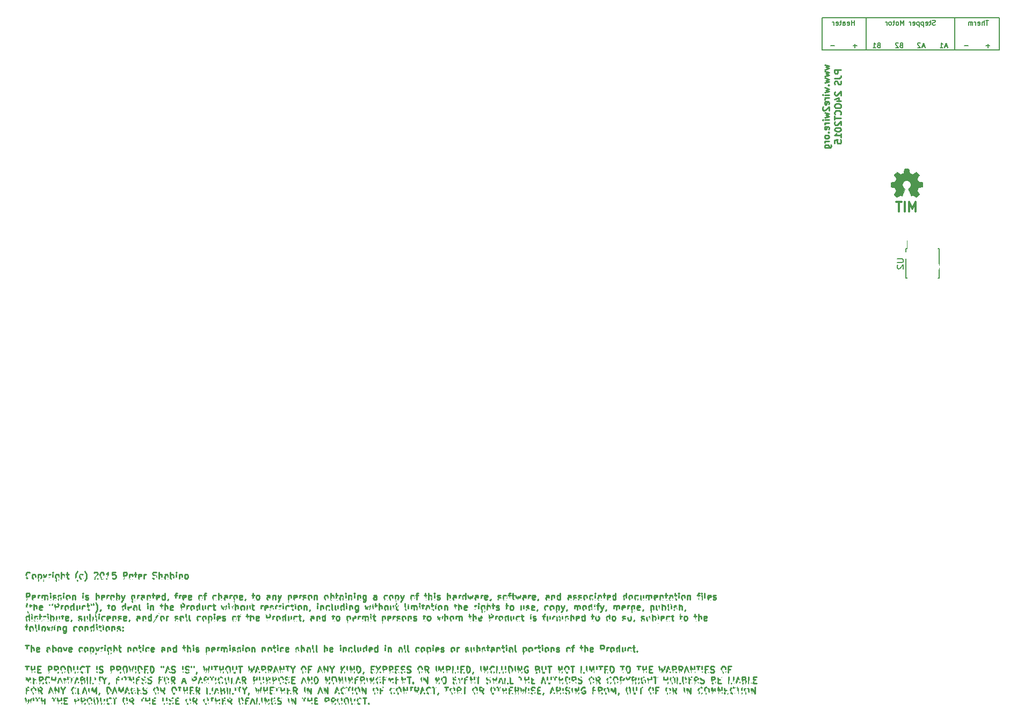
<source format=gbo>
G04 #@! TF.FileFunction,Legend,Bot*
%FSLAX46Y46*%
G04 Gerber Fmt 4.6, Leading zero omitted, Abs format (unit mm)*
G04 Created by KiCad (PCBNEW (2015-03-06 BZR 5484)-product) date 10/25/2015 10:49:35 PM*
%MOMM*%
G01*
G04 APERTURE LIST*
%ADD10C,0.100000*%
%ADD11C,0.190500*%
%ADD12C,0.200000*%
%ADD13C,0.250000*%
%ADD14C,0.300000*%
%ADD15C,0.150000*%
%ADD16C,0.002540*%
%ADD17R,1.670000X4.591000*%
%ADD18R,0.850000X1.850000*%
%ADD19R,2.127200X2.127200*%
%ADD20O,2.127200X2.127200*%
%ADD21C,2.200000*%
%ADD22R,1.924000X1.924000*%
%ADD23C,1.924000*%
%ADD24C,1.085800*%
%ADD25C,1.517600*%
G04 APERTURE END LIST*
D10*
D11*
X149914428Y-89988571D02*
X149805571Y-90024857D01*
X149769286Y-90061143D01*
X149733000Y-90133714D01*
X149733000Y-90242571D01*
X149769286Y-90315143D01*
X149805571Y-90351429D01*
X149878143Y-90387714D01*
X150168428Y-90387714D01*
X150168428Y-89625714D01*
X149914428Y-89625714D01*
X149841857Y-89662000D01*
X149805571Y-89698286D01*
X149769286Y-89770857D01*
X149769286Y-89843429D01*
X149805571Y-89916000D01*
X149841857Y-89952286D01*
X149914428Y-89988571D01*
X150168428Y-89988571D01*
X149007286Y-90387714D02*
X149442714Y-90387714D01*
X149225000Y-90387714D02*
X149225000Y-89625714D01*
X149297571Y-89734571D01*
X149370143Y-89807143D01*
X149442714Y-89843429D01*
X153470428Y-89988571D02*
X153361571Y-90024857D01*
X153325286Y-90061143D01*
X153289000Y-90133714D01*
X153289000Y-90242571D01*
X153325286Y-90315143D01*
X153361571Y-90351429D01*
X153434143Y-90387714D01*
X153724428Y-90387714D01*
X153724428Y-89625714D01*
X153470428Y-89625714D01*
X153397857Y-89662000D01*
X153361571Y-89698286D01*
X153325286Y-89770857D01*
X153325286Y-89843429D01*
X153361571Y-89916000D01*
X153397857Y-89952286D01*
X153470428Y-89988571D01*
X153724428Y-89988571D01*
X152998714Y-89698286D02*
X152962428Y-89662000D01*
X152889857Y-89625714D01*
X152708428Y-89625714D01*
X152635857Y-89662000D01*
X152599571Y-89698286D01*
X152563286Y-89770857D01*
X152563286Y-89843429D01*
X152599571Y-89952286D01*
X153035000Y-90387714D01*
X152563286Y-90387714D01*
X157135285Y-90170000D02*
X156772428Y-90170000D01*
X157207857Y-90387714D02*
X156953857Y-89625714D01*
X156699857Y-90387714D01*
X156482142Y-89698286D02*
X156445856Y-89662000D01*
X156373285Y-89625714D01*
X156191856Y-89625714D01*
X156119285Y-89662000D01*
X156082999Y-89698286D01*
X156046714Y-89770857D01*
X156046714Y-89843429D01*
X156082999Y-89952286D01*
X156518428Y-90387714D01*
X156046714Y-90387714D01*
X160691285Y-90170000D02*
X160328428Y-90170000D01*
X160763857Y-90387714D02*
X160509857Y-89625714D01*
X160255857Y-90387714D01*
X159602714Y-90387714D02*
X160038142Y-90387714D01*
X159820428Y-90387714D02*
X159820428Y-89625714D01*
X159892999Y-89734571D01*
X159965571Y-89807143D01*
X160038142Y-89843429D01*
X158822572Y-86795429D02*
X158713715Y-86831714D01*
X158532286Y-86831714D01*
X158459715Y-86795429D01*
X158423429Y-86759143D01*
X158387144Y-86686571D01*
X158387144Y-86614000D01*
X158423429Y-86541429D01*
X158459715Y-86505143D01*
X158532286Y-86468857D01*
X158677429Y-86432571D01*
X158750001Y-86396286D01*
X158786286Y-86360000D01*
X158822572Y-86287429D01*
X158822572Y-86214857D01*
X158786286Y-86142286D01*
X158750001Y-86106000D01*
X158677429Y-86069714D01*
X158496001Y-86069714D01*
X158387144Y-86106000D01*
X158169430Y-86323714D02*
X157879144Y-86323714D01*
X158060572Y-86069714D02*
X158060572Y-86722857D01*
X158024287Y-86795429D01*
X157951715Y-86831714D01*
X157879144Y-86831714D01*
X157334858Y-86795429D02*
X157407429Y-86831714D01*
X157552572Y-86831714D01*
X157625143Y-86795429D01*
X157661429Y-86722857D01*
X157661429Y-86432571D01*
X157625143Y-86360000D01*
X157552572Y-86323714D01*
X157407429Y-86323714D01*
X157334858Y-86360000D01*
X157298572Y-86432571D01*
X157298572Y-86505143D01*
X157661429Y-86577714D01*
X156972000Y-86323714D02*
X156972000Y-87085714D01*
X156972000Y-86360000D02*
X156899429Y-86323714D01*
X156754286Y-86323714D01*
X156681715Y-86360000D01*
X156645429Y-86396286D01*
X156609143Y-86468857D01*
X156609143Y-86686571D01*
X156645429Y-86759143D01*
X156681715Y-86795429D01*
X156754286Y-86831714D01*
X156899429Y-86831714D01*
X156972000Y-86795429D01*
X156282571Y-86323714D02*
X156282571Y-87085714D01*
X156282571Y-86360000D02*
X156210000Y-86323714D01*
X156064857Y-86323714D01*
X155992286Y-86360000D01*
X155956000Y-86396286D01*
X155919714Y-86468857D01*
X155919714Y-86686571D01*
X155956000Y-86759143D01*
X155992286Y-86795429D01*
X156064857Y-86831714D01*
X156210000Y-86831714D01*
X156282571Y-86795429D01*
X155302857Y-86795429D02*
X155375428Y-86831714D01*
X155520571Y-86831714D01*
X155593142Y-86795429D01*
X155629428Y-86722857D01*
X155629428Y-86432571D01*
X155593142Y-86360000D01*
X155520571Y-86323714D01*
X155375428Y-86323714D01*
X155302857Y-86360000D01*
X155266571Y-86432571D01*
X155266571Y-86505143D01*
X155629428Y-86577714D01*
X154939999Y-86831714D02*
X154939999Y-86323714D01*
X154939999Y-86468857D02*
X154903714Y-86396286D01*
X154867428Y-86360000D01*
X154794857Y-86323714D01*
X154722285Y-86323714D01*
X153887714Y-86831714D02*
X153887714Y-86069714D01*
X153633714Y-86614000D01*
X153379714Y-86069714D01*
X153379714Y-86831714D01*
X152908000Y-86831714D02*
X152980572Y-86795429D01*
X153016857Y-86759143D01*
X153053143Y-86686571D01*
X153053143Y-86468857D01*
X153016857Y-86396286D01*
X152980572Y-86360000D01*
X152908000Y-86323714D01*
X152799143Y-86323714D01*
X152726572Y-86360000D01*
X152690286Y-86396286D01*
X152654000Y-86468857D01*
X152654000Y-86686571D01*
X152690286Y-86759143D01*
X152726572Y-86795429D01*
X152799143Y-86831714D01*
X152908000Y-86831714D01*
X152436286Y-86323714D02*
X152146000Y-86323714D01*
X152327428Y-86069714D02*
X152327428Y-86722857D01*
X152291143Y-86795429D01*
X152218571Y-86831714D01*
X152146000Y-86831714D01*
X151783142Y-86831714D02*
X151855714Y-86795429D01*
X151891999Y-86759143D01*
X151928285Y-86686571D01*
X151928285Y-86468857D01*
X151891999Y-86396286D01*
X151855714Y-86360000D01*
X151783142Y-86323714D01*
X151674285Y-86323714D01*
X151601714Y-86360000D01*
X151565428Y-86396286D01*
X151529142Y-86468857D01*
X151529142Y-86686571D01*
X151565428Y-86759143D01*
X151601714Y-86795429D01*
X151674285Y-86831714D01*
X151783142Y-86831714D01*
X151202570Y-86831714D02*
X151202570Y-86323714D01*
X151202570Y-86468857D02*
X151166285Y-86396286D01*
X151129999Y-86360000D01*
X151057428Y-86323714D01*
X150984856Y-86323714D01*
X146068143Y-86831714D02*
X146068143Y-86069714D01*
X146068143Y-86432571D02*
X145632715Y-86432571D01*
X145632715Y-86831714D02*
X145632715Y-86069714D01*
X144979572Y-86795429D02*
X145052143Y-86831714D01*
X145197286Y-86831714D01*
X145269857Y-86795429D01*
X145306143Y-86722857D01*
X145306143Y-86432571D01*
X145269857Y-86360000D01*
X145197286Y-86323714D01*
X145052143Y-86323714D01*
X144979572Y-86360000D01*
X144943286Y-86432571D01*
X144943286Y-86505143D01*
X145306143Y-86577714D01*
X144290143Y-86831714D02*
X144290143Y-86432571D01*
X144326429Y-86360000D01*
X144399000Y-86323714D01*
X144544143Y-86323714D01*
X144616714Y-86360000D01*
X144290143Y-86795429D02*
X144362714Y-86831714D01*
X144544143Y-86831714D01*
X144616714Y-86795429D01*
X144653000Y-86722857D01*
X144653000Y-86650286D01*
X144616714Y-86577714D01*
X144544143Y-86541429D01*
X144362714Y-86541429D01*
X144290143Y-86505143D01*
X144036143Y-86323714D02*
X143745857Y-86323714D01*
X143927285Y-86069714D02*
X143927285Y-86722857D01*
X143891000Y-86795429D01*
X143818428Y-86831714D01*
X143745857Y-86831714D01*
X143201571Y-86795429D02*
X143274142Y-86831714D01*
X143419285Y-86831714D01*
X143491856Y-86795429D01*
X143528142Y-86722857D01*
X143528142Y-86432571D01*
X143491856Y-86360000D01*
X143419285Y-86323714D01*
X143274142Y-86323714D01*
X143201571Y-86360000D01*
X143165285Y-86432571D01*
X143165285Y-86505143D01*
X143528142Y-86577714D01*
X142838713Y-86831714D02*
X142838713Y-86323714D01*
X142838713Y-86468857D02*
X142802428Y-86396286D01*
X142766142Y-86360000D01*
X142693571Y-86323714D01*
X142620999Y-86323714D01*
X142911285Y-90097429D02*
X142330714Y-90097429D01*
X146467285Y-90097429D02*
X145886714Y-90097429D01*
X146177000Y-90387714D02*
X146177000Y-89807143D01*
X163993285Y-90097429D02*
X163412714Y-90097429D01*
X167422285Y-90097429D02*
X166841714Y-90097429D01*
X167132000Y-90387714D02*
X167132000Y-89807143D01*
X167240857Y-86069714D02*
X166805428Y-86069714D01*
X167023142Y-86831714D02*
X167023142Y-86069714D01*
X166551428Y-86831714D02*
X166551428Y-86069714D01*
X166224857Y-86831714D02*
X166224857Y-86432571D01*
X166261143Y-86360000D01*
X166333714Y-86323714D01*
X166442571Y-86323714D01*
X166515143Y-86360000D01*
X166551428Y-86396286D01*
X165571714Y-86795429D02*
X165644285Y-86831714D01*
X165789428Y-86831714D01*
X165861999Y-86795429D01*
X165898285Y-86722857D01*
X165898285Y-86432571D01*
X165861999Y-86360000D01*
X165789428Y-86323714D01*
X165644285Y-86323714D01*
X165571714Y-86360000D01*
X165535428Y-86432571D01*
X165535428Y-86505143D01*
X165898285Y-86577714D01*
X165208856Y-86831714D02*
X165208856Y-86323714D01*
X165208856Y-86468857D02*
X165172571Y-86396286D01*
X165136285Y-86360000D01*
X165063714Y-86323714D01*
X164991142Y-86323714D01*
X164737142Y-86831714D02*
X164737142Y-86323714D01*
X164737142Y-86396286D02*
X164700857Y-86360000D01*
X164628285Y-86323714D01*
X164519428Y-86323714D01*
X164446857Y-86360000D01*
X164410571Y-86432571D01*
X164410571Y-86831714D01*
X164410571Y-86432571D02*
X164374285Y-86360000D01*
X164301714Y-86323714D01*
X164192857Y-86323714D01*
X164120285Y-86360000D01*
X164084000Y-86432571D01*
X164084000Y-86831714D01*
D12*
X161925000Y-90805000D02*
X161925000Y-85725000D01*
X147955000Y-90805000D02*
X147955000Y-85725000D01*
X140970000Y-90805000D02*
X140970000Y-85725000D01*
X168910000Y-90805000D02*
X140970000Y-90805000D01*
X168910000Y-85725000D02*
X168910000Y-90805000D01*
X140970000Y-85725000D02*
X168910000Y-85725000D01*
D13*
X16049524Y-174037143D02*
X16001905Y-174084762D01*
X15859048Y-174132381D01*
X15763810Y-174132381D01*
X15620952Y-174084762D01*
X15525714Y-173989524D01*
X15478095Y-173894286D01*
X15430476Y-173703810D01*
X15430476Y-173560952D01*
X15478095Y-173370476D01*
X15525714Y-173275238D01*
X15620952Y-173180000D01*
X15763810Y-173132381D01*
X15859048Y-173132381D01*
X16001905Y-173180000D01*
X16049524Y-173227619D01*
X16620952Y-174132381D02*
X16525714Y-174084762D01*
X16478095Y-174037143D01*
X16430476Y-173941905D01*
X16430476Y-173656190D01*
X16478095Y-173560952D01*
X16525714Y-173513333D01*
X16620952Y-173465714D01*
X16763810Y-173465714D01*
X16859048Y-173513333D01*
X16906667Y-173560952D01*
X16954286Y-173656190D01*
X16954286Y-173941905D01*
X16906667Y-174037143D01*
X16859048Y-174084762D01*
X16763810Y-174132381D01*
X16620952Y-174132381D01*
X17382857Y-173465714D02*
X17382857Y-174465714D01*
X17382857Y-173513333D02*
X17478095Y-173465714D01*
X17668572Y-173465714D01*
X17763810Y-173513333D01*
X17811429Y-173560952D01*
X17859048Y-173656190D01*
X17859048Y-173941905D01*
X17811429Y-174037143D01*
X17763810Y-174084762D01*
X17668572Y-174132381D01*
X17478095Y-174132381D01*
X17382857Y-174084762D01*
X18192381Y-173465714D02*
X18430476Y-174132381D01*
X18668572Y-173465714D02*
X18430476Y-174132381D01*
X18335238Y-174370476D01*
X18287619Y-174418095D01*
X18192381Y-174465714D01*
X19049524Y-174132381D02*
X19049524Y-173465714D01*
X19049524Y-173656190D02*
X19097143Y-173560952D01*
X19144762Y-173513333D01*
X19240000Y-173465714D01*
X19335239Y-173465714D01*
X19668572Y-174132381D02*
X19668572Y-173465714D01*
X19668572Y-173132381D02*
X19620953Y-173180000D01*
X19668572Y-173227619D01*
X19716191Y-173180000D01*
X19668572Y-173132381D01*
X19668572Y-173227619D01*
X20573334Y-173465714D02*
X20573334Y-174275238D01*
X20525715Y-174370476D01*
X20478096Y-174418095D01*
X20382857Y-174465714D01*
X20240000Y-174465714D01*
X20144762Y-174418095D01*
X20573334Y-174084762D02*
X20478096Y-174132381D01*
X20287619Y-174132381D01*
X20192381Y-174084762D01*
X20144762Y-174037143D01*
X20097143Y-173941905D01*
X20097143Y-173656190D01*
X20144762Y-173560952D01*
X20192381Y-173513333D01*
X20287619Y-173465714D01*
X20478096Y-173465714D01*
X20573334Y-173513333D01*
X21049524Y-174132381D02*
X21049524Y-173132381D01*
X21478096Y-174132381D02*
X21478096Y-173608571D01*
X21430477Y-173513333D01*
X21335239Y-173465714D01*
X21192381Y-173465714D01*
X21097143Y-173513333D01*
X21049524Y-173560952D01*
X21811429Y-173465714D02*
X22192381Y-173465714D01*
X21954286Y-173132381D02*
X21954286Y-173989524D01*
X22001905Y-174084762D01*
X22097143Y-174132381D01*
X22192381Y-174132381D01*
X23573335Y-174513333D02*
X23525715Y-174465714D01*
X23430477Y-174322857D01*
X23382858Y-174227619D01*
X23335239Y-174084762D01*
X23287620Y-173846667D01*
X23287620Y-173656190D01*
X23335239Y-173418095D01*
X23382858Y-173275238D01*
X23430477Y-173180000D01*
X23525715Y-173037143D01*
X23573335Y-172989524D01*
X24382859Y-174084762D02*
X24287621Y-174132381D01*
X24097144Y-174132381D01*
X24001906Y-174084762D01*
X23954287Y-174037143D01*
X23906668Y-173941905D01*
X23906668Y-173656190D01*
X23954287Y-173560952D01*
X24001906Y-173513333D01*
X24097144Y-173465714D01*
X24287621Y-173465714D01*
X24382859Y-173513333D01*
X24716192Y-174513333D02*
X24763811Y-174465714D01*
X24859049Y-174322857D01*
X24906668Y-174227619D01*
X24954287Y-174084762D01*
X25001906Y-173846667D01*
X25001906Y-173656190D01*
X24954287Y-173418095D01*
X24906668Y-173275238D01*
X24859049Y-173180000D01*
X24763811Y-173037143D01*
X24716192Y-172989524D01*
X26192383Y-173227619D02*
X26240002Y-173180000D01*
X26335240Y-173132381D01*
X26573336Y-173132381D01*
X26668574Y-173180000D01*
X26716193Y-173227619D01*
X26763812Y-173322857D01*
X26763812Y-173418095D01*
X26716193Y-173560952D01*
X26144764Y-174132381D01*
X26763812Y-174132381D01*
X27382859Y-173132381D02*
X27478098Y-173132381D01*
X27573336Y-173180000D01*
X27620955Y-173227619D01*
X27668574Y-173322857D01*
X27716193Y-173513333D01*
X27716193Y-173751429D01*
X27668574Y-173941905D01*
X27620955Y-174037143D01*
X27573336Y-174084762D01*
X27478098Y-174132381D01*
X27382859Y-174132381D01*
X27287621Y-174084762D01*
X27240002Y-174037143D01*
X27192383Y-173941905D01*
X27144764Y-173751429D01*
X27144764Y-173513333D01*
X27192383Y-173322857D01*
X27240002Y-173227619D01*
X27287621Y-173180000D01*
X27382859Y-173132381D01*
X28668574Y-174132381D02*
X28097145Y-174132381D01*
X28382859Y-174132381D02*
X28382859Y-173132381D01*
X28287621Y-173275238D01*
X28192383Y-173370476D01*
X28097145Y-173418095D01*
X29573336Y-173132381D02*
X29097145Y-173132381D01*
X29049526Y-173608571D01*
X29097145Y-173560952D01*
X29192383Y-173513333D01*
X29430479Y-173513333D01*
X29525717Y-173560952D01*
X29573336Y-173608571D01*
X29620955Y-173703810D01*
X29620955Y-173941905D01*
X29573336Y-174037143D01*
X29525717Y-174084762D01*
X29430479Y-174132381D01*
X29192383Y-174132381D01*
X29097145Y-174084762D01*
X29049526Y-174037143D01*
X30811431Y-174132381D02*
X30811431Y-173132381D01*
X31192384Y-173132381D01*
X31287622Y-173180000D01*
X31335241Y-173227619D01*
X31382860Y-173322857D01*
X31382860Y-173465714D01*
X31335241Y-173560952D01*
X31287622Y-173608571D01*
X31192384Y-173656190D01*
X30811431Y-173656190D01*
X32192384Y-174084762D02*
X32097146Y-174132381D01*
X31906669Y-174132381D01*
X31811431Y-174084762D01*
X31763812Y-173989524D01*
X31763812Y-173608571D01*
X31811431Y-173513333D01*
X31906669Y-173465714D01*
X32097146Y-173465714D01*
X32192384Y-173513333D01*
X32240003Y-173608571D01*
X32240003Y-173703810D01*
X31763812Y-173799048D01*
X32525717Y-173465714D02*
X32906669Y-173465714D01*
X32668574Y-173132381D02*
X32668574Y-173989524D01*
X32716193Y-174084762D01*
X32811431Y-174132381D01*
X32906669Y-174132381D01*
X33620956Y-174084762D02*
X33525718Y-174132381D01*
X33335241Y-174132381D01*
X33240003Y-174084762D01*
X33192384Y-173989524D01*
X33192384Y-173608571D01*
X33240003Y-173513333D01*
X33335241Y-173465714D01*
X33525718Y-173465714D01*
X33620956Y-173513333D01*
X33668575Y-173608571D01*
X33668575Y-173703810D01*
X33192384Y-173799048D01*
X34097146Y-174132381D02*
X34097146Y-173465714D01*
X34097146Y-173656190D02*
X34144765Y-173560952D01*
X34192384Y-173513333D01*
X34287622Y-173465714D01*
X34382861Y-173465714D01*
X35430480Y-174084762D02*
X35573337Y-174132381D01*
X35811433Y-174132381D01*
X35906671Y-174084762D01*
X35954290Y-174037143D01*
X36001909Y-173941905D01*
X36001909Y-173846667D01*
X35954290Y-173751429D01*
X35906671Y-173703810D01*
X35811433Y-173656190D01*
X35620956Y-173608571D01*
X35525718Y-173560952D01*
X35478099Y-173513333D01*
X35430480Y-173418095D01*
X35430480Y-173322857D01*
X35478099Y-173227619D01*
X35525718Y-173180000D01*
X35620956Y-173132381D01*
X35859052Y-173132381D01*
X36001909Y-173180000D01*
X36430480Y-174132381D02*
X36430480Y-173132381D01*
X36859052Y-174132381D02*
X36859052Y-173608571D01*
X36811433Y-173513333D01*
X36716195Y-173465714D01*
X36573337Y-173465714D01*
X36478099Y-173513333D01*
X36430480Y-173560952D01*
X37763814Y-174132381D02*
X37763814Y-173608571D01*
X37716195Y-173513333D01*
X37620957Y-173465714D01*
X37430480Y-173465714D01*
X37335242Y-173513333D01*
X37763814Y-174084762D02*
X37668576Y-174132381D01*
X37430480Y-174132381D01*
X37335242Y-174084762D01*
X37287623Y-173989524D01*
X37287623Y-173894286D01*
X37335242Y-173799048D01*
X37430480Y-173751429D01*
X37668576Y-173751429D01*
X37763814Y-173703810D01*
X38240004Y-174132381D02*
X38240004Y-173132381D01*
X38240004Y-173513333D02*
X38335242Y-173465714D01*
X38525719Y-173465714D01*
X38620957Y-173513333D01*
X38668576Y-173560952D01*
X38716195Y-173656190D01*
X38716195Y-173941905D01*
X38668576Y-174037143D01*
X38620957Y-174084762D01*
X38525719Y-174132381D01*
X38335242Y-174132381D01*
X38240004Y-174084762D01*
X39144766Y-174132381D02*
X39144766Y-173465714D01*
X39144766Y-173132381D02*
X39097147Y-173180000D01*
X39144766Y-173227619D01*
X39192385Y-173180000D01*
X39144766Y-173132381D01*
X39144766Y-173227619D01*
X39620956Y-173465714D02*
X39620956Y-174132381D01*
X39620956Y-173560952D02*
X39668575Y-173513333D01*
X39763813Y-173465714D01*
X39906671Y-173465714D01*
X40001909Y-173513333D01*
X40049528Y-173608571D01*
X40049528Y-174132381D01*
X40668575Y-174132381D02*
X40573337Y-174084762D01*
X40525718Y-174037143D01*
X40478099Y-173941905D01*
X40478099Y-173656190D01*
X40525718Y-173560952D01*
X40573337Y-173513333D01*
X40668575Y-173465714D01*
X40811433Y-173465714D01*
X40906671Y-173513333D01*
X40954290Y-173560952D01*
X41001909Y-173656190D01*
X41001909Y-173941905D01*
X40954290Y-174037143D01*
X40906671Y-174084762D01*
X40811433Y-174132381D01*
X40668575Y-174132381D01*
X15478095Y-177432381D02*
X15478095Y-176432381D01*
X15859048Y-176432381D01*
X15954286Y-176480000D01*
X16001905Y-176527619D01*
X16049524Y-176622857D01*
X16049524Y-176765714D01*
X16001905Y-176860952D01*
X15954286Y-176908571D01*
X15859048Y-176956190D01*
X15478095Y-176956190D01*
X16859048Y-177384762D02*
X16763810Y-177432381D01*
X16573333Y-177432381D01*
X16478095Y-177384762D01*
X16430476Y-177289524D01*
X16430476Y-176908571D01*
X16478095Y-176813333D01*
X16573333Y-176765714D01*
X16763810Y-176765714D01*
X16859048Y-176813333D01*
X16906667Y-176908571D01*
X16906667Y-177003810D01*
X16430476Y-177099048D01*
X17335238Y-177432381D02*
X17335238Y-176765714D01*
X17335238Y-176956190D02*
X17382857Y-176860952D01*
X17430476Y-176813333D01*
X17525714Y-176765714D01*
X17620953Y-176765714D01*
X17954286Y-177432381D02*
X17954286Y-176765714D01*
X17954286Y-176860952D02*
X18001905Y-176813333D01*
X18097143Y-176765714D01*
X18240001Y-176765714D01*
X18335239Y-176813333D01*
X18382858Y-176908571D01*
X18382858Y-177432381D01*
X18382858Y-176908571D02*
X18430477Y-176813333D01*
X18525715Y-176765714D01*
X18668572Y-176765714D01*
X18763810Y-176813333D01*
X18811429Y-176908571D01*
X18811429Y-177432381D01*
X19287619Y-177432381D02*
X19287619Y-176765714D01*
X19287619Y-176432381D02*
X19240000Y-176480000D01*
X19287619Y-176527619D01*
X19335238Y-176480000D01*
X19287619Y-176432381D01*
X19287619Y-176527619D01*
X19716190Y-177384762D02*
X19811428Y-177432381D01*
X20001904Y-177432381D01*
X20097143Y-177384762D01*
X20144762Y-177289524D01*
X20144762Y-177241905D01*
X20097143Y-177146667D01*
X20001904Y-177099048D01*
X19859047Y-177099048D01*
X19763809Y-177051429D01*
X19716190Y-176956190D01*
X19716190Y-176908571D01*
X19763809Y-176813333D01*
X19859047Y-176765714D01*
X20001904Y-176765714D01*
X20097143Y-176813333D01*
X20525714Y-177384762D02*
X20620952Y-177432381D01*
X20811428Y-177432381D01*
X20906667Y-177384762D01*
X20954286Y-177289524D01*
X20954286Y-177241905D01*
X20906667Y-177146667D01*
X20811428Y-177099048D01*
X20668571Y-177099048D01*
X20573333Y-177051429D01*
X20525714Y-176956190D01*
X20525714Y-176908571D01*
X20573333Y-176813333D01*
X20668571Y-176765714D01*
X20811428Y-176765714D01*
X20906667Y-176813333D01*
X21382857Y-177432381D02*
X21382857Y-176765714D01*
X21382857Y-176432381D02*
X21335238Y-176480000D01*
X21382857Y-176527619D01*
X21430476Y-176480000D01*
X21382857Y-176432381D01*
X21382857Y-176527619D01*
X22001904Y-177432381D02*
X21906666Y-177384762D01*
X21859047Y-177337143D01*
X21811428Y-177241905D01*
X21811428Y-176956190D01*
X21859047Y-176860952D01*
X21906666Y-176813333D01*
X22001904Y-176765714D01*
X22144762Y-176765714D01*
X22240000Y-176813333D01*
X22287619Y-176860952D01*
X22335238Y-176956190D01*
X22335238Y-177241905D01*
X22287619Y-177337143D01*
X22240000Y-177384762D01*
X22144762Y-177432381D01*
X22001904Y-177432381D01*
X22763809Y-176765714D02*
X22763809Y-177432381D01*
X22763809Y-176860952D02*
X22811428Y-176813333D01*
X22906666Y-176765714D01*
X23049524Y-176765714D01*
X23144762Y-176813333D01*
X23192381Y-176908571D01*
X23192381Y-177432381D01*
X24430476Y-177432381D02*
X24430476Y-176765714D01*
X24430476Y-176432381D02*
X24382857Y-176480000D01*
X24430476Y-176527619D01*
X24478095Y-176480000D01*
X24430476Y-176432381D01*
X24430476Y-176527619D01*
X24859047Y-177384762D02*
X24954285Y-177432381D01*
X25144761Y-177432381D01*
X25240000Y-177384762D01*
X25287619Y-177289524D01*
X25287619Y-177241905D01*
X25240000Y-177146667D01*
X25144761Y-177099048D01*
X25001904Y-177099048D01*
X24906666Y-177051429D01*
X24859047Y-176956190D01*
X24859047Y-176908571D01*
X24906666Y-176813333D01*
X25001904Y-176765714D01*
X25144761Y-176765714D01*
X25240000Y-176813333D01*
X26478095Y-177432381D02*
X26478095Y-176432381D01*
X26906667Y-177432381D02*
X26906667Y-176908571D01*
X26859048Y-176813333D01*
X26763810Y-176765714D01*
X26620952Y-176765714D01*
X26525714Y-176813333D01*
X26478095Y-176860952D01*
X27763810Y-177384762D02*
X27668572Y-177432381D01*
X27478095Y-177432381D01*
X27382857Y-177384762D01*
X27335238Y-177289524D01*
X27335238Y-176908571D01*
X27382857Y-176813333D01*
X27478095Y-176765714D01*
X27668572Y-176765714D01*
X27763810Y-176813333D01*
X27811429Y-176908571D01*
X27811429Y-177003810D01*
X27335238Y-177099048D01*
X28240000Y-177432381D02*
X28240000Y-176765714D01*
X28240000Y-176956190D02*
X28287619Y-176860952D01*
X28335238Y-176813333D01*
X28430476Y-176765714D01*
X28525715Y-176765714D01*
X29240001Y-177384762D02*
X29144763Y-177432381D01*
X28954286Y-177432381D01*
X28859048Y-177384762D01*
X28811429Y-177289524D01*
X28811429Y-176908571D01*
X28859048Y-176813333D01*
X28954286Y-176765714D01*
X29144763Y-176765714D01*
X29240001Y-176813333D01*
X29287620Y-176908571D01*
X29287620Y-177003810D01*
X28811429Y-177099048D01*
X29716191Y-177432381D02*
X29716191Y-176432381D01*
X29716191Y-176813333D02*
X29811429Y-176765714D01*
X30001906Y-176765714D01*
X30097144Y-176813333D01*
X30144763Y-176860952D01*
X30192382Y-176956190D01*
X30192382Y-177241905D01*
X30144763Y-177337143D01*
X30097144Y-177384762D01*
X30001906Y-177432381D01*
X29811429Y-177432381D01*
X29716191Y-177384762D01*
X30525715Y-176765714D02*
X30763810Y-177432381D01*
X31001906Y-176765714D02*
X30763810Y-177432381D01*
X30668572Y-177670476D01*
X30620953Y-177718095D01*
X30525715Y-177765714D01*
X32573335Y-176765714D02*
X32573335Y-177575238D01*
X32525716Y-177670476D01*
X32478097Y-177718095D01*
X32382858Y-177765714D01*
X32240001Y-177765714D01*
X32144763Y-177718095D01*
X32573335Y-177384762D02*
X32478097Y-177432381D01*
X32287620Y-177432381D01*
X32192382Y-177384762D01*
X32144763Y-177337143D01*
X32097144Y-177241905D01*
X32097144Y-176956190D01*
X32144763Y-176860952D01*
X32192382Y-176813333D01*
X32287620Y-176765714D01*
X32478097Y-176765714D01*
X32573335Y-176813333D01*
X33049525Y-177432381D02*
X33049525Y-176765714D01*
X33049525Y-176956190D02*
X33097144Y-176860952D01*
X33144763Y-176813333D01*
X33240001Y-176765714D01*
X33335240Y-176765714D01*
X34097145Y-177432381D02*
X34097145Y-176908571D01*
X34049526Y-176813333D01*
X33954288Y-176765714D01*
X33763811Y-176765714D01*
X33668573Y-176813333D01*
X34097145Y-177384762D02*
X34001907Y-177432381D01*
X33763811Y-177432381D01*
X33668573Y-177384762D01*
X33620954Y-177289524D01*
X33620954Y-177194286D01*
X33668573Y-177099048D01*
X33763811Y-177051429D01*
X34001907Y-177051429D01*
X34097145Y-177003810D01*
X34573335Y-176765714D02*
X34573335Y-177432381D01*
X34573335Y-176860952D02*
X34620954Y-176813333D01*
X34716192Y-176765714D01*
X34859050Y-176765714D01*
X34954288Y-176813333D01*
X35001907Y-176908571D01*
X35001907Y-177432381D01*
X35335240Y-176765714D02*
X35716192Y-176765714D01*
X35478097Y-176432381D02*
X35478097Y-177289524D01*
X35525716Y-177384762D01*
X35620954Y-177432381D01*
X35716192Y-177432381D01*
X36430479Y-177384762D02*
X36335241Y-177432381D01*
X36144764Y-177432381D01*
X36049526Y-177384762D01*
X36001907Y-177289524D01*
X36001907Y-176908571D01*
X36049526Y-176813333D01*
X36144764Y-176765714D01*
X36335241Y-176765714D01*
X36430479Y-176813333D01*
X36478098Y-176908571D01*
X36478098Y-177003810D01*
X36001907Y-177099048D01*
X37335241Y-177432381D02*
X37335241Y-176432381D01*
X37335241Y-177384762D02*
X37240003Y-177432381D01*
X37049526Y-177432381D01*
X36954288Y-177384762D01*
X36906669Y-177337143D01*
X36859050Y-177241905D01*
X36859050Y-176956190D01*
X36906669Y-176860952D01*
X36954288Y-176813333D01*
X37049526Y-176765714D01*
X37240003Y-176765714D01*
X37335241Y-176813333D01*
X37859050Y-177384762D02*
X37859050Y-177432381D01*
X37811431Y-177527619D01*
X37763812Y-177575238D01*
X38906669Y-176765714D02*
X39287621Y-176765714D01*
X39049526Y-177432381D02*
X39049526Y-176575238D01*
X39097145Y-176480000D01*
X39192383Y-176432381D01*
X39287621Y-176432381D01*
X39620955Y-177432381D02*
X39620955Y-176765714D01*
X39620955Y-176956190D02*
X39668574Y-176860952D01*
X39716193Y-176813333D01*
X39811431Y-176765714D01*
X39906670Y-176765714D01*
X40620956Y-177384762D02*
X40525718Y-177432381D01*
X40335241Y-177432381D01*
X40240003Y-177384762D01*
X40192384Y-177289524D01*
X40192384Y-176908571D01*
X40240003Y-176813333D01*
X40335241Y-176765714D01*
X40525718Y-176765714D01*
X40620956Y-176813333D01*
X40668575Y-176908571D01*
X40668575Y-177003810D01*
X40192384Y-177099048D01*
X41478099Y-177384762D02*
X41382861Y-177432381D01*
X41192384Y-177432381D01*
X41097146Y-177384762D01*
X41049527Y-177289524D01*
X41049527Y-176908571D01*
X41097146Y-176813333D01*
X41192384Y-176765714D01*
X41382861Y-176765714D01*
X41478099Y-176813333D01*
X41525718Y-176908571D01*
X41525718Y-177003810D01*
X41049527Y-177099048D01*
X42859051Y-177432381D02*
X42763813Y-177384762D01*
X42716194Y-177337143D01*
X42668575Y-177241905D01*
X42668575Y-176956190D01*
X42716194Y-176860952D01*
X42763813Y-176813333D01*
X42859051Y-176765714D01*
X43001909Y-176765714D01*
X43097147Y-176813333D01*
X43144766Y-176860952D01*
X43192385Y-176956190D01*
X43192385Y-177241905D01*
X43144766Y-177337143D01*
X43097147Y-177384762D01*
X43001909Y-177432381D01*
X42859051Y-177432381D01*
X43478099Y-176765714D02*
X43859051Y-176765714D01*
X43620956Y-177432381D02*
X43620956Y-176575238D01*
X43668575Y-176480000D01*
X43763813Y-176432381D01*
X43859051Y-176432381D01*
X45382862Y-177384762D02*
X45287624Y-177432381D01*
X45097147Y-177432381D01*
X45001909Y-177384762D01*
X44954290Y-177337143D01*
X44906671Y-177241905D01*
X44906671Y-176956190D01*
X44954290Y-176860952D01*
X45001909Y-176813333D01*
X45097147Y-176765714D01*
X45287624Y-176765714D01*
X45382862Y-176813333D01*
X45811433Y-177432381D02*
X45811433Y-176432381D01*
X46240005Y-177432381D02*
X46240005Y-176908571D01*
X46192386Y-176813333D01*
X46097148Y-176765714D01*
X45954290Y-176765714D01*
X45859052Y-176813333D01*
X45811433Y-176860952D01*
X47144767Y-177432381D02*
X47144767Y-176908571D01*
X47097148Y-176813333D01*
X47001910Y-176765714D01*
X46811433Y-176765714D01*
X46716195Y-176813333D01*
X47144767Y-177384762D02*
X47049529Y-177432381D01*
X46811433Y-177432381D01*
X46716195Y-177384762D01*
X46668576Y-177289524D01*
X46668576Y-177194286D01*
X46716195Y-177099048D01*
X46811433Y-177051429D01*
X47049529Y-177051429D01*
X47144767Y-177003810D01*
X47620957Y-177432381D02*
X47620957Y-176765714D01*
X47620957Y-176956190D02*
X47668576Y-176860952D01*
X47716195Y-176813333D01*
X47811433Y-176765714D01*
X47906672Y-176765714D01*
X48668577Y-176765714D02*
X48668577Y-177575238D01*
X48620958Y-177670476D01*
X48573339Y-177718095D01*
X48478100Y-177765714D01*
X48335243Y-177765714D01*
X48240005Y-177718095D01*
X48668577Y-177384762D02*
X48573339Y-177432381D01*
X48382862Y-177432381D01*
X48287624Y-177384762D01*
X48240005Y-177337143D01*
X48192386Y-177241905D01*
X48192386Y-176956190D01*
X48240005Y-176860952D01*
X48287624Y-176813333D01*
X48382862Y-176765714D01*
X48573339Y-176765714D01*
X48668577Y-176813333D01*
X49525720Y-177384762D02*
X49430482Y-177432381D01*
X49240005Y-177432381D01*
X49144767Y-177384762D01*
X49097148Y-177289524D01*
X49097148Y-176908571D01*
X49144767Y-176813333D01*
X49240005Y-176765714D01*
X49430482Y-176765714D01*
X49525720Y-176813333D01*
X49573339Y-176908571D01*
X49573339Y-177003810D01*
X49097148Y-177099048D01*
X50049529Y-177384762D02*
X50049529Y-177432381D01*
X50001910Y-177527619D01*
X49954291Y-177575238D01*
X51097148Y-176765714D02*
X51478100Y-176765714D01*
X51240005Y-176432381D02*
X51240005Y-177289524D01*
X51287624Y-177384762D01*
X51382862Y-177432381D01*
X51478100Y-177432381D01*
X51954291Y-177432381D02*
X51859053Y-177384762D01*
X51811434Y-177337143D01*
X51763815Y-177241905D01*
X51763815Y-176956190D01*
X51811434Y-176860952D01*
X51859053Y-176813333D01*
X51954291Y-176765714D01*
X52097149Y-176765714D01*
X52192387Y-176813333D01*
X52240006Y-176860952D01*
X52287625Y-176956190D01*
X52287625Y-177241905D01*
X52240006Y-177337143D01*
X52192387Y-177384762D01*
X52097149Y-177432381D01*
X51954291Y-177432381D01*
X53906673Y-177432381D02*
X53906673Y-176908571D01*
X53859054Y-176813333D01*
X53763816Y-176765714D01*
X53573339Y-176765714D01*
X53478101Y-176813333D01*
X53906673Y-177384762D02*
X53811435Y-177432381D01*
X53573339Y-177432381D01*
X53478101Y-177384762D01*
X53430482Y-177289524D01*
X53430482Y-177194286D01*
X53478101Y-177099048D01*
X53573339Y-177051429D01*
X53811435Y-177051429D01*
X53906673Y-177003810D01*
X54382863Y-176765714D02*
X54382863Y-177432381D01*
X54382863Y-176860952D02*
X54430482Y-176813333D01*
X54525720Y-176765714D01*
X54668578Y-176765714D01*
X54763816Y-176813333D01*
X54811435Y-176908571D01*
X54811435Y-177432381D01*
X55192387Y-176765714D02*
X55430482Y-177432381D01*
X55668578Y-176765714D02*
X55430482Y-177432381D01*
X55335244Y-177670476D01*
X55287625Y-177718095D01*
X55192387Y-177765714D01*
X56811435Y-176765714D02*
X56811435Y-177765714D01*
X56811435Y-176813333D02*
X56906673Y-176765714D01*
X57097150Y-176765714D01*
X57192388Y-176813333D01*
X57240007Y-176860952D01*
X57287626Y-176956190D01*
X57287626Y-177241905D01*
X57240007Y-177337143D01*
X57192388Y-177384762D01*
X57097150Y-177432381D01*
X56906673Y-177432381D01*
X56811435Y-177384762D01*
X58097150Y-177384762D02*
X58001912Y-177432381D01*
X57811435Y-177432381D01*
X57716197Y-177384762D01*
X57668578Y-177289524D01*
X57668578Y-176908571D01*
X57716197Y-176813333D01*
X57811435Y-176765714D01*
X58001912Y-176765714D01*
X58097150Y-176813333D01*
X58144769Y-176908571D01*
X58144769Y-177003810D01*
X57668578Y-177099048D01*
X58573340Y-177432381D02*
X58573340Y-176765714D01*
X58573340Y-176956190D02*
X58620959Y-176860952D01*
X58668578Y-176813333D01*
X58763816Y-176765714D01*
X58859055Y-176765714D01*
X59144769Y-177384762D02*
X59240007Y-177432381D01*
X59430483Y-177432381D01*
X59525722Y-177384762D01*
X59573341Y-177289524D01*
X59573341Y-177241905D01*
X59525722Y-177146667D01*
X59430483Y-177099048D01*
X59287626Y-177099048D01*
X59192388Y-177051429D01*
X59144769Y-176956190D01*
X59144769Y-176908571D01*
X59192388Y-176813333D01*
X59287626Y-176765714D01*
X59430483Y-176765714D01*
X59525722Y-176813333D01*
X60144769Y-177432381D02*
X60049531Y-177384762D01*
X60001912Y-177337143D01*
X59954293Y-177241905D01*
X59954293Y-176956190D01*
X60001912Y-176860952D01*
X60049531Y-176813333D01*
X60144769Y-176765714D01*
X60287627Y-176765714D01*
X60382865Y-176813333D01*
X60430484Y-176860952D01*
X60478103Y-176956190D01*
X60478103Y-177241905D01*
X60430484Y-177337143D01*
X60382865Y-177384762D01*
X60287627Y-177432381D01*
X60144769Y-177432381D01*
X60906674Y-176765714D02*
X60906674Y-177432381D01*
X60906674Y-176860952D02*
X60954293Y-176813333D01*
X61049531Y-176765714D01*
X61192389Y-176765714D01*
X61287627Y-176813333D01*
X61335246Y-176908571D01*
X61335246Y-177432381D01*
X62716198Y-177432381D02*
X62620960Y-177384762D01*
X62573341Y-177337143D01*
X62525722Y-177241905D01*
X62525722Y-176956190D01*
X62573341Y-176860952D01*
X62620960Y-176813333D01*
X62716198Y-176765714D01*
X62859056Y-176765714D01*
X62954294Y-176813333D01*
X63001913Y-176860952D01*
X63049532Y-176956190D01*
X63049532Y-177241905D01*
X63001913Y-177337143D01*
X62954294Y-177384762D01*
X62859056Y-177432381D01*
X62716198Y-177432381D01*
X63478103Y-177432381D02*
X63478103Y-176432381D01*
X63478103Y-176813333D02*
X63573341Y-176765714D01*
X63763818Y-176765714D01*
X63859056Y-176813333D01*
X63906675Y-176860952D01*
X63954294Y-176956190D01*
X63954294Y-177241905D01*
X63906675Y-177337143D01*
X63859056Y-177384762D01*
X63763818Y-177432381D01*
X63573341Y-177432381D01*
X63478103Y-177384762D01*
X64240008Y-176765714D02*
X64620960Y-176765714D01*
X64382865Y-176432381D02*
X64382865Y-177289524D01*
X64430484Y-177384762D01*
X64525722Y-177432381D01*
X64620960Y-177432381D01*
X65382866Y-177432381D02*
X65382866Y-176908571D01*
X65335247Y-176813333D01*
X65240009Y-176765714D01*
X65049532Y-176765714D01*
X64954294Y-176813333D01*
X65382866Y-177384762D02*
X65287628Y-177432381D01*
X65049532Y-177432381D01*
X64954294Y-177384762D01*
X64906675Y-177289524D01*
X64906675Y-177194286D01*
X64954294Y-177099048D01*
X65049532Y-177051429D01*
X65287628Y-177051429D01*
X65382866Y-177003810D01*
X65859056Y-177432381D02*
X65859056Y-176765714D01*
X65859056Y-176432381D02*
X65811437Y-176480000D01*
X65859056Y-176527619D01*
X65906675Y-176480000D01*
X65859056Y-176432381D01*
X65859056Y-176527619D01*
X66335246Y-176765714D02*
X66335246Y-177432381D01*
X66335246Y-176860952D02*
X66382865Y-176813333D01*
X66478103Y-176765714D01*
X66620961Y-176765714D01*
X66716199Y-176813333D01*
X66763818Y-176908571D01*
X66763818Y-177432381D01*
X67240008Y-177432381D02*
X67240008Y-176765714D01*
X67240008Y-176432381D02*
X67192389Y-176480000D01*
X67240008Y-176527619D01*
X67287627Y-176480000D01*
X67240008Y-176432381D01*
X67240008Y-176527619D01*
X67716198Y-176765714D02*
X67716198Y-177432381D01*
X67716198Y-176860952D02*
X67763817Y-176813333D01*
X67859055Y-176765714D01*
X68001913Y-176765714D01*
X68097151Y-176813333D01*
X68144770Y-176908571D01*
X68144770Y-177432381D01*
X69049532Y-176765714D02*
X69049532Y-177575238D01*
X69001913Y-177670476D01*
X68954294Y-177718095D01*
X68859055Y-177765714D01*
X68716198Y-177765714D01*
X68620960Y-177718095D01*
X69049532Y-177384762D02*
X68954294Y-177432381D01*
X68763817Y-177432381D01*
X68668579Y-177384762D01*
X68620960Y-177337143D01*
X68573341Y-177241905D01*
X68573341Y-176956190D01*
X68620960Y-176860952D01*
X68668579Y-176813333D01*
X68763817Y-176765714D01*
X68954294Y-176765714D01*
X69049532Y-176813333D01*
X70716199Y-177432381D02*
X70716199Y-176908571D01*
X70668580Y-176813333D01*
X70573342Y-176765714D01*
X70382865Y-176765714D01*
X70287627Y-176813333D01*
X70716199Y-177384762D02*
X70620961Y-177432381D01*
X70382865Y-177432381D01*
X70287627Y-177384762D01*
X70240008Y-177289524D01*
X70240008Y-177194286D01*
X70287627Y-177099048D01*
X70382865Y-177051429D01*
X70620961Y-177051429D01*
X70716199Y-177003810D01*
X72382866Y-177384762D02*
X72287628Y-177432381D01*
X72097151Y-177432381D01*
X72001913Y-177384762D01*
X71954294Y-177337143D01*
X71906675Y-177241905D01*
X71906675Y-176956190D01*
X71954294Y-176860952D01*
X72001913Y-176813333D01*
X72097151Y-176765714D01*
X72287628Y-176765714D01*
X72382866Y-176813333D01*
X72954294Y-177432381D02*
X72859056Y-177384762D01*
X72811437Y-177337143D01*
X72763818Y-177241905D01*
X72763818Y-176956190D01*
X72811437Y-176860952D01*
X72859056Y-176813333D01*
X72954294Y-176765714D01*
X73097152Y-176765714D01*
X73192390Y-176813333D01*
X73240009Y-176860952D01*
X73287628Y-176956190D01*
X73287628Y-177241905D01*
X73240009Y-177337143D01*
X73192390Y-177384762D01*
X73097152Y-177432381D01*
X72954294Y-177432381D01*
X73716199Y-176765714D02*
X73716199Y-177765714D01*
X73716199Y-176813333D02*
X73811437Y-176765714D01*
X74001914Y-176765714D01*
X74097152Y-176813333D01*
X74144771Y-176860952D01*
X74192390Y-176956190D01*
X74192390Y-177241905D01*
X74144771Y-177337143D01*
X74097152Y-177384762D01*
X74001914Y-177432381D01*
X73811437Y-177432381D01*
X73716199Y-177384762D01*
X74525723Y-176765714D02*
X74763818Y-177432381D01*
X75001914Y-176765714D02*
X74763818Y-177432381D01*
X74668580Y-177670476D01*
X74620961Y-177718095D01*
X74525723Y-177765714D01*
X76287628Y-177432381D02*
X76192390Y-177384762D01*
X76144771Y-177337143D01*
X76097152Y-177241905D01*
X76097152Y-176956190D01*
X76144771Y-176860952D01*
X76192390Y-176813333D01*
X76287628Y-176765714D01*
X76430486Y-176765714D01*
X76525724Y-176813333D01*
X76573343Y-176860952D01*
X76620962Y-176956190D01*
X76620962Y-177241905D01*
X76573343Y-177337143D01*
X76525724Y-177384762D01*
X76430486Y-177432381D01*
X76287628Y-177432381D01*
X76906676Y-176765714D02*
X77287628Y-176765714D01*
X77049533Y-177432381D02*
X77049533Y-176575238D01*
X77097152Y-176480000D01*
X77192390Y-176432381D01*
X77287628Y-176432381D01*
X78240010Y-176765714D02*
X78620962Y-176765714D01*
X78382867Y-176432381D02*
X78382867Y-177289524D01*
X78430486Y-177384762D01*
X78525724Y-177432381D01*
X78620962Y-177432381D01*
X78954296Y-177432381D02*
X78954296Y-176432381D01*
X79382868Y-177432381D02*
X79382868Y-176908571D01*
X79335249Y-176813333D01*
X79240011Y-176765714D01*
X79097153Y-176765714D01*
X79001915Y-176813333D01*
X78954296Y-176860952D01*
X79859058Y-177432381D02*
X79859058Y-176765714D01*
X79859058Y-176432381D02*
X79811439Y-176480000D01*
X79859058Y-176527619D01*
X79906677Y-176480000D01*
X79859058Y-176432381D01*
X79859058Y-176527619D01*
X80287629Y-177384762D02*
X80382867Y-177432381D01*
X80573343Y-177432381D01*
X80668582Y-177384762D01*
X80716201Y-177289524D01*
X80716201Y-177241905D01*
X80668582Y-177146667D01*
X80573343Y-177099048D01*
X80430486Y-177099048D01*
X80335248Y-177051429D01*
X80287629Y-176956190D01*
X80287629Y-176908571D01*
X80335248Y-176813333D01*
X80430486Y-176765714D01*
X80573343Y-176765714D01*
X80668582Y-176813333D01*
X81906677Y-177432381D02*
X81906677Y-176432381D01*
X82335249Y-177432381D02*
X82335249Y-176908571D01*
X82287630Y-176813333D01*
X82192392Y-176765714D01*
X82049534Y-176765714D01*
X81954296Y-176813333D01*
X81906677Y-176860952D01*
X83240011Y-177432381D02*
X83240011Y-176908571D01*
X83192392Y-176813333D01*
X83097154Y-176765714D01*
X82906677Y-176765714D01*
X82811439Y-176813333D01*
X83240011Y-177384762D02*
X83144773Y-177432381D01*
X82906677Y-177432381D01*
X82811439Y-177384762D01*
X82763820Y-177289524D01*
X82763820Y-177194286D01*
X82811439Y-177099048D01*
X82906677Y-177051429D01*
X83144773Y-177051429D01*
X83240011Y-177003810D01*
X83716201Y-177432381D02*
X83716201Y-176765714D01*
X83716201Y-176956190D02*
X83763820Y-176860952D01*
X83811439Y-176813333D01*
X83906677Y-176765714D01*
X84001916Y-176765714D01*
X84763821Y-177432381D02*
X84763821Y-176432381D01*
X84763821Y-177384762D02*
X84668583Y-177432381D01*
X84478106Y-177432381D01*
X84382868Y-177384762D01*
X84335249Y-177337143D01*
X84287630Y-177241905D01*
X84287630Y-176956190D01*
X84335249Y-176860952D01*
X84382868Y-176813333D01*
X84478106Y-176765714D01*
X84668583Y-176765714D01*
X84763821Y-176813333D01*
X85144773Y-176765714D02*
X85335249Y-177432381D01*
X85525726Y-176956190D01*
X85716202Y-177432381D01*
X85906678Y-176765714D01*
X86716202Y-177432381D02*
X86716202Y-176908571D01*
X86668583Y-176813333D01*
X86573345Y-176765714D01*
X86382868Y-176765714D01*
X86287630Y-176813333D01*
X86716202Y-177384762D02*
X86620964Y-177432381D01*
X86382868Y-177432381D01*
X86287630Y-177384762D01*
X86240011Y-177289524D01*
X86240011Y-177194286D01*
X86287630Y-177099048D01*
X86382868Y-177051429D01*
X86620964Y-177051429D01*
X86716202Y-177003810D01*
X87192392Y-177432381D02*
X87192392Y-176765714D01*
X87192392Y-176956190D02*
X87240011Y-176860952D01*
X87287630Y-176813333D01*
X87382868Y-176765714D01*
X87478107Y-176765714D01*
X88192393Y-177384762D02*
X88097155Y-177432381D01*
X87906678Y-177432381D01*
X87811440Y-177384762D01*
X87763821Y-177289524D01*
X87763821Y-176908571D01*
X87811440Y-176813333D01*
X87906678Y-176765714D01*
X88097155Y-176765714D01*
X88192393Y-176813333D01*
X88240012Y-176908571D01*
X88240012Y-177003810D01*
X87763821Y-177099048D01*
X88716202Y-177384762D02*
X88716202Y-177432381D01*
X88668583Y-177527619D01*
X88620964Y-177575238D01*
X89859059Y-177384762D02*
X89954297Y-177432381D01*
X90144773Y-177432381D01*
X90240012Y-177384762D01*
X90287631Y-177289524D01*
X90287631Y-177241905D01*
X90240012Y-177146667D01*
X90144773Y-177099048D01*
X90001916Y-177099048D01*
X89906678Y-177051429D01*
X89859059Y-176956190D01*
X89859059Y-176908571D01*
X89906678Y-176813333D01*
X90001916Y-176765714D01*
X90144773Y-176765714D01*
X90240012Y-176813333D01*
X90859059Y-177432381D02*
X90763821Y-177384762D01*
X90716202Y-177337143D01*
X90668583Y-177241905D01*
X90668583Y-176956190D01*
X90716202Y-176860952D01*
X90763821Y-176813333D01*
X90859059Y-176765714D01*
X91001917Y-176765714D01*
X91097155Y-176813333D01*
X91144774Y-176860952D01*
X91192393Y-176956190D01*
X91192393Y-177241905D01*
X91144774Y-177337143D01*
X91097155Y-177384762D01*
X91001917Y-177432381D01*
X90859059Y-177432381D01*
X91478107Y-176765714D02*
X91859059Y-176765714D01*
X91620964Y-177432381D02*
X91620964Y-176575238D01*
X91668583Y-176480000D01*
X91763821Y-176432381D01*
X91859059Y-176432381D01*
X92049536Y-176765714D02*
X92430488Y-176765714D01*
X92192393Y-176432381D02*
X92192393Y-177289524D01*
X92240012Y-177384762D01*
X92335250Y-177432381D01*
X92430488Y-177432381D01*
X92668584Y-176765714D02*
X92859060Y-177432381D01*
X93049537Y-176956190D01*
X93240013Y-177432381D01*
X93430489Y-176765714D01*
X94240013Y-177432381D02*
X94240013Y-176908571D01*
X94192394Y-176813333D01*
X94097156Y-176765714D01*
X93906679Y-176765714D01*
X93811441Y-176813333D01*
X94240013Y-177384762D02*
X94144775Y-177432381D01*
X93906679Y-177432381D01*
X93811441Y-177384762D01*
X93763822Y-177289524D01*
X93763822Y-177194286D01*
X93811441Y-177099048D01*
X93906679Y-177051429D01*
X94144775Y-177051429D01*
X94240013Y-177003810D01*
X94716203Y-177432381D02*
X94716203Y-176765714D01*
X94716203Y-176956190D02*
X94763822Y-176860952D01*
X94811441Y-176813333D01*
X94906679Y-176765714D01*
X95001918Y-176765714D01*
X95716204Y-177384762D02*
X95620966Y-177432381D01*
X95430489Y-177432381D01*
X95335251Y-177384762D01*
X95287632Y-177289524D01*
X95287632Y-176908571D01*
X95335251Y-176813333D01*
X95430489Y-176765714D01*
X95620966Y-176765714D01*
X95716204Y-176813333D01*
X95763823Y-176908571D01*
X95763823Y-177003810D01*
X95287632Y-177099048D01*
X96240013Y-177384762D02*
X96240013Y-177432381D01*
X96192394Y-177527619D01*
X96144775Y-177575238D01*
X97859061Y-177432381D02*
X97859061Y-176908571D01*
X97811442Y-176813333D01*
X97716204Y-176765714D01*
X97525727Y-176765714D01*
X97430489Y-176813333D01*
X97859061Y-177384762D02*
X97763823Y-177432381D01*
X97525727Y-177432381D01*
X97430489Y-177384762D01*
X97382870Y-177289524D01*
X97382870Y-177194286D01*
X97430489Y-177099048D01*
X97525727Y-177051429D01*
X97763823Y-177051429D01*
X97859061Y-177003810D01*
X98335251Y-176765714D02*
X98335251Y-177432381D01*
X98335251Y-176860952D02*
X98382870Y-176813333D01*
X98478108Y-176765714D01*
X98620966Y-176765714D01*
X98716204Y-176813333D01*
X98763823Y-176908571D01*
X98763823Y-177432381D01*
X99668585Y-177432381D02*
X99668585Y-176432381D01*
X99668585Y-177384762D02*
X99573347Y-177432381D01*
X99382870Y-177432381D01*
X99287632Y-177384762D01*
X99240013Y-177337143D01*
X99192394Y-177241905D01*
X99192394Y-176956190D01*
X99240013Y-176860952D01*
X99287632Y-176813333D01*
X99382870Y-176765714D01*
X99573347Y-176765714D01*
X99668585Y-176813333D01*
X101335252Y-177432381D02*
X101335252Y-176908571D01*
X101287633Y-176813333D01*
X101192395Y-176765714D01*
X101001918Y-176765714D01*
X100906680Y-176813333D01*
X101335252Y-177384762D02*
X101240014Y-177432381D01*
X101001918Y-177432381D01*
X100906680Y-177384762D01*
X100859061Y-177289524D01*
X100859061Y-177194286D01*
X100906680Y-177099048D01*
X101001918Y-177051429D01*
X101240014Y-177051429D01*
X101335252Y-177003810D01*
X101763823Y-177384762D02*
X101859061Y-177432381D01*
X102049537Y-177432381D01*
X102144776Y-177384762D01*
X102192395Y-177289524D01*
X102192395Y-177241905D01*
X102144776Y-177146667D01*
X102049537Y-177099048D01*
X101906680Y-177099048D01*
X101811442Y-177051429D01*
X101763823Y-176956190D01*
X101763823Y-176908571D01*
X101811442Y-176813333D01*
X101906680Y-176765714D01*
X102049537Y-176765714D01*
X102144776Y-176813333D01*
X102573347Y-177384762D02*
X102668585Y-177432381D01*
X102859061Y-177432381D01*
X102954300Y-177384762D01*
X103001919Y-177289524D01*
X103001919Y-177241905D01*
X102954300Y-177146667D01*
X102859061Y-177099048D01*
X102716204Y-177099048D01*
X102620966Y-177051429D01*
X102573347Y-176956190D01*
X102573347Y-176908571D01*
X102620966Y-176813333D01*
X102716204Y-176765714D01*
X102859061Y-176765714D01*
X102954300Y-176813333D01*
X103573347Y-177432381D02*
X103478109Y-177384762D01*
X103430490Y-177337143D01*
X103382871Y-177241905D01*
X103382871Y-176956190D01*
X103430490Y-176860952D01*
X103478109Y-176813333D01*
X103573347Y-176765714D01*
X103716205Y-176765714D01*
X103811443Y-176813333D01*
X103859062Y-176860952D01*
X103906681Y-176956190D01*
X103906681Y-177241905D01*
X103859062Y-177337143D01*
X103811443Y-177384762D01*
X103716205Y-177432381D01*
X103573347Y-177432381D01*
X104763824Y-177384762D02*
X104668586Y-177432381D01*
X104478109Y-177432381D01*
X104382871Y-177384762D01*
X104335252Y-177337143D01*
X104287633Y-177241905D01*
X104287633Y-176956190D01*
X104335252Y-176860952D01*
X104382871Y-176813333D01*
X104478109Y-176765714D01*
X104668586Y-176765714D01*
X104763824Y-176813333D01*
X105192395Y-177432381D02*
X105192395Y-176765714D01*
X105192395Y-176432381D02*
X105144776Y-176480000D01*
X105192395Y-176527619D01*
X105240014Y-176480000D01*
X105192395Y-176432381D01*
X105192395Y-176527619D01*
X106097157Y-177432381D02*
X106097157Y-176908571D01*
X106049538Y-176813333D01*
X105954300Y-176765714D01*
X105763823Y-176765714D01*
X105668585Y-176813333D01*
X106097157Y-177384762D02*
X106001919Y-177432381D01*
X105763823Y-177432381D01*
X105668585Y-177384762D01*
X105620966Y-177289524D01*
X105620966Y-177194286D01*
X105668585Y-177099048D01*
X105763823Y-177051429D01*
X106001919Y-177051429D01*
X106097157Y-177003810D01*
X106430490Y-176765714D02*
X106811442Y-176765714D01*
X106573347Y-176432381D02*
X106573347Y-177289524D01*
X106620966Y-177384762D01*
X106716204Y-177432381D01*
X106811442Y-177432381D01*
X107525729Y-177384762D02*
X107430491Y-177432381D01*
X107240014Y-177432381D01*
X107144776Y-177384762D01*
X107097157Y-177289524D01*
X107097157Y-176908571D01*
X107144776Y-176813333D01*
X107240014Y-176765714D01*
X107430491Y-176765714D01*
X107525729Y-176813333D01*
X107573348Y-176908571D01*
X107573348Y-177003810D01*
X107097157Y-177099048D01*
X108430491Y-177432381D02*
X108430491Y-176432381D01*
X108430491Y-177384762D02*
X108335253Y-177432381D01*
X108144776Y-177432381D01*
X108049538Y-177384762D01*
X108001919Y-177337143D01*
X107954300Y-177241905D01*
X107954300Y-176956190D01*
X108001919Y-176860952D01*
X108049538Y-176813333D01*
X108144776Y-176765714D01*
X108335253Y-176765714D01*
X108430491Y-176813333D01*
X110097158Y-177432381D02*
X110097158Y-176432381D01*
X110097158Y-177384762D02*
X110001920Y-177432381D01*
X109811443Y-177432381D01*
X109716205Y-177384762D01*
X109668586Y-177337143D01*
X109620967Y-177241905D01*
X109620967Y-176956190D01*
X109668586Y-176860952D01*
X109716205Y-176813333D01*
X109811443Y-176765714D01*
X110001920Y-176765714D01*
X110097158Y-176813333D01*
X110716205Y-177432381D02*
X110620967Y-177384762D01*
X110573348Y-177337143D01*
X110525729Y-177241905D01*
X110525729Y-176956190D01*
X110573348Y-176860952D01*
X110620967Y-176813333D01*
X110716205Y-176765714D01*
X110859063Y-176765714D01*
X110954301Y-176813333D01*
X111001920Y-176860952D01*
X111049539Y-176956190D01*
X111049539Y-177241905D01*
X111001920Y-177337143D01*
X110954301Y-177384762D01*
X110859063Y-177432381D01*
X110716205Y-177432381D01*
X111906682Y-177384762D02*
X111811444Y-177432381D01*
X111620967Y-177432381D01*
X111525729Y-177384762D01*
X111478110Y-177337143D01*
X111430491Y-177241905D01*
X111430491Y-176956190D01*
X111478110Y-176860952D01*
X111525729Y-176813333D01*
X111620967Y-176765714D01*
X111811444Y-176765714D01*
X111906682Y-176813333D01*
X112763825Y-176765714D02*
X112763825Y-177432381D01*
X112335253Y-176765714D02*
X112335253Y-177289524D01*
X112382872Y-177384762D01*
X112478110Y-177432381D01*
X112620968Y-177432381D01*
X112716206Y-177384762D01*
X112763825Y-177337143D01*
X113240015Y-177432381D02*
X113240015Y-176765714D01*
X113240015Y-176860952D02*
X113287634Y-176813333D01*
X113382872Y-176765714D01*
X113525730Y-176765714D01*
X113620968Y-176813333D01*
X113668587Y-176908571D01*
X113668587Y-177432381D01*
X113668587Y-176908571D02*
X113716206Y-176813333D01*
X113811444Y-176765714D01*
X113954301Y-176765714D01*
X114049539Y-176813333D01*
X114097158Y-176908571D01*
X114097158Y-177432381D01*
X114954301Y-177384762D02*
X114859063Y-177432381D01*
X114668586Y-177432381D01*
X114573348Y-177384762D01*
X114525729Y-177289524D01*
X114525729Y-176908571D01*
X114573348Y-176813333D01*
X114668586Y-176765714D01*
X114859063Y-176765714D01*
X114954301Y-176813333D01*
X115001920Y-176908571D01*
X115001920Y-177003810D01*
X114525729Y-177099048D01*
X115430491Y-176765714D02*
X115430491Y-177432381D01*
X115430491Y-176860952D02*
X115478110Y-176813333D01*
X115573348Y-176765714D01*
X115716206Y-176765714D01*
X115811444Y-176813333D01*
X115859063Y-176908571D01*
X115859063Y-177432381D01*
X116192396Y-176765714D02*
X116573348Y-176765714D01*
X116335253Y-176432381D02*
X116335253Y-177289524D01*
X116382872Y-177384762D01*
X116478110Y-177432381D01*
X116573348Y-177432381D01*
X117335254Y-177432381D02*
X117335254Y-176908571D01*
X117287635Y-176813333D01*
X117192397Y-176765714D01*
X117001920Y-176765714D01*
X116906682Y-176813333D01*
X117335254Y-177384762D02*
X117240016Y-177432381D01*
X117001920Y-177432381D01*
X116906682Y-177384762D01*
X116859063Y-177289524D01*
X116859063Y-177194286D01*
X116906682Y-177099048D01*
X117001920Y-177051429D01*
X117240016Y-177051429D01*
X117335254Y-177003810D01*
X117668587Y-176765714D02*
X118049539Y-176765714D01*
X117811444Y-176432381D02*
X117811444Y-177289524D01*
X117859063Y-177384762D01*
X117954301Y-177432381D01*
X118049539Y-177432381D01*
X118382873Y-177432381D02*
X118382873Y-176765714D01*
X118382873Y-176432381D02*
X118335254Y-176480000D01*
X118382873Y-176527619D01*
X118430492Y-176480000D01*
X118382873Y-176432381D01*
X118382873Y-176527619D01*
X119001920Y-177432381D02*
X118906682Y-177384762D01*
X118859063Y-177337143D01*
X118811444Y-177241905D01*
X118811444Y-176956190D01*
X118859063Y-176860952D01*
X118906682Y-176813333D01*
X119001920Y-176765714D01*
X119144778Y-176765714D01*
X119240016Y-176813333D01*
X119287635Y-176860952D01*
X119335254Y-176956190D01*
X119335254Y-177241905D01*
X119287635Y-177337143D01*
X119240016Y-177384762D01*
X119144778Y-177432381D01*
X119001920Y-177432381D01*
X119763825Y-176765714D02*
X119763825Y-177432381D01*
X119763825Y-176860952D02*
X119811444Y-176813333D01*
X119906682Y-176765714D01*
X120049540Y-176765714D01*
X120144778Y-176813333D01*
X120192397Y-176908571D01*
X120192397Y-177432381D01*
X121287635Y-176765714D02*
X121668587Y-176765714D01*
X121430492Y-177432381D02*
X121430492Y-176575238D01*
X121478111Y-176480000D01*
X121573349Y-176432381D01*
X121668587Y-176432381D01*
X122001921Y-177432381D02*
X122001921Y-176765714D01*
X122001921Y-176432381D02*
X121954302Y-176480000D01*
X122001921Y-176527619D01*
X122049540Y-176480000D01*
X122001921Y-176432381D01*
X122001921Y-176527619D01*
X122620968Y-177432381D02*
X122525730Y-177384762D01*
X122478111Y-177289524D01*
X122478111Y-176432381D01*
X123382874Y-177384762D02*
X123287636Y-177432381D01*
X123097159Y-177432381D01*
X123001921Y-177384762D01*
X122954302Y-177289524D01*
X122954302Y-176908571D01*
X123001921Y-176813333D01*
X123097159Y-176765714D01*
X123287636Y-176765714D01*
X123382874Y-176813333D01*
X123430493Y-176908571D01*
X123430493Y-177003810D01*
X122954302Y-177099048D01*
X123811445Y-177384762D02*
X123906683Y-177432381D01*
X124097159Y-177432381D01*
X124192398Y-177384762D01*
X124240017Y-177289524D01*
X124240017Y-177241905D01*
X124192398Y-177146667D01*
X124097159Y-177099048D01*
X123954302Y-177099048D01*
X123859064Y-177051429D01*
X123811445Y-176956190D01*
X123811445Y-176908571D01*
X123859064Y-176813333D01*
X123954302Y-176765714D01*
X124097159Y-176765714D01*
X124192398Y-176813333D01*
X15763810Y-179463333D02*
X15716190Y-179415714D01*
X15620952Y-179272857D01*
X15573333Y-179177619D01*
X15525714Y-179034762D01*
X15478095Y-178796667D01*
X15478095Y-178606190D01*
X15525714Y-178368095D01*
X15573333Y-178225238D01*
X15620952Y-178130000D01*
X15716190Y-177987143D01*
X15763810Y-177939524D01*
X16001905Y-178415714D02*
X16382857Y-178415714D01*
X16144762Y-178082381D02*
X16144762Y-178939524D01*
X16192381Y-179034762D01*
X16287619Y-179082381D01*
X16382857Y-179082381D01*
X16716191Y-179082381D02*
X16716191Y-178082381D01*
X17144763Y-179082381D02*
X17144763Y-178558571D01*
X17097144Y-178463333D01*
X17001906Y-178415714D01*
X16859048Y-178415714D01*
X16763810Y-178463333D01*
X16716191Y-178510952D01*
X18001906Y-179034762D02*
X17906668Y-179082381D01*
X17716191Y-179082381D01*
X17620953Y-179034762D01*
X17573334Y-178939524D01*
X17573334Y-178558571D01*
X17620953Y-178463333D01*
X17716191Y-178415714D01*
X17906668Y-178415714D01*
X18001906Y-178463333D01*
X18049525Y-178558571D01*
X18049525Y-178653810D01*
X17573334Y-178749048D01*
X19192382Y-178082381D02*
X19192382Y-178272857D01*
X19573335Y-178082381D02*
X19573335Y-178272857D01*
X20001906Y-179082381D02*
X20001906Y-178082381D01*
X20382859Y-178082381D01*
X20478097Y-178130000D01*
X20525716Y-178177619D01*
X20573335Y-178272857D01*
X20573335Y-178415714D01*
X20525716Y-178510952D01*
X20478097Y-178558571D01*
X20382859Y-178606190D01*
X20001906Y-178606190D01*
X21001906Y-179082381D02*
X21001906Y-178415714D01*
X21001906Y-178606190D02*
X21049525Y-178510952D01*
X21097144Y-178463333D01*
X21192382Y-178415714D01*
X21287621Y-178415714D01*
X21763811Y-179082381D02*
X21668573Y-179034762D01*
X21620954Y-178987143D01*
X21573335Y-178891905D01*
X21573335Y-178606190D01*
X21620954Y-178510952D01*
X21668573Y-178463333D01*
X21763811Y-178415714D01*
X21906669Y-178415714D01*
X22001907Y-178463333D01*
X22049526Y-178510952D01*
X22097145Y-178606190D01*
X22097145Y-178891905D01*
X22049526Y-178987143D01*
X22001907Y-179034762D01*
X21906669Y-179082381D01*
X21763811Y-179082381D01*
X22954288Y-179082381D02*
X22954288Y-178082381D01*
X22954288Y-179034762D02*
X22859050Y-179082381D01*
X22668573Y-179082381D01*
X22573335Y-179034762D01*
X22525716Y-178987143D01*
X22478097Y-178891905D01*
X22478097Y-178606190D01*
X22525716Y-178510952D01*
X22573335Y-178463333D01*
X22668573Y-178415714D01*
X22859050Y-178415714D01*
X22954288Y-178463333D01*
X23859050Y-178415714D02*
X23859050Y-179082381D01*
X23430478Y-178415714D02*
X23430478Y-178939524D01*
X23478097Y-179034762D01*
X23573335Y-179082381D01*
X23716193Y-179082381D01*
X23811431Y-179034762D01*
X23859050Y-178987143D01*
X24763812Y-179034762D02*
X24668574Y-179082381D01*
X24478097Y-179082381D01*
X24382859Y-179034762D01*
X24335240Y-178987143D01*
X24287621Y-178891905D01*
X24287621Y-178606190D01*
X24335240Y-178510952D01*
X24382859Y-178463333D01*
X24478097Y-178415714D01*
X24668574Y-178415714D01*
X24763812Y-178463333D01*
X25049526Y-178415714D02*
X25430478Y-178415714D01*
X25192383Y-178082381D02*
X25192383Y-178939524D01*
X25240002Y-179034762D01*
X25335240Y-179082381D01*
X25430478Y-179082381D01*
X25716193Y-178082381D02*
X25716193Y-178272857D01*
X26097146Y-178082381D02*
X26097146Y-178272857D01*
X26430479Y-179463333D02*
X26478098Y-179415714D01*
X26573336Y-179272857D01*
X26620955Y-179177619D01*
X26668574Y-179034762D01*
X26716193Y-178796667D01*
X26716193Y-178606190D01*
X26668574Y-178368095D01*
X26620955Y-178225238D01*
X26573336Y-178130000D01*
X26478098Y-177987143D01*
X26430479Y-177939524D01*
X27240003Y-179034762D02*
X27240003Y-179082381D01*
X27192384Y-179177619D01*
X27144765Y-179225238D01*
X28287622Y-178415714D02*
X28668574Y-178415714D01*
X28430479Y-178082381D02*
X28430479Y-178939524D01*
X28478098Y-179034762D01*
X28573336Y-179082381D01*
X28668574Y-179082381D01*
X29144765Y-179082381D02*
X29049527Y-179034762D01*
X29001908Y-178987143D01*
X28954289Y-178891905D01*
X28954289Y-178606190D01*
X29001908Y-178510952D01*
X29049527Y-178463333D01*
X29144765Y-178415714D01*
X29287623Y-178415714D01*
X29382861Y-178463333D01*
X29430480Y-178510952D01*
X29478099Y-178606190D01*
X29478099Y-178891905D01*
X29430480Y-178987143D01*
X29382861Y-179034762D01*
X29287623Y-179082381D01*
X29144765Y-179082381D01*
X31097147Y-179082381D02*
X31097147Y-178082381D01*
X31097147Y-179034762D02*
X31001909Y-179082381D01*
X30811432Y-179082381D01*
X30716194Y-179034762D01*
X30668575Y-178987143D01*
X30620956Y-178891905D01*
X30620956Y-178606190D01*
X30668575Y-178510952D01*
X30716194Y-178463333D01*
X30811432Y-178415714D01*
X31001909Y-178415714D01*
X31097147Y-178463333D01*
X31954290Y-179034762D02*
X31859052Y-179082381D01*
X31668575Y-179082381D01*
X31573337Y-179034762D01*
X31525718Y-178939524D01*
X31525718Y-178558571D01*
X31573337Y-178463333D01*
X31668575Y-178415714D01*
X31859052Y-178415714D01*
X31954290Y-178463333D01*
X32001909Y-178558571D01*
X32001909Y-178653810D01*
X31525718Y-178749048D01*
X32859052Y-179082381D02*
X32859052Y-178558571D01*
X32811433Y-178463333D01*
X32716195Y-178415714D01*
X32525718Y-178415714D01*
X32430480Y-178463333D01*
X32859052Y-179034762D02*
X32763814Y-179082381D01*
X32525718Y-179082381D01*
X32430480Y-179034762D01*
X32382861Y-178939524D01*
X32382861Y-178844286D01*
X32430480Y-178749048D01*
X32525718Y-178701429D01*
X32763814Y-178701429D01*
X32859052Y-178653810D01*
X33478099Y-179082381D02*
X33382861Y-179034762D01*
X33335242Y-178939524D01*
X33335242Y-178082381D01*
X34620957Y-179082381D02*
X34620957Y-178415714D01*
X34620957Y-178082381D02*
X34573338Y-178130000D01*
X34620957Y-178177619D01*
X34668576Y-178130000D01*
X34620957Y-178082381D01*
X34620957Y-178177619D01*
X35097147Y-178415714D02*
X35097147Y-179082381D01*
X35097147Y-178510952D02*
X35144766Y-178463333D01*
X35240004Y-178415714D01*
X35382862Y-178415714D01*
X35478100Y-178463333D01*
X35525719Y-178558571D01*
X35525719Y-179082381D01*
X36620957Y-178415714D02*
X37001909Y-178415714D01*
X36763814Y-178082381D02*
X36763814Y-178939524D01*
X36811433Y-179034762D01*
X36906671Y-179082381D01*
X37001909Y-179082381D01*
X37335243Y-179082381D02*
X37335243Y-178082381D01*
X37763815Y-179082381D02*
X37763815Y-178558571D01*
X37716196Y-178463333D01*
X37620958Y-178415714D01*
X37478100Y-178415714D01*
X37382862Y-178463333D01*
X37335243Y-178510952D01*
X38620958Y-179034762D02*
X38525720Y-179082381D01*
X38335243Y-179082381D01*
X38240005Y-179034762D01*
X38192386Y-178939524D01*
X38192386Y-178558571D01*
X38240005Y-178463333D01*
X38335243Y-178415714D01*
X38525720Y-178415714D01*
X38620958Y-178463333D01*
X38668577Y-178558571D01*
X38668577Y-178653810D01*
X38192386Y-178749048D01*
X39859053Y-179082381D02*
X39859053Y-178082381D01*
X40240006Y-178082381D01*
X40335244Y-178130000D01*
X40382863Y-178177619D01*
X40430482Y-178272857D01*
X40430482Y-178415714D01*
X40382863Y-178510952D01*
X40335244Y-178558571D01*
X40240006Y-178606190D01*
X39859053Y-178606190D01*
X40859053Y-179082381D02*
X40859053Y-178415714D01*
X40859053Y-178606190D02*
X40906672Y-178510952D01*
X40954291Y-178463333D01*
X41049529Y-178415714D01*
X41144768Y-178415714D01*
X41620958Y-179082381D02*
X41525720Y-179034762D01*
X41478101Y-178987143D01*
X41430482Y-178891905D01*
X41430482Y-178606190D01*
X41478101Y-178510952D01*
X41525720Y-178463333D01*
X41620958Y-178415714D01*
X41763816Y-178415714D01*
X41859054Y-178463333D01*
X41906673Y-178510952D01*
X41954292Y-178606190D01*
X41954292Y-178891905D01*
X41906673Y-178987143D01*
X41859054Y-179034762D01*
X41763816Y-179082381D01*
X41620958Y-179082381D01*
X42811435Y-179082381D02*
X42811435Y-178082381D01*
X42811435Y-179034762D02*
X42716197Y-179082381D01*
X42525720Y-179082381D01*
X42430482Y-179034762D01*
X42382863Y-178987143D01*
X42335244Y-178891905D01*
X42335244Y-178606190D01*
X42382863Y-178510952D01*
X42430482Y-178463333D01*
X42525720Y-178415714D01*
X42716197Y-178415714D01*
X42811435Y-178463333D01*
X43716197Y-178415714D02*
X43716197Y-179082381D01*
X43287625Y-178415714D02*
X43287625Y-178939524D01*
X43335244Y-179034762D01*
X43430482Y-179082381D01*
X43573340Y-179082381D01*
X43668578Y-179034762D01*
X43716197Y-178987143D01*
X44620959Y-179034762D02*
X44525721Y-179082381D01*
X44335244Y-179082381D01*
X44240006Y-179034762D01*
X44192387Y-178987143D01*
X44144768Y-178891905D01*
X44144768Y-178606190D01*
X44192387Y-178510952D01*
X44240006Y-178463333D01*
X44335244Y-178415714D01*
X44525721Y-178415714D01*
X44620959Y-178463333D01*
X44906673Y-178415714D02*
X45287625Y-178415714D01*
X45049530Y-178082381D02*
X45049530Y-178939524D01*
X45097149Y-179034762D01*
X45192387Y-179082381D01*
X45287625Y-179082381D01*
X46287626Y-178415714D02*
X46478102Y-179082381D01*
X46668579Y-178606190D01*
X46859055Y-179082381D01*
X47049531Y-178415714D01*
X47430483Y-179082381D02*
X47430483Y-178415714D01*
X47430483Y-178082381D02*
X47382864Y-178130000D01*
X47430483Y-178177619D01*
X47478102Y-178130000D01*
X47430483Y-178082381D01*
X47430483Y-178177619D01*
X47763816Y-178415714D02*
X48144768Y-178415714D01*
X47906673Y-178082381D02*
X47906673Y-178939524D01*
X47954292Y-179034762D01*
X48049530Y-179082381D01*
X48144768Y-179082381D01*
X48478102Y-179082381D02*
X48478102Y-178082381D01*
X48906674Y-179082381D02*
X48906674Y-178558571D01*
X48859055Y-178463333D01*
X48763817Y-178415714D01*
X48620959Y-178415714D01*
X48525721Y-178463333D01*
X48478102Y-178510952D01*
X49525721Y-179082381D02*
X49430483Y-179034762D01*
X49382864Y-178987143D01*
X49335245Y-178891905D01*
X49335245Y-178606190D01*
X49382864Y-178510952D01*
X49430483Y-178463333D01*
X49525721Y-178415714D01*
X49668579Y-178415714D01*
X49763817Y-178463333D01*
X49811436Y-178510952D01*
X49859055Y-178606190D01*
X49859055Y-178891905D01*
X49811436Y-178987143D01*
X49763817Y-179034762D01*
X49668579Y-179082381D01*
X49525721Y-179082381D01*
X50716198Y-178415714D02*
X50716198Y-179082381D01*
X50287626Y-178415714D02*
X50287626Y-178939524D01*
X50335245Y-179034762D01*
X50430483Y-179082381D01*
X50573341Y-179082381D01*
X50668579Y-179034762D01*
X50716198Y-178987143D01*
X51049531Y-178415714D02*
X51430483Y-178415714D01*
X51192388Y-178082381D02*
X51192388Y-178939524D01*
X51240007Y-179034762D01*
X51335245Y-179082381D01*
X51430483Y-179082381D01*
X52525722Y-179082381D02*
X52525722Y-178415714D01*
X52525722Y-178606190D02*
X52573341Y-178510952D01*
X52620960Y-178463333D01*
X52716198Y-178415714D01*
X52811437Y-178415714D01*
X53525723Y-179034762D02*
X53430485Y-179082381D01*
X53240008Y-179082381D01*
X53144770Y-179034762D01*
X53097151Y-178939524D01*
X53097151Y-178558571D01*
X53144770Y-178463333D01*
X53240008Y-178415714D01*
X53430485Y-178415714D01*
X53525723Y-178463333D01*
X53573342Y-178558571D01*
X53573342Y-178653810D01*
X53097151Y-178749048D01*
X53954294Y-179034762D02*
X54049532Y-179082381D01*
X54240008Y-179082381D01*
X54335247Y-179034762D01*
X54382866Y-178939524D01*
X54382866Y-178891905D01*
X54335247Y-178796667D01*
X54240008Y-178749048D01*
X54097151Y-178749048D01*
X54001913Y-178701429D01*
X53954294Y-178606190D01*
X53954294Y-178558571D01*
X54001913Y-178463333D01*
X54097151Y-178415714D01*
X54240008Y-178415714D01*
X54335247Y-178463333D01*
X54668580Y-178415714D02*
X55049532Y-178415714D01*
X54811437Y-178082381D02*
X54811437Y-178939524D01*
X54859056Y-179034762D01*
X54954294Y-179082381D01*
X55049532Y-179082381D01*
X55382866Y-179082381D02*
X55382866Y-178415714D01*
X55382866Y-178606190D02*
X55430485Y-178510952D01*
X55478104Y-178463333D01*
X55573342Y-178415714D01*
X55668581Y-178415714D01*
X56001914Y-179082381D02*
X56001914Y-178415714D01*
X56001914Y-178082381D02*
X55954295Y-178130000D01*
X56001914Y-178177619D01*
X56049533Y-178130000D01*
X56001914Y-178082381D01*
X56001914Y-178177619D01*
X56906676Y-179034762D02*
X56811438Y-179082381D01*
X56620961Y-179082381D01*
X56525723Y-179034762D01*
X56478104Y-178987143D01*
X56430485Y-178891905D01*
X56430485Y-178606190D01*
X56478104Y-178510952D01*
X56525723Y-178463333D01*
X56620961Y-178415714D01*
X56811438Y-178415714D01*
X56906676Y-178463333D01*
X57192390Y-178415714D02*
X57573342Y-178415714D01*
X57335247Y-178082381D02*
X57335247Y-178939524D01*
X57382866Y-179034762D01*
X57478104Y-179082381D01*
X57573342Y-179082381D01*
X57906676Y-179082381D02*
X57906676Y-178415714D01*
X57906676Y-178082381D02*
X57859057Y-178130000D01*
X57906676Y-178177619D01*
X57954295Y-178130000D01*
X57906676Y-178082381D01*
X57906676Y-178177619D01*
X58525723Y-179082381D02*
X58430485Y-179034762D01*
X58382866Y-178987143D01*
X58335247Y-178891905D01*
X58335247Y-178606190D01*
X58382866Y-178510952D01*
X58430485Y-178463333D01*
X58525723Y-178415714D01*
X58668581Y-178415714D01*
X58763819Y-178463333D01*
X58811438Y-178510952D01*
X58859057Y-178606190D01*
X58859057Y-178891905D01*
X58811438Y-178987143D01*
X58763819Y-179034762D01*
X58668581Y-179082381D01*
X58525723Y-179082381D01*
X59287628Y-178415714D02*
X59287628Y-179082381D01*
X59287628Y-178510952D02*
X59335247Y-178463333D01*
X59430485Y-178415714D01*
X59573343Y-178415714D01*
X59668581Y-178463333D01*
X59716200Y-178558571D01*
X59716200Y-179082381D01*
X60240009Y-179034762D02*
X60240009Y-179082381D01*
X60192390Y-179177619D01*
X60144771Y-179225238D01*
X61430485Y-179082381D02*
X61430485Y-178415714D01*
X61430485Y-178082381D02*
X61382866Y-178130000D01*
X61430485Y-178177619D01*
X61478104Y-178130000D01*
X61430485Y-178082381D01*
X61430485Y-178177619D01*
X61906675Y-178415714D02*
X61906675Y-179082381D01*
X61906675Y-178510952D02*
X61954294Y-178463333D01*
X62049532Y-178415714D01*
X62192390Y-178415714D01*
X62287628Y-178463333D01*
X62335247Y-178558571D01*
X62335247Y-179082381D01*
X63240009Y-179034762D02*
X63144771Y-179082381D01*
X62954294Y-179082381D01*
X62859056Y-179034762D01*
X62811437Y-178987143D01*
X62763818Y-178891905D01*
X62763818Y-178606190D01*
X62811437Y-178510952D01*
X62859056Y-178463333D01*
X62954294Y-178415714D01*
X63144771Y-178415714D01*
X63240009Y-178463333D01*
X63811437Y-179082381D02*
X63716199Y-179034762D01*
X63668580Y-178939524D01*
X63668580Y-178082381D01*
X64620962Y-178415714D02*
X64620962Y-179082381D01*
X64192390Y-178415714D02*
X64192390Y-178939524D01*
X64240009Y-179034762D01*
X64335247Y-179082381D01*
X64478105Y-179082381D01*
X64573343Y-179034762D01*
X64620962Y-178987143D01*
X65525724Y-179082381D02*
X65525724Y-178082381D01*
X65525724Y-179034762D02*
X65430486Y-179082381D01*
X65240009Y-179082381D01*
X65144771Y-179034762D01*
X65097152Y-178987143D01*
X65049533Y-178891905D01*
X65049533Y-178606190D01*
X65097152Y-178510952D01*
X65144771Y-178463333D01*
X65240009Y-178415714D01*
X65430486Y-178415714D01*
X65525724Y-178463333D01*
X66001914Y-179082381D02*
X66001914Y-178415714D01*
X66001914Y-178082381D02*
X65954295Y-178130000D01*
X66001914Y-178177619D01*
X66049533Y-178130000D01*
X66001914Y-178082381D01*
X66001914Y-178177619D01*
X66478104Y-178415714D02*
X66478104Y-179082381D01*
X66478104Y-178510952D02*
X66525723Y-178463333D01*
X66620961Y-178415714D01*
X66763819Y-178415714D01*
X66859057Y-178463333D01*
X66906676Y-178558571D01*
X66906676Y-179082381D01*
X67811438Y-178415714D02*
X67811438Y-179225238D01*
X67763819Y-179320476D01*
X67716200Y-179368095D01*
X67620961Y-179415714D01*
X67478104Y-179415714D01*
X67382866Y-179368095D01*
X67811438Y-179034762D02*
X67716200Y-179082381D01*
X67525723Y-179082381D01*
X67430485Y-179034762D01*
X67382866Y-178987143D01*
X67335247Y-178891905D01*
X67335247Y-178606190D01*
X67382866Y-178510952D01*
X67430485Y-178463333D01*
X67525723Y-178415714D01*
X67716200Y-178415714D01*
X67811438Y-178463333D01*
X68954295Y-178415714D02*
X69144771Y-179082381D01*
X69335248Y-178606190D01*
X69525724Y-179082381D01*
X69716200Y-178415714D01*
X70097152Y-179082381D02*
X70097152Y-178415714D01*
X70097152Y-178082381D02*
X70049533Y-178130000D01*
X70097152Y-178177619D01*
X70144771Y-178130000D01*
X70097152Y-178082381D01*
X70097152Y-178177619D01*
X70430485Y-178415714D02*
X70811437Y-178415714D01*
X70573342Y-178082381D02*
X70573342Y-178939524D01*
X70620961Y-179034762D01*
X70716199Y-179082381D01*
X70811437Y-179082381D01*
X71144771Y-179082381D02*
X71144771Y-178082381D01*
X71573343Y-179082381D02*
X71573343Y-178558571D01*
X71525724Y-178463333D01*
X71430486Y-178415714D01*
X71287628Y-178415714D01*
X71192390Y-178463333D01*
X71144771Y-178510952D01*
X72192390Y-179082381D02*
X72097152Y-179034762D01*
X72049533Y-178987143D01*
X72001914Y-178891905D01*
X72001914Y-178606190D01*
X72049533Y-178510952D01*
X72097152Y-178463333D01*
X72192390Y-178415714D01*
X72335248Y-178415714D01*
X72430486Y-178463333D01*
X72478105Y-178510952D01*
X72525724Y-178606190D01*
X72525724Y-178891905D01*
X72478105Y-178987143D01*
X72430486Y-179034762D01*
X72335248Y-179082381D01*
X72192390Y-179082381D01*
X73382867Y-178415714D02*
X73382867Y-179082381D01*
X72954295Y-178415714D02*
X72954295Y-178939524D01*
X73001914Y-179034762D01*
X73097152Y-179082381D01*
X73240010Y-179082381D01*
X73335248Y-179034762D01*
X73382867Y-178987143D01*
X73716200Y-178415714D02*
X74097152Y-178415714D01*
X73859057Y-178082381D02*
X73859057Y-178939524D01*
X73906676Y-179034762D01*
X74001914Y-179082381D01*
X74097152Y-179082381D01*
X75335248Y-179082381D02*
X75240010Y-179034762D01*
X75192391Y-178939524D01*
X75192391Y-178082381D01*
X75716201Y-179082381D02*
X75716201Y-178415714D01*
X75716201Y-178082381D02*
X75668582Y-178130000D01*
X75716201Y-178177619D01*
X75763820Y-178130000D01*
X75716201Y-178082381D01*
X75716201Y-178177619D01*
X76192391Y-179082381D02*
X76192391Y-178415714D01*
X76192391Y-178510952D02*
X76240010Y-178463333D01*
X76335248Y-178415714D01*
X76478106Y-178415714D01*
X76573344Y-178463333D01*
X76620963Y-178558571D01*
X76620963Y-179082381D01*
X76620963Y-178558571D02*
X76668582Y-178463333D01*
X76763820Y-178415714D01*
X76906677Y-178415714D01*
X77001915Y-178463333D01*
X77049534Y-178558571D01*
X77049534Y-179082381D01*
X77525724Y-179082381D02*
X77525724Y-178415714D01*
X77525724Y-178082381D02*
X77478105Y-178130000D01*
X77525724Y-178177619D01*
X77573343Y-178130000D01*
X77525724Y-178082381D01*
X77525724Y-178177619D01*
X77859057Y-178415714D02*
X78240009Y-178415714D01*
X78001914Y-178082381D02*
X78001914Y-178939524D01*
X78049533Y-179034762D01*
X78144771Y-179082381D01*
X78240009Y-179082381D01*
X79001915Y-179082381D02*
X79001915Y-178558571D01*
X78954296Y-178463333D01*
X78859058Y-178415714D01*
X78668581Y-178415714D01*
X78573343Y-178463333D01*
X79001915Y-179034762D02*
X78906677Y-179082381D01*
X78668581Y-179082381D01*
X78573343Y-179034762D01*
X78525724Y-178939524D01*
X78525724Y-178844286D01*
X78573343Y-178749048D01*
X78668581Y-178701429D01*
X78906677Y-178701429D01*
X79001915Y-178653810D01*
X79335248Y-178415714D02*
X79716200Y-178415714D01*
X79478105Y-178082381D02*
X79478105Y-178939524D01*
X79525724Y-179034762D01*
X79620962Y-179082381D01*
X79716200Y-179082381D01*
X80049534Y-179082381D02*
X80049534Y-178415714D01*
X80049534Y-178082381D02*
X80001915Y-178130000D01*
X80049534Y-178177619D01*
X80097153Y-178130000D01*
X80049534Y-178082381D01*
X80049534Y-178177619D01*
X80668581Y-179082381D02*
X80573343Y-179034762D01*
X80525724Y-178987143D01*
X80478105Y-178891905D01*
X80478105Y-178606190D01*
X80525724Y-178510952D01*
X80573343Y-178463333D01*
X80668581Y-178415714D01*
X80811439Y-178415714D01*
X80906677Y-178463333D01*
X80954296Y-178510952D01*
X81001915Y-178606190D01*
X81001915Y-178891905D01*
X80954296Y-178987143D01*
X80906677Y-179034762D01*
X80811439Y-179082381D01*
X80668581Y-179082381D01*
X81430486Y-178415714D02*
X81430486Y-179082381D01*
X81430486Y-178510952D02*
X81478105Y-178463333D01*
X81573343Y-178415714D01*
X81716201Y-178415714D01*
X81811439Y-178463333D01*
X81859058Y-178558571D01*
X81859058Y-179082381D01*
X82954296Y-178415714D02*
X83335248Y-178415714D01*
X83097153Y-178082381D02*
X83097153Y-178939524D01*
X83144772Y-179034762D01*
X83240010Y-179082381D01*
X83335248Y-179082381D01*
X83668582Y-179082381D02*
X83668582Y-178082381D01*
X84097154Y-179082381D02*
X84097154Y-178558571D01*
X84049535Y-178463333D01*
X83954297Y-178415714D01*
X83811439Y-178415714D01*
X83716201Y-178463333D01*
X83668582Y-178510952D01*
X84954297Y-179034762D02*
X84859059Y-179082381D01*
X84668582Y-179082381D01*
X84573344Y-179034762D01*
X84525725Y-178939524D01*
X84525725Y-178558571D01*
X84573344Y-178463333D01*
X84668582Y-178415714D01*
X84859059Y-178415714D01*
X84954297Y-178463333D01*
X85001916Y-178558571D01*
X85001916Y-178653810D01*
X84525725Y-178749048D01*
X86192392Y-179082381D02*
X86192392Y-178415714D01*
X86192392Y-178606190D02*
X86240011Y-178510952D01*
X86287630Y-178463333D01*
X86382868Y-178415714D01*
X86478107Y-178415714D01*
X86811440Y-179082381D02*
X86811440Y-178415714D01*
X86811440Y-178082381D02*
X86763821Y-178130000D01*
X86811440Y-178177619D01*
X86859059Y-178130000D01*
X86811440Y-178082381D01*
X86811440Y-178177619D01*
X87716202Y-178415714D02*
X87716202Y-179225238D01*
X87668583Y-179320476D01*
X87620964Y-179368095D01*
X87525725Y-179415714D01*
X87382868Y-179415714D01*
X87287630Y-179368095D01*
X87716202Y-179034762D02*
X87620964Y-179082381D01*
X87430487Y-179082381D01*
X87335249Y-179034762D01*
X87287630Y-178987143D01*
X87240011Y-178891905D01*
X87240011Y-178606190D01*
X87287630Y-178510952D01*
X87335249Y-178463333D01*
X87430487Y-178415714D01*
X87620964Y-178415714D01*
X87716202Y-178463333D01*
X88192392Y-179082381D02*
X88192392Y-178082381D01*
X88620964Y-179082381D02*
X88620964Y-178558571D01*
X88573345Y-178463333D01*
X88478107Y-178415714D01*
X88335249Y-178415714D01*
X88240011Y-178463333D01*
X88192392Y-178510952D01*
X88954297Y-178415714D02*
X89335249Y-178415714D01*
X89097154Y-178082381D02*
X89097154Y-178939524D01*
X89144773Y-179034762D01*
X89240011Y-179082381D01*
X89335249Y-179082381D01*
X89620964Y-179034762D02*
X89716202Y-179082381D01*
X89906678Y-179082381D01*
X90001917Y-179034762D01*
X90049536Y-178939524D01*
X90049536Y-178891905D01*
X90001917Y-178796667D01*
X89906678Y-178749048D01*
X89763821Y-178749048D01*
X89668583Y-178701429D01*
X89620964Y-178606190D01*
X89620964Y-178558571D01*
X89668583Y-178463333D01*
X89763821Y-178415714D01*
X89906678Y-178415714D01*
X90001917Y-178463333D01*
X91097155Y-178415714D02*
X91478107Y-178415714D01*
X91240012Y-178082381D02*
X91240012Y-178939524D01*
X91287631Y-179034762D01*
X91382869Y-179082381D01*
X91478107Y-179082381D01*
X91954298Y-179082381D02*
X91859060Y-179034762D01*
X91811441Y-178987143D01*
X91763822Y-178891905D01*
X91763822Y-178606190D01*
X91811441Y-178510952D01*
X91859060Y-178463333D01*
X91954298Y-178415714D01*
X92097156Y-178415714D01*
X92192394Y-178463333D01*
X92240013Y-178510952D01*
X92287632Y-178606190D01*
X92287632Y-178891905D01*
X92240013Y-178987143D01*
X92192394Y-179034762D01*
X92097156Y-179082381D01*
X91954298Y-179082381D01*
X93906680Y-178415714D02*
X93906680Y-179082381D01*
X93478108Y-178415714D02*
X93478108Y-178939524D01*
X93525727Y-179034762D01*
X93620965Y-179082381D01*
X93763823Y-179082381D01*
X93859061Y-179034762D01*
X93906680Y-178987143D01*
X94335251Y-179034762D02*
X94430489Y-179082381D01*
X94620965Y-179082381D01*
X94716204Y-179034762D01*
X94763823Y-178939524D01*
X94763823Y-178891905D01*
X94716204Y-178796667D01*
X94620965Y-178749048D01*
X94478108Y-178749048D01*
X94382870Y-178701429D01*
X94335251Y-178606190D01*
X94335251Y-178558571D01*
X94382870Y-178463333D01*
X94478108Y-178415714D01*
X94620965Y-178415714D01*
X94716204Y-178463333D01*
X95573347Y-179034762D02*
X95478109Y-179082381D01*
X95287632Y-179082381D01*
X95192394Y-179034762D01*
X95144775Y-178939524D01*
X95144775Y-178558571D01*
X95192394Y-178463333D01*
X95287632Y-178415714D01*
X95478109Y-178415714D01*
X95573347Y-178463333D01*
X95620966Y-178558571D01*
X95620966Y-178653810D01*
X95144775Y-178749048D01*
X96097156Y-179034762D02*
X96097156Y-179082381D01*
X96049537Y-179177619D01*
X96001918Y-179225238D01*
X97716204Y-179034762D02*
X97620966Y-179082381D01*
X97430489Y-179082381D01*
X97335251Y-179034762D01*
X97287632Y-178987143D01*
X97240013Y-178891905D01*
X97240013Y-178606190D01*
X97287632Y-178510952D01*
X97335251Y-178463333D01*
X97430489Y-178415714D01*
X97620966Y-178415714D01*
X97716204Y-178463333D01*
X98287632Y-179082381D02*
X98192394Y-179034762D01*
X98144775Y-178987143D01*
X98097156Y-178891905D01*
X98097156Y-178606190D01*
X98144775Y-178510952D01*
X98192394Y-178463333D01*
X98287632Y-178415714D01*
X98430490Y-178415714D01*
X98525728Y-178463333D01*
X98573347Y-178510952D01*
X98620966Y-178606190D01*
X98620966Y-178891905D01*
X98573347Y-178987143D01*
X98525728Y-179034762D01*
X98430490Y-179082381D01*
X98287632Y-179082381D01*
X99049537Y-178415714D02*
X99049537Y-179415714D01*
X99049537Y-178463333D02*
X99144775Y-178415714D01*
X99335252Y-178415714D01*
X99430490Y-178463333D01*
X99478109Y-178510952D01*
X99525728Y-178606190D01*
X99525728Y-178891905D01*
X99478109Y-178987143D01*
X99430490Y-179034762D01*
X99335252Y-179082381D01*
X99144775Y-179082381D01*
X99049537Y-179034762D01*
X99859061Y-178415714D02*
X100097156Y-179082381D01*
X100335252Y-178415714D02*
X100097156Y-179082381D01*
X100001918Y-179320476D01*
X99954299Y-179368095D01*
X99859061Y-179415714D01*
X100763823Y-179034762D02*
X100763823Y-179082381D01*
X100716204Y-179177619D01*
X100668585Y-179225238D01*
X101954299Y-179082381D02*
X101954299Y-178415714D01*
X101954299Y-178510952D02*
X102001918Y-178463333D01*
X102097156Y-178415714D01*
X102240014Y-178415714D01*
X102335252Y-178463333D01*
X102382871Y-178558571D01*
X102382871Y-179082381D01*
X102382871Y-178558571D02*
X102430490Y-178463333D01*
X102525728Y-178415714D01*
X102668585Y-178415714D01*
X102763823Y-178463333D01*
X102811442Y-178558571D01*
X102811442Y-179082381D01*
X103430489Y-179082381D02*
X103335251Y-179034762D01*
X103287632Y-178987143D01*
X103240013Y-178891905D01*
X103240013Y-178606190D01*
X103287632Y-178510952D01*
X103335251Y-178463333D01*
X103430489Y-178415714D01*
X103573347Y-178415714D01*
X103668585Y-178463333D01*
X103716204Y-178510952D01*
X103763823Y-178606190D01*
X103763823Y-178891905D01*
X103716204Y-178987143D01*
X103668585Y-179034762D01*
X103573347Y-179082381D01*
X103430489Y-179082381D01*
X104620966Y-179082381D02*
X104620966Y-178082381D01*
X104620966Y-179034762D02*
X104525728Y-179082381D01*
X104335251Y-179082381D01*
X104240013Y-179034762D01*
X104192394Y-178987143D01*
X104144775Y-178891905D01*
X104144775Y-178606190D01*
X104192394Y-178510952D01*
X104240013Y-178463333D01*
X104335251Y-178415714D01*
X104525728Y-178415714D01*
X104620966Y-178463333D01*
X105097156Y-179082381D02*
X105097156Y-178415714D01*
X105097156Y-178082381D02*
X105049537Y-178130000D01*
X105097156Y-178177619D01*
X105144775Y-178130000D01*
X105097156Y-178082381D01*
X105097156Y-178177619D01*
X105430489Y-178415714D02*
X105811441Y-178415714D01*
X105573346Y-179082381D02*
X105573346Y-178225238D01*
X105620965Y-178130000D01*
X105716203Y-178082381D01*
X105811441Y-178082381D01*
X106049537Y-178415714D02*
X106287632Y-179082381D01*
X106525728Y-178415714D02*
X106287632Y-179082381D01*
X106192394Y-179320476D01*
X106144775Y-179368095D01*
X106049537Y-179415714D01*
X106954299Y-179034762D02*
X106954299Y-179082381D01*
X106906680Y-179177619D01*
X106859061Y-179225238D01*
X108144775Y-179082381D02*
X108144775Y-178415714D01*
X108144775Y-178510952D02*
X108192394Y-178463333D01*
X108287632Y-178415714D01*
X108430490Y-178415714D01*
X108525728Y-178463333D01*
X108573347Y-178558571D01*
X108573347Y-179082381D01*
X108573347Y-178558571D02*
X108620966Y-178463333D01*
X108716204Y-178415714D01*
X108859061Y-178415714D01*
X108954299Y-178463333D01*
X109001918Y-178558571D01*
X109001918Y-179082381D01*
X109859061Y-179034762D02*
X109763823Y-179082381D01*
X109573346Y-179082381D01*
X109478108Y-179034762D01*
X109430489Y-178939524D01*
X109430489Y-178558571D01*
X109478108Y-178463333D01*
X109573346Y-178415714D01*
X109763823Y-178415714D01*
X109859061Y-178463333D01*
X109906680Y-178558571D01*
X109906680Y-178653810D01*
X109430489Y-178749048D01*
X110335251Y-179082381D02*
X110335251Y-178415714D01*
X110335251Y-178606190D02*
X110382870Y-178510952D01*
X110430489Y-178463333D01*
X110525727Y-178415714D01*
X110620966Y-178415714D01*
X111382871Y-178415714D02*
X111382871Y-179225238D01*
X111335252Y-179320476D01*
X111287633Y-179368095D01*
X111192394Y-179415714D01*
X111049537Y-179415714D01*
X110954299Y-179368095D01*
X111382871Y-179034762D02*
X111287633Y-179082381D01*
X111097156Y-179082381D01*
X111001918Y-179034762D01*
X110954299Y-178987143D01*
X110906680Y-178891905D01*
X110906680Y-178606190D01*
X110954299Y-178510952D01*
X111001918Y-178463333D01*
X111097156Y-178415714D01*
X111287633Y-178415714D01*
X111382871Y-178463333D01*
X112240014Y-179034762D02*
X112144776Y-179082381D01*
X111954299Y-179082381D01*
X111859061Y-179034762D01*
X111811442Y-178939524D01*
X111811442Y-178558571D01*
X111859061Y-178463333D01*
X111954299Y-178415714D01*
X112144776Y-178415714D01*
X112240014Y-178463333D01*
X112287633Y-178558571D01*
X112287633Y-178653810D01*
X111811442Y-178749048D01*
X112763823Y-179034762D02*
X112763823Y-179082381D01*
X112716204Y-179177619D01*
X112668585Y-179225238D01*
X113954299Y-178415714D02*
X113954299Y-179415714D01*
X113954299Y-178463333D02*
X114049537Y-178415714D01*
X114240014Y-178415714D01*
X114335252Y-178463333D01*
X114382871Y-178510952D01*
X114430490Y-178606190D01*
X114430490Y-178891905D01*
X114382871Y-178987143D01*
X114335252Y-179034762D01*
X114240014Y-179082381D01*
X114049537Y-179082381D01*
X113954299Y-179034762D01*
X115287633Y-178415714D02*
X115287633Y-179082381D01*
X114859061Y-178415714D02*
X114859061Y-178939524D01*
X114906680Y-179034762D01*
X115001918Y-179082381D01*
X115144776Y-179082381D01*
X115240014Y-179034762D01*
X115287633Y-178987143D01*
X115763823Y-179082381D02*
X115763823Y-178082381D01*
X115763823Y-178463333D02*
X115859061Y-178415714D01*
X116049538Y-178415714D01*
X116144776Y-178463333D01*
X116192395Y-178510952D01*
X116240014Y-178606190D01*
X116240014Y-178891905D01*
X116192395Y-178987143D01*
X116144776Y-179034762D01*
X116049538Y-179082381D01*
X115859061Y-179082381D01*
X115763823Y-179034762D01*
X116811442Y-179082381D02*
X116716204Y-179034762D01*
X116668585Y-178939524D01*
X116668585Y-178082381D01*
X117192395Y-179082381D02*
X117192395Y-178415714D01*
X117192395Y-178082381D02*
X117144776Y-178130000D01*
X117192395Y-178177619D01*
X117240014Y-178130000D01*
X117192395Y-178082381D01*
X117192395Y-178177619D01*
X117620966Y-179034762D02*
X117716204Y-179082381D01*
X117906680Y-179082381D01*
X118001919Y-179034762D01*
X118049538Y-178939524D01*
X118049538Y-178891905D01*
X118001919Y-178796667D01*
X117906680Y-178749048D01*
X117763823Y-178749048D01*
X117668585Y-178701429D01*
X117620966Y-178606190D01*
X117620966Y-178558571D01*
X117668585Y-178463333D01*
X117763823Y-178415714D01*
X117906680Y-178415714D01*
X118001919Y-178463333D01*
X118478109Y-179082381D02*
X118478109Y-178082381D01*
X118906681Y-179082381D02*
X118906681Y-178558571D01*
X118859062Y-178463333D01*
X118763824Y-178415714D01*
X118620966Y-178415714D01*
X118525728Y-178463333D01*
X118478109Y-178510952D01*
X119430490Y-179034762D02*
X119430490Y-179082381D01*
X119382871Y-179177619D01*
X119335252Y-179225238D01*
X15906667Y-180732381D02*
X15906667Y-179732381D01*
X15906667Y-180684762D02*
X15811429Y-180732381D01*
X15620952Y-180732381D01*
X15525714Y-180684762D01*
X15478095Y-180637143D01*
X15430476Y-180541905D01*
X15430476Y-180256190D01*
X15478095Y-180160952D01*
X15525714Y-180113333D01*
X15620952Y-180065714D01*
X15811429Y-180065714D01*
X15906667Y-180113333D01*
X16382857Y-180732381D02*
X16382857Y-180065714D01*
X16382857Y-179732381D02*
X16335238Y-179780000D01*
X16382857Y-179827619D01*
X16430476Y-179780000D01*
X16382857Y-179732381D01*
X16382857Y-179827619D01*
X16811428Y-180684762D02*
X16906666Y-180732381D01*
X17097142Y-180732381D01*
X17192381Y-180684762D01*
X17240000Y-180589524D01*
X17240000Y-180541905D01*
X17192381Y-180446667D01*
X17097142Y-180399048D01*
X16954285Y-180399048D01*
X16859047Y-180351429D01*
X16811428Y-180256190D01*
X16811428Y-180208571D01*
X16859047Y-180113333D01*
X16954285Y-180065714D01*
X17097142Y-180065714D01*
X17192381Y-180113333D01*
X17525714Y-180065714D02*
X17906666Y-180065714D01*
X17668571Y-179732381D02*
X17668571Y-180589524D01*
X17716190Y-180684762D01*
X17811428Y-180732381D01*
X17906666Y-180732381D01*
X18240000Y-180732381D02*
X18240000Y-180065714D01*
X18240000Y-180256190D02*
X18287619Y-180160952D01*
X18335238Y-180113333D01*
X18430476Y-180065714D01*
X18525715Y-180065714D01*
X18859048Y-180732381D02*
X18859048Y-180065714D01*
X18859048Y-179732381D02*
X18811429Y-179780000D01*
X18859048Y-179827619D01*
X18906667Y-179780000D01*
X18859048Y-179732381D01*
X18859048Y-179827619D01*
X19335238Y-180732381D02*
X19335238Y-179732381D01*
X19335238Y-180113333D02*
X19430476Y-180065714D01*
X19620953Y-180065714D01*
X19716191Y-180113333D01*
X19763810Y-180160952D01*
X19811429Y-180256190D01*
X19811429Y-180541905D01*
X19763810Y-180637143D01*
X19716191Y-180684762D01*
X19620953Y-180732381D01*
X19430476Y-180732381D01*
X19335238Y-180684762D01*
X20668572Y-180065714D02*
X20668572Y-180732381D01*
X20240000Y-180065714D02*
X20240000Y-180589524D01*
X20287619Y-180684762D01*
X20382857Y-180732381D01*
X20525715Y-180732381D01*
X20620953Y-180684762D01*
X20668572Y-180637143D01*
X21001905Y-180065714D02*
X21382857Y-180065714D01*
X21144762Y-179732381D02*
X21144762Y-180589524D01*
X21192381Y-180684762D01*
X21287619Y-180732381D01*
X21382857Y-180732381D01*
X22097144Y-180684762D02*
X22001906Y-180732381D01*
X21811429Y-180732381D01*
X21716191Y-180684762D01*
X21668572Y-180589524D01*
X21668572Y-180208571D01*
X21716191Y-180113333D01*
X21811429Y-180065714D01*
X22001906Y-180065714D01*
X22097144Y-180113333D01*
X22144763Y-180208571D01*
X22144763Y-180303810D01*
X21668572Y-180399048D01*
X22620953Y-180684762D02*
X22620953Y-180732381D01*
X22573334Y-180827619D01*
X22525715Y-180875238D01*
X23763810Y-180684762D02*
X23859048Y-180732381D01*
X24049524Y-180732381D01*
X24144763Y-180684762D01*
X24192382Y-180589524D01*
X24192382Y-180541905D01*
X24144763Y-180446667D01*
X24049524Y-180399048D01*
X23906667Y-180399048D01*
X23811429Y-180351429D01*
X23763810Y-180256190D01*
X23763810Y-180208571D01*
X23811429Y-180113333D01*
X23906667Y-180065714D01*
X24049524Y-180065714D01*
X24144763Y-180113333D01*
X25049525Y-180065714D02*
X25049525Y-180732381D01*
X24620953Y-180065714D02*
X24620953Y-180589524D01*
X24668572Y-180684762D01*
X24763810Y-180732381D01*
X24906668Y-180732381D01*
X25001906Y-180684762D01*
X25049525Y-180637143D01*
X25525715Y-180732381D02*
X25525715Y-179732381D01*
X25525715Y-180113333D02*
X25620953Y-180065714D01*
X25811430Y-180065714D01*
X25906668Y-180113333D01*
X25954287Y-180160952D01*
X26001906Y-180256190D01*
X26001906Y-180541905D01*
X25954287Y-180637143D01*
X25906668Y-180684762D01*
X25811430Y-180732381D01*
X25620953Y-180732381D01*
X25525715Y-180684762D01*
X26573334Y-180732381D02*
X26478096Y-180684762D01*
X26430477Y-180589524D01*
X26430477Y-179732381D01*
X26954287Y-180732381D02*
X26954287Y-180065714D01*
X26954287Y-179732381D02*
X26906668Y-179780000D01*
X26954287Y-179827619D01*
X27001906Y-179780000D01*
X26954287Y-179732381D01*
X26954287Y-179827619D01*
X27859049Y-180684762D02*
X27763811Y-180732381D01*
X27573334Y-180732381D01*
X27478096Y-180684762D01*
X27430477Y-180637143D01*
X27382858Y-180541905D01*
X27382858Y-180256190D01*
X27430477Y-180160952D01*
X27478096Y-180113333D01*
X27573334Y-180065714D01*
X27763811Y-180065714D01*
X27859049Y-180113333D01*
X28668573Y-180684762D02*
X28573335Y-180732381D01*
X28382858Y-180732381D01*
X28287620Y-180684762D01*
X28240001Y-180589524D01*
X28240001Y-180208571D01*
X28287620Y-180113333D01*
X28382858Y-180065714D01*
X28573335Y-180065714D01*
X28668573Y-180113333D01*
X28716192Y-180208571D01*
X28716192Y-180303810D01*
X28240001Y-180399048D01*
X29144763Y-180065714D02*
X29144763Y-180732381D01*
X29144763Y-180160952D02*
X29192382Y-180113333D01*
X29287620Y-180065714D01*
X29430478Y-180065714D01*
X29525716Y-180113333D01*
X29573335Y-180208571D01*
X29573335Y-180732381D01*
X30001906Y-180684762D02*
X30097144Y-180732381D01*
X30287620Y-180732381D01*
X30382859Y-180684762D01*
X30430478Y-180589524D01*
X30430478Y-180541905D01*
X30382859Y-180446667D01*
X30287620Y-180399048D01*
X30144763Y-180399048D01*
X30049525Y-180351429D01*
X30001906Y-180256190D01*
X30001906Y-180208571D01*
X30049525Y-180113333D01*
X30144763Y-180065714D01*
X30287620Y-180065714D01*
X30382859Y-180113333D01*
X31240002Y-180684762D02*
X31144764Y-180732381D01*
X30954287Y-180732381D01*
X30859049Y-180684762D01*
X30811430Y-180589524D01*
X30811430Y-180208571D01*
X30859049Y-180113333D01*
X30954287Y-180065714D01*
X31144764Y-180065714D01*
X31240002Y-180113333D01*
X31287621Y-180208571D01*
X31287621Y-180303810D01*
X30811430Y-180399048D01*
X31763811Y-180684762D02*
X31763811Y-180732381D01*
X31716192Y-180827619D01*
X31668573Y-180875238D01*
X33382859Y-180732381D02*
X33382859Y-180208571D01*
X33335240Y-180113333D01*
X33240002Y-180065714D01*
X33049525Y-180065714D01*
X32954287Y-180113333D01*
X33382859Y-180684762D02*
X33287621Y-180732381D01*
X33049525Y-180732381D01*
X32954287Y-180684762D01*
X32906668Y-180589524D01*
X32906668Y-180494286D01*
X32954287Y-180399048D01*
X33049525Y-180351429D01*
X33287621Y-180351429D01*
X33382859Y-180303810D01*
X33859049Y-180065714D02*
X33859049Y-180732381D01*
X33859049Y-180160952D02*
X33906668Y-180113333D01*
X34001906Y-180065714D01*
X34144764Y-180065714D01*
X34240002Y-180113333D01*
X34287621Y-180208571D01*
X34287621Y-180732381D01*
X35192383Y-180732381D02*
X35192383Y-179732381D01*
X35192383Y-180684762D02*
X35097145Y-180732381D01*
X34906668Y-180732381D01*
X34811430Y-180684762D01*
X34763811Y-180637143D01*
X34716192Y-180541905D01*
X34716192Y-180256190D01*
X34763811Y-180160952D01*
X34811430Y-180113333D01*
X34906668Y-180065714D01*
X35097145Y-180065714D01*
X35192383Y-180113333D01*
X36382859Y-179684762D02*
X35525716Y-180970476D01*
X36859049Y-180732381D02*
X36763811Y-180684762D01*
X36716192Y-180637143D01*
X36668573Y-180541905D01*
X36668573Y-180256190D01*
X36716192Y-180160952D01*
X36763811Y-180113333D01*
X36859049Y-180065714D01*
X37001907Y-180065714D01*
X37097145Y-180113333D01*
X37144764Y-180160952D01*
X37192383Y-180256190D01*
X37192383Y-180541905D01*
X37144764Y-180637143D01*
X37097145Y-180684762D01*
X37001907Y-180732381D01*
X36859049Y-180732381D01*
X37620954Y-180732381D02*
X37620954Y-180065714D01*
X37620954Y-180256190D02*
X37668573Y-180160952D01*
X37716192Y-180113333D01*
X37811430Y-180065714D01*
X37906669Y-180065714D01*
X38954288Y-180684762D02*
X39049526Y-180732381D01*
X39240002Y-180732381D01*
X39335241Y-180684762D01*
X39382860Y-180589524D01*
X39382860Y-180541905D01*
X39335241Y-180446667D01*
X39240002Y-180399048D01*
X39097145Y-180399048D01*
X39001907Y-180351429D01*
X38954288Y-180256190D01*
X38954288Y-180208571D01*
X39001907Y-180113333D01*
X39097145Y-180065714D01*
X39240002Y-180065714D01*
X39335241Y-180113333D01*
X40192384Y-180684762D02*
X40097146Y-180732381D01*
X39906669Y-180732381D01*
X39811431Y-180684762D01*
X39763812Y-180589524D01*
X39763812Y-180208571D01*
X39811431Y-180113333D01*
X39906669Y-180065714D01*
X40097146Y-180065714D01*
X40192384Y-180113333D01*
X40240003Y-180208571D01*
X40240003Y-180303810D01*
X39763812Y-180399048D01*
X40811431Y-180732381D02*
X40716193Y-180684762D01*
X40668574Y-180589524D01*
X40668574Y-179732381D01*
X41335241Y-180732381D02*
X41240003Y-180684762D01*
X41192384Y-180589524D01*
X41192384Y-179732381D01*
X42906671Y-180684762D02*
X42811433Y-180732381D01*
X42620956Y-180732381D01*
X42525718Y-180684762D01*
X42478099Y-180637143D01*
X42430480Y-180541905D01*
X42430480Y-180256190D01*
X42478099Y-180160952D01*
X42525718Y-180113333D01*
X42620956Y-180065714D01*
X42811433Y-180065714D01*
X42906671Y-180113333D01*
X43478099Y-180732381D02*
X43382861Y-180684762D01*
X43335242Y-180637143D01*
X43287623Y-180541905D01*
X43287623Y-180256190D01*
X43335242Y-180160952D01*
X43382861Y-180113333D01*
X43478099Y-180065714D01*
X43620957Y-180065714D01*
X43716195Y-180113333D01*
X43763814Y-180160952D01*
X43811433Y-180256190D01*
X43811433Y-180541905D01*
X43763814Y-180637143D01*
X43716195Y-180684762D01*
X43620957Y-180732381D01*
X43478099Y-180732381D01*
X44240004Y-180065714D02*
X44240004Y-181065714D01*
X44240004Y-180113333D02*
X44335242Y-180065714D01*
X44525719Y-180065714D01*
X44620957Y-180113333D01*
X44668576Y-180160952D01*
X44716195Y-180256190D01*
X44716195Y-180541905D01*
X44668576Y-180637143D01*
X44620957Y-180684762D01*
X44525719Y-180732381D01*
X44335242Y-180732381D01*
X44240004Y-180684762D01*
X45144766Y-180732381D02*
X45144766Y-180065714D01*
X45144766Y-179732381D02*
X45097147Y-179780000D01*
X45144766Y-179827619D01*
X45192385Y-179780000D01*
X45144766Y-179732381D01*
X45144766Y-179827619D01*
X46001909Y-180684762D02*
X45906671Y-180732381D01*
X45716194Y-180732381D01*
X45620956Y-180684762D01*
X45573337Y-180589524D01*
X45573337Y-180208571D01*
X45620956Y-180113333D01*
X45716194Y-180065714D01*
X45906671Y-180065714D01*
X46001909Y-180113333D01*
X46049528Y-180208571D01*
X46049528Y-180303810D01*
X45573337Y-180399048D01*
X46430480Y-180684762D02*
X46525718Y-180732381D01*
X46716194Y-180732381D01*
X46811433Y-180684762D01*
X46859052Y-180589524D01*
X46859052Y-180541905D01*
X46811433Y-180446667D01*
X46716194Y-180399048D01*
X46573337Y-180399048D01*
X46478099Y-180351429D01*
X46430480Y-180256190D01*
X46430480Y-180208571D01*
X46478099Y-180113333D01*
X46573337Y-180065714D01*
X46716194Y-180065714D01*
X46811433Y-180113333D01*
X48192385Y-180732381D02*
X48097147Y-180684762D01*
X48049528Y-180637143D01*
X48001909Y-180541905D01*
X48001909Y-180256190D01*
X48049528Y-180160952D01*
X48097147Y-180113333D01*
X48192385Y-180065714D01*
X48335243Y-180065714D01*
X48430481Y-180113333D01*
X48478100Y-180160952D01*
X48525719Y-180256190D01*
X48525719Y-180541905D01*
X48478100Y-180637143D01*
X48430481Y-180684762D01*
X48335243Y-180732381D01*
X48192385Y-180732381D01*
X48811433Y-180065714D02*
X49192385Y-180065714D01*
X48954290Y-180732381D02*
X48954290Y-179875238D01*
X49001909Y-179780000D01*
X49097147Y-179732381D01*
X49192385Y-179732381D01*
X50144767Y-180065714D02*
X50525719Y-180065714D01*
X50287624Y-179732381D02*
X50287624Y-180589524D01*
X50335243Y-180684762D01*
X50430481Y-180732381D01*
X50525719Y-180732381D01*
X50859053Y-180732381D02*
X50859053Y-179732381D01*
X51287625Y-180732381D02*
X51287625Y-180208571D01*
X51240006Y-180113333D01*
X51144768Y-180065714D01*
X51001910Y-180065714D01*
X50906672Y-180113333D01*
X50859053Y-180160952D01*
X52144768Y-180684762D02*
X52049530Y-180732381D01*
X51859053Y-180732381D01*
X51763815Y-180684762D01*
X51716196Y-180589524D01*
X51716196Y-180208571D01*
X51763815Y-180113333D01*
X51859053Y-180065714D01*
X52049530Y-180065714D01*
X52144768Y-180113333D01*
X52192387Y-180208571D01*
X52192387Y-180303810D01*
X51716196Y-180399048D01*
X53382863Y-180732381D02*
X53382863Y-179732381D01*
X53763816Y-179732381D01*
X53859054Y-179780000D01*
X53906673Y-179827619D01*
X53954292Y-179922857D01*
X53954292Y-180065714D01*
X53906673Y-180160952D01*
X53859054Y-180208571D01*
X53763816Y-180256190D01*
X53382863Y-180256190D01*
X54382863Y-180732381D02*
X54382863Y-180065714D01*
X54382863Y-180256190D02*
X54430482Y-180160952D01*
X54478101Y-180113333D01*
X54573339Y-180065714D01*
X54668578Y-180065714D01*
X55144768Y-180732381D02*
X55049530Y-180684762D01*
X55001911Y-180637143D01*
X54954292Y-180541905D01*
X54954292Y-180256190D01*
X55001911Y-180160952D01*
X55049530Y-180113333D01*
X55144768Y-180065714D01*
X55287626Y-180065714D01*
X55382864Y-180113333D01*
X55430483Y-180160952D01*
X55478102Y-180256190D01*
X55478102Y-180541905D01*
X55430483Y-180637143D01*
X55382864Y-180684762D01*
X55287626Y-180732381D01*
X55144768Y-180732381D01*
X56335245Y-180732381D02*
X56335245Y-179732381D01*
X56335245Y-180684762D02*
X56240007Y-180732381D01*
X56049530Y-180732381D01*
X55954292Y-180684762D01*
X55906673Y-180637143D01*
X55859054Y-180541905D01*
X55859054Y-180256190D01*
X55906673Y-180160952D01*
X55954292Y-180113333D01*
X56049530Y-180065714D01*
X56240007Y-180065714D01*
X56335245Y-180113333D01*
X57240007Y-180065714D02*
X57240007Y-180732381D01*
X56811435Y-180065714D02*
X56811435Y-180589524D01*
X56859054Y-180684762D01*
X56954292Y-180732381D01*
X57097150Y-180732381D01*
X57192388Y-180684762D01*
X57240007Y-180637143D01*
X58144769Y-180684762D02*
X58049531Y-180732381D01*
X57859054Y-180732381D01*
X57763816Y-180684762D01*
X57716197Y-180637143D01*
X57668578Y-180541905D01*
X57668578Y-180256190D01*
X57716197Y-180160952D01*
X57763816Y-180113333D01*
X57859054Y-180065714D01*
X58049531Y-180065714D01*
X58144769Y-180113333D01*
X58430483Y-180065714D02*
X58811435Y-180065714D01*
X58573340Y-179732381D02*
X58573340Y-180589524D01*
X58620959Y-180684762D01*
X58716197Y-180732381D01*
X58811435Y-180732381D01*
X59192388Y-180684762D02*
X59192388Y-180732381D01*
X59144769Y-180827619D01*
X59097150Y-180875238D01*
X60811436Y-180732381D02*
X60811436Y-180208571D01*
X60763817Y-180113333D01*
X60668579Y-180065714D01*
X60478102Y-180065714D01*
X60382864Y-180113333D01*
X60811436Y-180684762D02*
X60716198Y-180732381D01*
X60478102Y-180732381D01*
X60382864Y-180684762D01*
X60335245Y-180589524D01*
X60335245Y-180494286D01*
X60382864Y-180399048D01*
X60478102Y-180351429D01*
X60716198Y-180351429D01*
X60811436Y-180303810D01*
X61287626Y-180065714D02*
X61287626Y-180732381D01*
X61287626Y-180160952D02*
X61335245Y-180113333D01*
X61430483Y-180065714D01*
X61573341Y-180065714D01*
X61668579Y-180113333D01*
X61716198Y-180208571D01*
X61716198Y-180732381D01*
X62620960Y-180732381D02*
X62620960Y-179732381D01*
X62620960Y-180684762D02*
X62525722Y-180732381D01*
X62335245Y-180732381D01*
X62240007Y-180684762D01*
X62192388Y-180637143D01*
X62144769Y-180541905D01*
X62144769Y-180256190D01*
X62192388Y-180160952D01*
X62240007Y-180113333D01*
X62335245Y-180065714D01*
X62525722Y-180065714D01*
X62620960Y-180113333D01*
X63716198Y-180065714D02*
X64097150Y-180065714D01*
X63859055Y-179732381D02*
X63859055Y-180589524D01*
X63906674Y-180684762D01*
X64001912Y-180732381D01*
X64097150Y-180732381D01*
X64573341Y-180732381D02*
X64478103Y-180684762D01*
X64430484Y-180637143D01*
X64382865Y-180541905D01*
X64382865Y-180256190D01*
X64430484Y-180160952D01*
X64478103Y-180113333D01*
X64573341Y-180065714D01*
X64716199Y-180065714D01*
X64811437Y-180113333D01*
X64859056Y-180160952D01*
X64906675Y-180256190D01*
X64906675Y-180541905D01*
X64859056Y-180637143D01*
X64811437Y-180684762D01*
X64716199Y-180732381D01*
X64573341Y-180732381D01*
X66097151Y-180065714D02*
X66097151Y-181065714D01*
X66097151Y-180113333D02*
X66192389Y-180065714D01*
X66382866Y-180065714D01*
X66478104Y-180113333D01*
X66525723Y-180160952D01*
X66573342Y-180256190D01*
X66573342Y-180541905D01*
X66525723Y-180637143D01*
X66478104Y-180684762D01*
X66382866Y-180732381D01*
X66192389Y-180732381D01*
X66097151Y-180684762D01*
X67382866Y-180684762D02*
X67287628Y-180732381D01*
X67097151Y-180732381D01*
X67001913Y-180684762D01*
X66954294Y-180589524D01*
X66954294Y-180208571D01*
X67001913Y-180113333D01*
X67097151Y-180065714D01*
X67287628Y-180065714D01*
X67382866Y-180113333D01*
X67430485Y-180208571D01*
X67430485Y-180303810D01*
X66954294Y-180399048D01*
X67859056Y-180732381D02*
X67859056Y-180065714D01*
X67859056Y-180256190D02*
X67906675Y-180160952D01*
X67954294Y-180113333D01*
X68049532Y-180065714D01*
X68144771Y-180065714D01*
X68478104Y-180732381D02*
X68478104Y-180065714D01*
X68478104Y-180160952D02*
X68525723Y-180113333D01*
X68620961Y-180065714D01*
X68763819Y-180065714D01*
X68859057Y-180113333D01*
X68906676Y-180208571D01*
X68906676Y-180732381D01*
X68906676Y-180208571D02*
X68954295Y-180113333D01*
X69049533Y-180065714D01*
X69192390Y-180065714D01*
X69287628Y-180113333D01*
X69335247Y-180208571D01*
X69335247Y-180732381D01*
X69811437Y-180732381D02*
X69811437Y-180065714D01*
X69811437Y-179732381D02*
X69763818Y-179780000D01*
X69811437Y-179827619D01*
X69859056Y-179780000D01*
X69811437Y-179732381D01*
X69811437Y-179827619D01*
X70144770Y-180065714D02*
X70525722Y-180065714D01*
X70287627Y-179732381D02*
X70287627Y-180589524D01*
X70335246Y-180684762D01*
X70430484Y-180732381D01*
X70525722Y-180732381D01*
X71620961Y-180065714D02*
X71620961Y-181065714D01*
X71620961Y-180113333D02*
X71716199Y-180065714D01*
X71906676Y-180065714D01*
X72001914Y-180113333D01*
X72049533Y-180160952D01*
X72097152Y-180256190D01*
X72097152Y-180541905D01*
X72049533Y-180637143D01*
X72001914Y-180684762D01*
X71906676Y-180732381D01*
X71716199Y-180732381D01*
X71620961Y-180684762D01*
X72906676Y-180684762D02*
X72811438Y-180732381D01*
X72620961Y-180732381D01*
X72525723Y-180684762D01*
X72478104Y-180589524D01*
X72478104Y-180208571D01*
X72525723Y-180113333D01*
X72620961Y-180065714D01*
X72811438Y-180065714D01*
X72906676Y-180113333D01*
X72954295Y-180208571D01*
X72954295Y-180303810D01*
X72478104Y-180399048D01*
X73382866Y-180732381D02*
X73382866Y-180065714D01*
X73382866Y-180256190D02*
X73430485Y-180160952D01*
X73478104Y-180113333D01*
X73573342Y-180065714D01*
X73668581Y-180065714D01*
X73954295Y-180684762D02*
X74049533Y-180732381D01*
X74240009Y-180732381D01*
X74335248Y-180684762D01*
X74382867Y-180589524D01*
X74382867Y-180541905D01*
X74335248Y-180446667D01*
X74240009Y-180399048D01*
X74097152Y-180399048D01*
X74001914Y-180351429D01*
X73954295Y-180256190D01*
X73954295Y-180208571D01*
X74001914Y-180113333D01*
X74097152Y-180065714D01*
X74240009Y-180065714D01*
X74335248Y-180113333D01*
X74954295Y-180732381D02*
X74859057Y-180684762D01*
X74811438Y-180637143D01*
X74763819Y-180541905D01*
X74763819Y-180256190D01*
X74811438Y-180160952D01*
X74859057Y-180113333D01*
X74954295Y-180065714D01*
X75097153Y-180065714D01*
X75192391Y-180113333D01*
X75240010Y-180160952D01*
X75287629Y-180256190D01*
X75287629Y-180541905D01*
X75240010Y-180637143D01*
X75192391Y-180684762D01*
X75097153Y-180732381D01*
X74954295Y-180732381D01*
X75716200Y-180065714D02*
X75716200Y-180732381D01*
X75716200Y-180160952D02*
X75763819Y-180113333D01*
X75859057Y-180065714D01*
X76001915Y-180065714D01*
X76097153Y-180113333D01*
X76144772Y-180208571D01*
X76144772Y-180732381D01*
X76573343Y-180684762D02*
X76668581Y-180732381D01*
X76859057Y-180732381D01*
X76954296Y-180684762D01*
X77001915Y-180589524D01*
X77001915Y-180541905D01*
X76954296Y-180446667D01*
X76859057Y-180399048D01*
X76716200Y-180399048D01*
X76620962Y-180351429D01*
X76573343Y-180256190D01*
X76573343Y-180208571D01*
X76620962Y-180113333D01*
X76716200Y-180065714D01*
X76859057Y-180065714D01*
X76954296Y-180113333D01*
X78049534Y-180065714D02*
X78430486Y-180065714D01*
X78192391Y-179732381D02*
X78192391Y-180589524D01*
X78240010Y-180684762D01*
X78335248Y-180732381D01*
X78430486Y-180732381D01*
X78906677Y-180732381D02*
X78811439Y-180684762D01*
X78763820Y-180637143D01*
X78716201Y-180541905D01*
X78716201Y-180256190D01*
X78763820Y-180160952D01*
X78811439Y-180113333D01*
X78906677Y-180065714D01*
X79049535Y-180065714D01*
X79144773Y-180113333D01*
X79192392Y-180160952D01*
X79240011Y-180256190D01*
X79240011Y-180541905D01*
X79192392Y-180637143D01*
X79144773Y-180684762D01*
X79049535Y-180732381D01*
X78906677Y-180732381D01*
X80335249Y-180065714D02*
X80525725Y-180732381D01*
X80716202Y-180256190D01*
X80906678Y-180732381D01*
X81097154Y-180065714D01*
X81478106Y-180732381D02*
X81478106Y-179732381D01*
X81906678Y-180732381D02*
X81906678Y-180208571D01*
X81859059Y-180113333D01*
X81763821Y-180065714D01*
X81620963Y-180065714D01*
X81525725Y-180113333D01*
X81478106Y-180160952D01*
X82525725Y-180732381D02*
X82430487Y-180684762D01*
X82382868Y-180637143D01*
X82335249Y-180541905D01*
X82335249Y-180256190D01*
X82382868Y-180160952D01*
X82430487Y-180113333D01*
X82525725Y-180065714D01*
X82668583Y-180065714D01*
X82763821Y-180113333D01*
X82811440Y-180160952D01*
X82859059Y-180256190D01*
X82859059Y-180541905D01*
X82811440Y-180637143D01*
X82763821Y-180684762D01*
X82668583Y-180732381D01*
X82525725Y-180732381D01*
X83287630Y-180732381D02*
X83287630Y-180065714D01*
X83287630Y-180160952D02*
X83335249Y-180113333D01*
X83430487Y-180065714D01*
X83573345Y-180065714D01*
X83668583Y-180113333D01*
X83716202Y-180208571D01*
X83716202Y-180732381D01*
X83716202Y-180208571D02*
X83763821Y-180113333D01*
X83859059Y-180065714D01*
X84001916Y-180065714D01*
X84097154Y-180113333D01*
X84144773Y-180208571D01*
X84144773Y-180732381D01*
X85240011Y-180065714D02*
X85620963Y-180065714D01*
X85382868Y-179732381D02*
X85382868Y-180589524D01*
X85430487Y-180684762D01*
X85525725Y-180732381D01*
X85620963Y-180732381D01*
X85954297Y-180732381D02*
X85954297Y-179732381D01*
X86382869Y-180732381D02*
X86382869Y-180208571D01*
X86335250Y-180113333D01*
X86240012Y-180065714D01*
X86097154Y-180065714D01*
X86001916Y-180113333D01*
X85954297Y-180160952D01*
X87240012Y-180684762D02*
X87144774Y-180732381D01*
X86954297Y-180732381D01*
X86859059Y-180684762D01*
X86811440Y-180589524D01*
X86811440Y-180208571D01*
X86859059Y-180113333D01*
X86954297Y-180065714D01*
X87144774Y-180065714D01*
X87240012Y-180113333D01*
X87287631Y-180208571D01*
X87287631Y-180303810D01*
X86811440Y-180399048D01*
X88478107Y-180732381D02*
X88478107Y-179732381D01*
X88859060Y-179732381D01*
X88954298Y-179780000D01*
X89001917Y-179827619D01*
X89049536Y-179922857D01*
X89049536Y-180065714D01*
X89001917Y-180160952D01*
X88954298Y-180208571D01*
X88859060Y-180256190D01*
X88478107Y-180256190D01*
X89478107Y-180732381D02*
X89478107Y-180065714D01*
X89478107Y-180256190D02*
X89525726Y-180160952D01*
X89573345Y-180113333D01*
X89668583Y-180065714D01*
X89763822Y-180065714D01*
X90240012Y-180732381D02*
X90144774Y-180684762D01*
X90097155Y-180637143D01*
X90049536Y-180541905D01*
X90049536Y-180256190D01*
X90097155Y-180160952D01*
X90144774Y-180113333D01*
X90240012Y-180065714D01*
X90382870Y-180065714D01*
X90478108Y-180113333D01*
X90525727Y-180160952D01*
X90573346Y-180256190D01*
X90573346Y-180541905D01*
X90525727Y-180637143D01*
X90478108Y-180684762D01*
X90382870Y-180732381D01*
X90240012Y-180732381D01*
X91430489Y-180732381D02*
X91430489Y-179732381D01*
X91430489Y-180684762D02*
X91335251Y-180732381D01*
X91144774Y-180732381D01*
X91049536Y-180684762D01*
X91001917Y-180637143D01*
X90954298Y-180541905D01*
X90954298Y-180256190D01*
X91001917Y-180160952D01*
X91049536Y-180113333D01*
X91144774Y-180065714D01*
X91335251Y-180065714D01*
X91430489Y-180113333D01*
X92335251Y-180065714D02*
X92335251Y-180732381D01*
X91906679Y-180065714D02*
X91906679Y-180589524D01*
X91954298Y-180684762D01*
X92049536Y-180732381D01*
X92192394Y-180732381D01*
X92287632Y-180684762D01*
X92335251Y-180637143D01*
X93240013Y-180684762D02*
X93144775Y-180732381D01*
X92954298Y-180732381D01*
X92859060Y-180684762D01*
X92811441Y-180637143D01*
X92763822Y-180541905D01*
X92763822Y-180256190D01*
X92811441Y-180160952D01*
X92859060Y-180113333D01*
X92954298Y-180065714D01*
X93144775Y-180065714D01*
X93240013Y-180113333D01*
X93525727Y-180065714D02*
X93906679Y-180065714D01*
X93668584Y-179732381D02*
X93668584Y-180589524D01*
X93716203Y-180684762D01*
X93811441Y-180732381D01*
X93906679Y-180732381D01*
X95001918Y-180732381D02*
X95001918Y-180065714D01*
X95001918Y-179732381D02*
X94954299Y-179780000D01*
X95001918Y-179827619D01*
X95049537Y-179780000D01*
X95001918Y-179732381D01*
X95001918Y-179827619D01*
X95430489Y-180684762D02*
X95525727Y-180732381D01*
X95716203Y-180732381D01*
X95811442Y-180684762D01*
X95859061Y-180589524D01*
X95859061Y-180541905D01*
X95811442Y-180446667D01*
X95716203Y-180399048D01*
X95573346Y-180399048D01*
X95478108Y-180351429D01*
X95430489Y-180256190D01*
X95430489Y-180208571D01*
X95478108Y-180113333D01*
X95573346Y-180065714D01*
X95716203Y-180065714D01*
X95811442Y-180113333D01*
X96906680Y-180065714D02*
X97287632Y-180065714D01*
X97049537Y-180732381D02*
X97049537Y-179875238D01*
X97097156Y-179780000D01*
X97192394Y-179732381D01*
X97287632Y-179732381D01*
X98049538Y-180065714D02*
X98049538Y-180732381D01*
X97620966Y-180065714D02*
X97620966Y-180589524D01*
X97668585Y-180684762D01*
X97763823Y-180732381D01*
X97906681Y-180732381D01*
X98001919Y-180684762D01*
X98049538Y-180637143D01*
X98525728Y-180732381D02*
X98525728Y-180065714D01*
X98525728Y-180256190D02*
X98573347Y-180160952D01*
X98620966Y-180113333D01*
X98716204Y-180065714D01*
X98811443Y-180065714D01*
X99144776Y-180065714D02*
X99144776Y-180732381D01*
X99144776Y-180160952D02*
X99192395Y-180113333D01*
X99287633Y-180065714D01*
X99430491Y-180065714D01*
X99525729Y-180113333D01*
X99573348Y-180208571D01*
X99573348Y-180732381D01*
X100049538Y-180732381D02*
X100049538Y-180065714D01*
X100049538Y-179732381D02*
X100001919Y-179780000D01*
X100049538Y-179827619D01*
X100097157Y-179780000D01*
X100049538Y-179732381D01*
X100049538Y-179827619D01*
X100478109Y-180684762D02*
X100573347Y-180732381D01*
X100763823Y-180732381D01*
X100859062Y-180684762D01*
X100906681Y-180589524D01*
X100906681Y-180541905D01*
X100859062Y-180446667D01*
X100763823Y-180399048D01*
X100620966Y-180399048D01*
X100525728Y-180351429D01*
X100478109Y-180256190D01*
X100478109Y-180208571D01*
X100525728Y-180113333D01*
X100620966Y-180065714D01*
X100763823Y-180065714D01*
X100859062Y-180113333D01*
X101335252Y-180732381D02*
X101335252Y-179732381D01*
X101763824Y-180732381D02*
X101763824Y-180208571D01*
X101716205Y-180113333D01*
X101620967Y-180065714D01*
X101478109Y-180065714D01*
X101382871Y-180113333D01*
X101335252Y-180160952D01*
X102620967Y-180684762D02*
X102525729Y-180732381D01*
X102335252Y-180732381D01*
X102240014Y-180684762D01*
X102192395Y-180589524D01*
X102192395Y-180208571D01*
X102240014Y-180113333D01*
X102335252Y-180065714D01*
X102525729Y-180065714D01*
X102620967Y-180113333D01*
X102668586Y-180208571D01*
X102668586Y-180303810D01*
X102192395Y-180399048D01*
X103525729Y-180732381D02*
X103525729Y-179732381D01*
X103525729Y-180684762D02*
X103430491Y-180732381D01*
X103240014Y-180732381D01*
X103144776Y-180684762D01*
X103097157Y-180637143D01*
X103049538Y-180541905D01*
X103049538Y-180256190D01*
X103097157Y-180160952D01*
X103144776Y-180113333D01*
X103240014Y-180065714D01*
X103430491Y-180065714D01*
X103525729Y-180113333D01*
X104620967Y-180065714D02*
X105001919Y-180065714D01*
X104763824Y-179732381D02*
X104763824Y-180589524D01*
X104811443Y-180684762D01*
X104906681Y-180732381D01*
X105001919Y-180732381D01*
X105478110Y-180732381D02*
X105382872Y-180684762D01*
X105335253Y-180637143D01*
X105287634Y-180541905D01*
X105287634Y-180256190D01*
X105335253Y-180160952D01*
X105382872Y-180113333D01*
X105478110Y-180065714D01*
X105620968Y-180065714D01*
X105716206Y-180113333D01*
X105763825Y-180160952D01*
X105811444Y-180256190D01*
X105811444Y-180541905D01*
X105763825Y-180637143D01*
X105716206Y-180684762D01*
X105620968Y-180732381D01*
X105478110Y-180732381D01*
X107430492Y-180732381D02*
X107430492Y-179732381D01*
X107430492Y-180684762D02*
X107335254Y-180732381D01*
X107144777Y-180732381D01*
X107049539Y-180684762D01*
X107001920Y-180637143D01*
X106954301Y-180541905D01*
X106954301Y-180256190D01*
X107001920Y-180160952D01*
X107049539Y-180113333D01*
X107144777Y-180065714D01*
X107335254Y-180065714D01*
X107430492Y-180113333D01*
X108049539Y-180732381D02*
X107954301Y-180684762D01*
X107906682Y-180637143D01*
X107859063Y-180541905D01*
X107859063Y-180256190D01*
X107906682Y-180160952D01*
X107954301Y-180113333D01*
X108049539Y-180065714D01*
X108192397Y-180065714D01*
X108287635Y-180113333D01*
X108335254Y-180160952D01*
X108382873Y-180256190D01*
X108382873Y-180541905D01*
X108335254Y-180637143D01*
X108287635Y-180684762D01*
X108192397Y-180732381D01*
X108049539Y-180732381D01*
X109525730Y-180684762D02*
X109620968Y-180732381D01*
X109811444Y-180732381D01*
X109906683Y-180684762D01*
X109954302Y-180589524D01*
X109954302Y-180541905D01*
X109906683Y-180446667D01*
X109811444Y-180399048D01*
X109668587Y-180399048D01*
X109573349Y-180351429D01*
X109525730Y-180256190D01*
X109525730Y-180208571D01*
X109573349Y-180113333D01*
X109668587Y-180065714D01*
X109811444Y-180065714D01*
X109906683Y-180113333D01*
X110525730Y-180732381D02*
X110430492Y-180684762D01*
X110382873Y-180637143D01*
X110335254Y-180541905D01*
X110335254Y-180256190D01*
X110382873Y-180160952D01*
X110430492Y-180113333D01*
X110525730Y-180065714D01*
X110668588Y-180065714D01*
X110763826Y-180113333D01*
X110811445Y-180160952D01*
X110859064Y-180256190D01*
X110859064Y-180541905D01*
X110811445Y-180637143D01*
X110763826Y-180684762D01*
X110668588Y-180732381D01*
X110525730Y-180732381D01*
X111335254Y-180684762D02*
X111335254Y-180732381D01*
X111287635Y-180827619D01*
X111240016Y-180875238D01*
X112478111Y-180684762D02*
X112573349Y-180732381D01*
X112763825Y-180732381D01*
X112859064Y-180684762D01*
X112906683Y-180589524D01*
X112906683Y-180541905D01*
X112859064Y-180446667D01*
X112763825Y-180399048D01*
X112620968Y-180399048D01*
X112525730Y-180351429D01*
X112478111Y-180256190D01*
X112478111Y-180208571D01*
X112525730Y-180113333D01*
X112620968Y-180065714D01*
X112763825Y-180065714D01*
X112859064Y-180113333D01*
X113763826Y-180065714D02*
X113763826Y-180732381D01*
X113335254Y-180065714D02*
X113335254Y-180589524D01*
X113382873Y-180684762D01*
X113478111Y-180732381D01*
X113620969Y-180732381D01*
X113716207Y-180684762D01*
X113763826Y-180637143D01*
X114240016Y-180732381D02*
X114240016Y-179732381D01*
X114240016Y-180113333D02*
X114335254Y-180065714D01*
X114525731Y-180065714D01*
X114620969Y-180113333D01*
X114668588Y-180160952D01*
X114716207Y-180256190D01*
X114716207Y-180541905D01*
X114668588Y-180637143D01*
X114620969Y-180684762D01*
X114525731Y-180732381D01*
X114335254Y-180732381D01*
X114240016Y-180684762D01*
X115144778Y-180065714D02*
X115144778Y-180922857D01*
X115097159Y-181018095D01*
X115001921Y-181065714D01*
X114954302Y-181065714D01*
X115144778Y-179732381D02*
X115097159Y-179780000D01*
X115144778Y-179827619D01*
X115192397Y-179780000D01*
X115144778Y-179732381D01*
X115144778Y-179827619D01*
X116001921Y-180684762D02*
X115906683Y-180732381D01*
X115716206Y-180732381D01*
X115620968Y-180684762D01*
X115573349Y-180589524D01*
X115573349Y-180208571D01*
X115620968Y-180113333D01*
X115716206Y-180065714D01*
X115906683Y-180065714D01*
X116001921Y-180113333D01*
X116049540Y-180208571D01*
X116049540Y-180303810D01*
X115573349Y-180399048D01*
X116906683Y-180684762D02*
X116811445Y-180732381D01*
X116620968Y-180732381D01*
X116525730Y-180684762D01*
X116478111Y-180637143D01*
X116430492Y-180541905D01*
X116430492Y-180256190D01*
X116478111Y-180160952D01*
X116525730Y-180113333D01*
X116620968Y-180065714D01*
X116811445Y-180065714D01*
X116906683Y-180113333D01*
X117192397Y-180065714D02*
X117573349Y-180065714D01*
X117335254Y-179732381D02*
X117335254Y-180589524D01*
X117382873Y-180684762D01*
X117478111Y-180732381D01*
X117573349Y-180732381D01*
X118525731Y-180065714D02*
X118906683Y-180065714D01*
X118668588Y-179732381D02*
X118668588Y-180589524D01*
X118716207Y-180684762D01*
X118811445Y-180732381D01*
X118906683Y-180732381D01*
X119382874Y-180732381D02*
X119287636Y-180684762D01*
X119240017Y-180637143D01*
X119192398Y-180541905D01*
X119192398Y-180256190D01*
X119240017Y-180160952D01*
X119287636Y-180113333D01*
X119382874Y-180065714D01*
X119525732Y-180065714D01*
X119620970Y-180113333D01*
X119668589Y-180160952D01*
X119716208Y-180256190D01*
X119716208Y-180541905D01*
X119668589Y-180637143D01*
X119620970Y-180684762D01*
X119525732Y-180732381D01*
X119382874Y-180732381D01*
X120763827Y-180065714D02*
X121144779Y-180065714D01*
X120906684Y-179732381D02*
X120906684Y-180589524D01*
X120954303Y-180684762D01*
X121049541Y-180732381D01*
X121144779Y-180732381D01*
X121478113Y-180732381D02*
X121478113Y-179732381D01*
X121906685Y-180732381D02*
X121906685Y-180208571D01*
X121859066Y-180113333D01*
X121763828Y-180065714D01*
X121620970Y-180065714D01*
X121525732Y-180113333D01*
X121478113Y-180160952D01*
X122763828Y-180684762D02*
X122668590Y-180732381D01*
X122478113Y-180732381D01*
X122382875Y-180684762D01*
X122335256Y-180589524D01*
X122335256Y-180208571D01*
X122382875Y-180113333D01*
X122478113Y-180065714D01*
X122668590Y-180065714D01*
X122763828Y-180113333D01*
X122811447Y-180208571D01*
X122811447Y-180303810D01*
X122335256Y-180399048D01*
X15335238Y-181715714D02*
X15716190Y-181715714D01*
X15478095Y-182382381D02*
X15478095Y-181525238D01*
X15525714Y-181430000D01*
X15620952Y-181382381D01*
X15716190Y-181382381D01*
X16192381Y-182382381D02*
X16097143Y-182334762D01*
X16049524Y-182287143D01*
X16001905Y-182191905D01*
X16001905Y-181906190D01*
X16049524Y-181810952D01*
X16097143Y-181763333D01*
X16192381Y-181715714D01*
X16335239Y-181715714D01*
X16430477Y-181763333D01*
X16478096Y-181810952D01*
X16525715Y-181906190D01*
X16525715Y-182191905D01*
X16478096Y-182287143D01*
X16430477Y-182334762D01*
X16335239Y-182382381D01*
X16192381Y-182382381D01*
X17097143Y-182382381D02*
X17001905Y-182334762D01*
X16954286Y-182239524D01*
X16954286Y-181382381D01*
X17620953Y-182382381D02*
X17525715Y-182334762D01*
X17478096Y-182239524D01*
X17478096Y-181382381D01*
X18144763Y-182382381D02*
X18049525Y-182334762D01*
X18001906Y-182287143D01*
X17954287Y-182191905D01*
X17954287Y-181906190D01*
X18001906Y-181810952D01*
X18049525Y-181763333D01*
X18144763Y-181715714D01*
X18287621Y-181715714D01*
X18382859Y-181763333D01*
X18430478Y-181810952D01*
X18478097Y-181906190D01*
X18478097Y-182191905D01*
X18430478Y-182287143D01*
X18382859Y-182334762D01*
X18287621Y-182382381D01*
X18144763Y-182382381D01*
X18811430Y-181715714D02*
X19001906Y-182382381D01*
X19192383Y-181906190D01*
X19382859Y-182382381D01*
X19573335Y-181715714D01*
X19954287Y-182382381D02*
X19954287Y-181715714D01*
X19954287Y-181382381D02*
X19906668Y-181430000D01*
X19954287Y-181477619D01*
X20001906Y-181430000D01*
X19954287Y-181382381D01*
X19954287Y-181477619D01*
X20430477Y-181715714D02*
X20430477Y-182382381D01*
X20430477Y-181810952D02*
X20478096Y-181763333D01*
X20573334Y-181715714D01*
X20716192Y-181715714D01*
X20811430Y-181763333D01*
X20859049Y-181858571D01*
X20859049Y-182382381D01*
X21763811Y-181715714D02*
X21763811Y-182525238D01*
X21716192Y-182620476D01*
X21668573Y-182668095D01*
X21573334Y-182715714D01*
X21430477Y-182715714D01*
X21335239Y-182668095D01*
X21763811Y-182334762D02*
X21668573Y-182382381D01*
X21478096Y-182382381D01*
X21382858Y-182334762D01*
X21335239Y-182287143D01*
X21287620Y-182191905D01*
X21287620Y-181906190D01*
X21335239Y-181810952D01*
X21382858Y-181763333D01*
X21478096Y-181715714D01*
X21668573Y-181715714D01*
X21763811Y-181763333D01*
X23430478Y-182334762D02*
X23335240Y-182382381D01*
X23144763Y-182382381D01*
X23049525Y-182334762D01*
X23001906Y-182287143D01*
X22954287Y-182191905D01*
X22954287Y-181906190D01*
X23001906Y-181810952D01*
X23049525Y-181763333D01*
X23144763Y-181715714D01*
X23335240Y-181715714D01*
X23430478Y-181763333D01*
X24001906Y-182382381D02*
X23906668Y-182334762D01*
X23859049Y-182287143D01*
X23811430Y-182191905D01*
X23811430Y-181906190D01*
X23859049Y-181810952D01*
X23906668Y-181763333D01*
X24001906Y-181715714D01*
X24144764Y-181715714D01*
X24240002Y-181763333D01*
X24287621Y-181810952D01*
X24335240Y-181906190D01*
X24335240Y-182191905D01*
X24287621Y-182287143D01*
X24240002Y-182334762D01*
X24144764Y-182382381D01*
X24001906Y-182382381D01*
X24763811Y-181715714D02*
X24763811Y-182382381D01*
X24763811Y-181810952D02*
X24811430Y-181763333D01*
X24906668Y-181715714D01*
X25049526Y-181715714D01*
X25144764Y-181763333D01*
X25192383Y-181858571D01*
X25192383Y-182382381D01*
X26097145Y-182382381D02*
X26097145Y-181382381D01*
X26097145Y-182334762D02*
X26001907Y-182382381D01*
X25811430Y-182382381D01*
X25716192Y-182334762D01*
X25668573Y-182287143D01*
X25620954Y-182191905D01*
X25620954Y-181906190D01*
X25668573Y-181810952D01*
X25716192Y-181763333D01*
X25811430Y-181715714D01*
X26001907Y-181715714D01*
X26097145Y-181763333D01*
X26573335Y-182382381D02*
X26573335Y-181715714D01*
X26573335Y-181382381D02*
X26525716Y-181430000D01*
X26573335Y-181477619D01*
X26620954Y-181430000D01*
X26573335Y-181382381D01*
X26573335Y-181477619D01*
X26906668Y-181715714D02*
X27287620Y-181715714D01*
X27049525Y-181382381D02*
X27049525Y-182239524D01*
X27097144Y-182334762D01*
X27192382Y-182382381D01*
X27287620Y-182382381D01*
X27620954Y-182382381D02*
X27620954Y-181715714D01*
X27620954Y-181382381D02*
X27573335Y-181430000D01*
X27620954Y-181477619D01*
X27668573Y-181430000D01*
X27620954Y-181382381D01*
X27620954Y-181477619D01*
X28240001Y-182382381D02*
X28144763Y-182334762D01*
X28097144Y-182287143D01*
X28049525Y-182191905D01*
X28049525Y-181906190D01*
X28097144Y-181810952D01*
X28144763Y-181763333D01*
X28240001Y-181715714D01*
X28382859Y-181715714D01*
X28478097Y-181763333D01*
X28525716Y-181810952D01*
X28573335Y-181906190D01*
X28573335Y-182191905D01*
X28525716Y-182287143D01*
X28478097Y-182334762D01*
X28382859Y-182382381D01*
X28240001Y-182382381D01*
X29001906Y-181715714D02*
X29001906Y-182382381D01*
X29001906Y-181810952D02*
X29049525Y-181763333D01*
X29144763Y-181715714D01*
X29287621Y-181715714D01*
X29382859Y-181763333D01*
X29430478Y-181858571D01*
X29430478Y-182382381D01*
X29859049Y-182334762D02*
X29954287Y-182382381D01*
X30144763Y-182382381D01*
X30240002Y-182334762D01*
X30287621Y-182239524D01*
X30287621Y-182191905D01*
X30240002Y-182096667D01*
X30144763Y-182049048D01*
X30001906Y-182049048D01*
X29906668Y-182001429D01*
X29859049Y-181906190D01*
X29859049Y-181858571D01*
X29906668Y-181763333D01*
X30001906Y-181715714D01*
X30144763Y-181715714D01*
X30240002Y-181763333D01*
X30716192Y-182287143D02*
X30763811Y-182334762D01*
X30716192Y-182382381D01*
X30668573Y-182334762D01*
X30716192Y-182287143D01*
X30716192Y-182382381D01*
X30716192Y-181763333D02*
X30763811Y-181810952D01*
X30716192Y-181858571D01*
X30668573Y-181810952D01*
X30716192Y-181763333D01*
X30716192Y-181858571D01*
X15335238Y-184682381D02*
X15906667Y-184682381D01*
X15620952Y-185682381D02*
X15620952Y-184682381D01*
X16240000Y-185682381D02*
X16240000Y-184682381D01*
X16668572Y-185682381D02*
X16668572Y-185158571D01*
X16620953Y-185063333D01*
X16525715Y-185015714D01*
X16382857Y-185015714D01*
X16287619Y-185063333D01*
X16240000Y-185110952D01*
X17525715Y-185634762D02*
X17430477Y-185682381D01*
X17240000Y-185682381D01*
X17144762Y-185634762D01*
X17097143Y-185539524D01*
X17097143Y-185158571D01*
X17144762Y-185063333D01*
X17240000Y-185015714D01*
X17430477Y-185015714D01*
X17525715Y-185063333D01*
X17573334Y-185158571D01*
X17573334Y-185253810D01*
X17097143Y-185349048D01*
X19192382Y-185682381D02*
X19192382Y-185158571D01*
X19144763Y-185063333D01*
X19049525Y-185015714D01*
X18859048Y-185015714D01*
X18763810Y-185063333D01*
X19192382Y-185634762D02*
X19097144Y-185682381D01*
X18859048Y-185682381D01*
X18763810Y-185634762D01*
X18716191Y-185539524D01*
X18716191Y-185444286D01*
X18763810Y-185349048D01*
X18859048Y-185301429D01*
X19097144Y-185301429D01*
X19192382Y-185253810D01*
X19668572Y-185682381D02*
X19668572Y-184682381D01*
X19668572Y-185063333D02*
X19763810Y-185015714D01*
X19954287Y-185015714D01*
X20049525Y-185063333D01*
X20097144Y-185110952D01*
X20144763Y-185206190D01*
X20144763Y-185491905D01*
X20097144Y-185587143D01*
X20049525Y-185634762D01*
X19954287Y-185682381D01*
X19763810Y-185682381D01*
X19668572Y-185634762D01*
X20716191Y-185682381D02*
X20620953Y-185634762D01*
X20573334Y-185587143D01*
X20525715Y-185491905D01*
X20525715Y-185206190D01*
X20573334Y-185110952D01*
X20620953Y-185063333D01*
X20716191Y-185015714D01*
X20859049Y-185015714D01*
X20954287Y-185063333D01*
X21001906Y-185110952D01*
X21049525Y-185206190D01*
X21049525Y-185491905D01*
X21001906Y-185587143D01*
X20954287Y-185634762D01*
X20859049Y-185682381D01*
X20716191Y-185682381D01*
X21382858Y-185015714D02*
X21620953Y-185682381D01*
X21859049Y-185015714D01*
X22620954Y-185634762D02*
X22525716Y-185682381D01*
X22335239Y-185682381D01*
X22240001Y-185634762D01*
X22192382Y-185539524D01*
X22192382Y-185158571D01*
X22240001Y-185063333D01*
X22335239Y-185015714D01*
X22525716Y-185015714D01*
X22620954Y-185063333D01*
X22668573Y-185158571D01*
X22668573Y-185253810D01*
X22192382Y-185349048D01*
X24287621Y-185634762D02*
X24192383Y-185682381D01*
X24001906Y-185682381D01*
X23906668Y-185634762D01*
X23859049Y-185587143D01*
X23811430Y-185491905D01*
X23811430Y-185206190D01*
X23859049Y-185110952D01*
X23906668Y-185063333D01*
X24001906Y-185015714D01*
X24192383Y-185015714D01*
X24287621Y-185063333D01*
X24859049Y-185682381D02*
X24763811Y-185634762D01*
X24716192Y-185587143D01*
X24668573Y-185491905D01*
X24668573Y-185206190D01*
X24716192Y-185110952D01*
X24763811Y-185063333D01*
X24859049Y-185015714D01*
X25001907Y-185015714D01*
X25097145Y-185063333D01*
X25144764Y-185110952D01*
X25192383Y-185206190D01*
X25192383Y-185491905D01*
X25144764Y-185587143D01*
X25097145Y-185634762D01*
X25001907Y-185682381D01*
X24859049Y-185682381D01*
X25620954Y-185015714D02*
X25620954Y-186015714D01*
X25620954Y-185063333D02*
X25716192Y-185015714D01*
X25906669Y-185015714D01*
X26001907Y-185063333D01*
X26049526Y-185110952D01*
X26097145Y-185206190D01*
X26097145Y-185491905D01*
X26049526Y-185587143D01*
X26001907Y-185634762D01*
X25906669Y-185682381D01*
X25716192Y-185682381D01*
X25620954Y-185634762D01*
X26430478Y-185015714D02*
X26668573Y-185682381D01*
X26906669Y-185015714D02*
X26668573Y-185682381D01*
X26573335Y-185920476D01*
X26525716Y-185968095D01*
X26430478Y-186015714D01*
X27287621Y-185682381D02*
X27287621Y-185015714D01*
X27287621Y-185206190D02*
X27335240Y-185110952D01*
X27382859Y-185063333D01*
X27478097Y-185015714D01*
X27573336Y-185015714D01*
X27906669Y-185682381D02*
X27906669Y-185015714D01*
X27906669Y-184682381D02*
X27859050Y-184730000D01*
X27906669Y-184777619D01*
X27954288Y-184730000D01*
X27906669Y-184682381D01*
X27906669Y-184777619D01*
X28811431Y-185015714D02*
X28811431Y-185825238D01*
X28763812Y-185920476D01*
X28716193Y-185968095D01*
X28620954Y-186015714D01*
X28478097Y-186015714D01*
X28382859Y-185968095D01*
X28811431Y-185634762D02*
X28716193Y-185682381D01*
X28525716Y-185682381D01*
X28430478Y-185634762D01*
X28382859Y-185587143D01*
X28335240Y-185491905D01*
X28335240Y-185206190D01*
X28382859Y-185110952D01*
X28430478Y-185063333D01*
X28525716Y-185015714D01*
X28716193Y-185015714D01*
X28811431Y-185063333D01*
X29287621Y-185682381D02*
X29287621Y-184682381D01*
X29716193Y-185682381D02*
X29716193Y-185158571D01*
X29668574Y-185063333D01*
X29573336Y-185015714D01*
X29430478Y-185015714D01*
X29335240Y-185063333D01*
X29287621Y-185110952D01*
X30049526Y-185015714D02*
X30430478Y-185015714D01*
X30192383Y-184682381D02*
X30192383Y-185539524D01*
X30240002Y-185634762D01*
X30335240Y-185682381D01*
X30430478Y-185682381D01*
X31525717Y-185015714D02*
X31525717Y-185682381D01*
X31525717Y-185110952D02*
X31573336Y-185063333D01*
X31668574Y-185015714D01*
X31811432Y-185015714D01*
X31906670Y-185063333D01*
X31954289Y-185158571D01*
X31954289Y-185682381D01*
X32573336Y-185682381D02*
X32478098Y-185634762D01*
X32430479Y-185587143D01*
X32382860Y-185491905D01*
X32382860Y-185206190D01*
X32430479Y-185110952D01*
X32478098Y-185063333D01*
X32573336Y-185015714D01*
X32716194Y-185015714D01*
X32811432Y-185063333D01*
X32859051Y-185110952D01*
X32906670Y-185206190D01*
X32906670Y-185491905D01*
X32859051Y-185587143D01*
X32811432Y-185634762D01*
X32716194Y-185682381D01*
X32573336Y-185682381D01*
X33192384Y-185015714D02*
X33573336Y-185015714D01*
X33335241Y-184682381D02*
X33335241Y-185539524D01*
X33382860Y-185634762D01*
X33478098Y-185682381D01*
X33573336Y-185682381D01*
X33906670Y-185682381D02*
X33906670Y-185015714D01*
X33906670Y-184682381D02*
X33859051Y-184730000D01*
X33906670Y-184777619D01*
X33954289Y-184730000D01*
X33906670Y-184682381D01*
X33906670Y-184777619D01*
X34811432Y-185634762D02*
X34716194Y-185682381D01*
X34525717Y-185682381D01*
X34430479Y-185634762D01*
X34382860Y-185587143D01*
X34335241Y-185491905D01*
X34335241Y-185206190D01*
X34382860Y-185110952D01*
X34430479Y-185063333D01*
X34525717Y-185015714D01*
X34716194Y-185015714D01*
X34811432Y-185063333D01*
X35620956Y-185634762D02*
X35525718Y-185682381D01*
X35335241Y-185682381D01*
X35240003Y-185634762D01*
X35192384Y-185539524D01*
X35192384Y-185158571D01*
X35240003Y-185063333D01*
X35335241Y-185015714D01*
X35525718Y-185015714D01*
X35620956Y-185063333D01*
X35668575Y-185158571D01*
X35668575Y-185253810D01*
X35192384Y-185349048D01*
X37287623Y-185682381D02*
X37287623Y-185158571D01*
X37240004Y-185063333D01*
X37144766Y-185015714D01*
X36954289Y-185015714D01*
X36859051Y-185063333D01*
X37287623Y-185634762D02*
X37192385Y-185682381D01*
X36954289Y-185682381D01*
X36859051Y-185634762D01*
X36811432Y-185539524D01*
X36811432Y-185444286D01*
X36859051Y-185349048D01*
X36954289Y-185301429D01*
X37192385Y-185301429D01*
X37287623Y-185253810D01*
X37763813Y-185015714D02*
X37763813Y-185682381D01*
X37763813Y-185110952D02*
X37811432Y-185063333D01*
X37906670Y-185015714D01*
X38049528Y-185015714D01*
X38144766Y-185063333D01*
X38192385Y-185158571D01*
X38192385Y-185682381D01*
X39097147Y-185682381D02*
X39097147Y-184682381D01*
X39097147Y-185634762D02*
X39001909Y-185682381D01*
X38811432Y-185682381D01*
X38716194Y-185634762D01*
X38668575Y-185587143D01*
X38620956Y-185491905D01*
X38620956Y-185206190D01*
X38668575Y-185110952D01*
X38716194Y-185063333D01*
X38811432Y-185015714D01*
X39001909Y-185015714D01*
X39097147Y-185063333D01*
X40192385Y-185015714D02*
X40573337Y-185015714D01*
X40335242Y-184682381D02*
X40335242Y-185539524D01*
X40382861Y-185634762D01*
X40478099Y-185682381D01*
X40573337Y-185682381D01*
X40906671Y-185682381D02*
X40906671Y-184682381D01*
X41335243Y-185682381D02*
X41335243Y-185158571D01*
X41287624Y-185063333D01*
X41192386Y-185015714D01*
X41049528Y-185015714D01*
X40954290Y-185063333D01*
X40906671Y-185110952D01*
X41811433Y-185682381D02*
X41811433Y-185015714D01*
X41811433Y-184682381D02*
X41763814Y-184730000D01*
X41811433Y-184777619D01*
X41859052Y-184730000D01*
X41811433Y-184682381D01*
X41811433Y-184777619D01*
X42240004Y-185634762D02*
X42335242Y-185682381D01*
X42525718Y-185682381D01*
X42620957Y-185634762D01*
X42668576Y-185539524D01*
X42668576Y-185491905D01*
X42620957Y-185396667D01*
X42525718Y-185349048D01*
X42382861Y-185349048D01*
X42287623Y-185301429D01*
X42240004Y-185206190D01*
X42240004Y-185158571D01*
X42287623Y-185063333D01*
X42382861Y-185015714D01*
X42525718Y-185015714D01*
X42620957Y-185063333D01*
X43859052Y-185015714D02*
X43859052Y-186015714D01*
X43859052Y-185063333D02*
X43954290Y-185015714D01*
X44144767Y-185015714D01*
X44240005Y-185063333D01*
X44287624Y-185110952D01*
X44335243Y-185206190D01*
X44335243Y-185491905D01*
X44287624Y-185587143D01*
X44240005Y-185634762D01*
X44144767Y-185682381D01*
X43954290Y-185682381D01*
X43859052Y-185634762D01*
X45144767Y-185634762D02*
X45049529Y-185682381D01*
X44859052Y-185682381D01*
X44763814Y-185634762D01*
X44716195Y-185539524D01*
X44716195Y-185158571D01*
X44763814Y-185063333D01*
X44859052Y-185015714D01*
X45049529Y-185015714D01*
X45144767Y-185063333D01*
X45192386Y-185158571D01*
X45192386Y-185253810D01*
X44716195Y-185349048D01*
X45620957Y-185682381D02*
X45620957Y-185015714D01*
X45620957Y-185206190D02*
X45668576Y-185110952D01*
X45716195Y-185063333D01*
X45811433Y-185015714D01*
X45906672Y-185015714D01*
X46240005Y-185682381D02*
X46240005Y-185015714D01*
X46240005Y-185110952D02*
X46287624Y-185063333D01*
X46382862Y-185015714D01*
X46525720Y-185015714D01*
X46620958Y-185063333D01*
X46668577Y-185158571D01*
X46668577Y-185682381D01*
X46668577Y-185158571D02*
X46716196Y-185063333D01*
X46811434Y-185015714D01*
X46954291Y-185015714D01*
X47049529Y-185063333D01*
X47097148Y-185158571D01*
X47097148Y-185682381D01*
X47573338Y-185682381D02*
X47573338Y-185015714D01*
X47573338Y-184682381D02*
X47525719Y-184730000D01*
X47573338Y-184777619D01*
X47620957Y-184730000D01*
X47573338Y-184682381D01*
X47573338Y-184777619D01*
X48001909Y-185634762D02*
X48097147Y-185682381D01*
X48287623Y-185682381D01*
X48382862Y-185634762D01*
X48430481Y-185539524D01*
X48430481Y-185491905D01*
X48382862Y-185396667D01*
X48287623Y-185349048D01*
X48144766Y-185349048D01*
X48049528Y-185301429D01*
X48001909Y-185206190D01*
X48001909Y-185158571D01*
X48049528Y-185063333D01*
X48144766Y-185015714D01*
X48287623Y-185015714D01*
X48382862Y-185063333D01*
X48811433Y-185634762D02*
X48906671Y-185682381D01*
X49097147Y-185682381D01*
X49192386Y-185634762D01*
X49240005Y-185539524D01*
X49240005Y-185491905D01*
X49192386Y-185396667D01*
X49097147Y-185349048D01*
X48954290Y-185349048D01*
X48859052Y-185301429D01*
X48811433Y-185206190D01*
X48811433Y-185158571D01*
X48859052Y-185063333D01*
X48954290Y-185015714D01*
X49097147Y-185015714D01*
X49192386Y-185063333D01*
X49668576Y-185682381D02*
X49668576Y-185015714D01*
X49668576Y-184682381D02*
X49620957Y-184730000D01*
X49668576Y-184777619D01*
X49716195Y-184730000D01*
X49668576Y-184682381D01*
X49668576Y-184777619D01*
X50287623Y-185682381D02*
X50192385Y-185634762D01*
X50144766Y-185587143D01*
X50097147Y-185491905D01*
X50097147Y-185206190D01*
X50144766Y-185110952D01*
X50192385Y-185063333D01*
X50287623Y-185015714D01*
X50430481Y-185015714D01*
X50525719Y-185063333D01*
X50573338Y-185110952D01*
X50620957Y-185206190D01*
X50620957Y-185491905D01*
X50573338Y-185587143D01*
X50525719Y-185634762D01*
X50430481Y-185682381D01*
X50287623Y-185682381D01*
X51049528Y-185015714D02*
X51049528Y-185682381D01*
X51049528Y-185110952D02*
X51097147Y-185063333D01*
X51192385Y-185015714D01*
X51335243Y-185015714D01*
X51430481Y-185063333D01*
X51478100Y-185158571D01*
X51478100Y-185682381D01*
X52716195Y-185015714D02*
X52716195Y-185682381D01*
X52716195Y-185110952D02*
X52763814Y-185063333D01*
X52859052Y-185015714D01*
X53001910Y-185015714D01*
X53097148Y-185063333D01*
X53144767Y-185158571D01*
X53144767Y-185682381D01*
X53763814Y-185682381D02*
X53668576Y-185634762D01*
X53620957Y-185587143D01*
X53573338Y-185491905D01*
X53573338Y-185206190D01*
X53620957Y-185110952D01*
X53668576Y-185063333D01*
X53763814Y-185015714D01*
X53906672Y-185015714D01*
X54001910Y-185063333D01*
X54049529Y-185110952D01*
X54097148Y-185206190D01*
X54097148Y-185491905D01*
X54049529Y-185587143D01*
X54001910Y-185634762D01*
X53906672Y-185682381D01*
X53763814Y-185682381D01*
X54382862Y-185015714D02*
X54763814Y-185015714D01*
X54525719Y-184682381D02*
X54525719Y-185539524D01*
X54573338Y-185634762D01*
X54668576Y-185682381D01*
X54763814Y-185682381D01*
X55097148Y-185682381D02*
X55097148Y-185015714D01*
X55097148Y-184682381D02*
X55049529Y-184730000D01*
X55097148Y-184777619D01*
X55144767Y-184730000D01*
X55097148Y-184682381D01*
X55097148Y-184777619D01*
X56001910Y-185634762D02*
X55906672Y-185682381D01*
X55716195Y-185682381D01*
X55620957Y-185634762D01*
X55573338Y-185587143D01*
X55525719Y-185491905D01*
X55525719Y-185206190D01*
X55573338Y-185110952D01*
X55620957Y-185063333D01*
X55716195Y-185015714D01*
X55906672Y-185015714D01*
X56001910Y-185063333D01*
X56811434Y-185634762D02*
X56716196Y-185682381D01*
X56525719Y-185682381D01*
X56430481Y-185634762D01*
X56382862Y-185539524D01*
X56382862Y-185158571D01*
X56430481Y-185063333D01*
X56525719Y-185015714D01*
X56716196Y-185015714D01*
X56811434Y-185063333D01*
X56859053Y-185158571D01*
X56859053Y-185253810D01*
X56382862Y-185349048D01*
X58001910Y-185634762D02*
X58097148Y-185682381D01*
X58287624Y-185682381D01*
X58382863Y-185634762D01*
X58430482Y-185539524D01*
X58430482Y-185491905D01*
X58382863Y-185396667D01*
X58287624Y-185349048D01*
X58144767Y-185349048D01*
X58049529Y-185301429D01*
X58001910Y-185206190D01*
X58001910Y-185158571D01*
X58049529Y-185063333D01*
X58144767Y-185015714D01*
X58287624Y-185015714D01*
X58382863Y-185063333D01*
X58859053Y-185682381D02*
X58859053Y-184682381D01*
X59287625Y-185682381D02*
X59287625Y-185158571D01*
X59240006Y-185063333D01*
X59144768Y-185015714D01*
X59001910Y-185015714D01*
X58906672Y-185063333D01*
X58859053Y-185110952D01*
X60192387Y-185682381D02*
X60192387Y-185158571D01*
X60144768Y-185063333D01*
X60049530Y-185015714D01*
X59859053Y-185015714D01*
X59763815Y-185063333D01*
X60192387Y-185634762D02*
X60097149Y-185682381D01*
X59859053Y-185682381D01*
X59763815Y-185634762D01*
X59716196Y-185539524D01*
X59716196Y-185444286D01*
X59763815Y-185349048D01*
X59859053Y-185301429D01*
X60097149Y-185301429D01*
X60192387Y-185253810D01*
X60811434Y-185682381D02*
X60716196Y-185634762D01*
X60668577Y-185539524D01*
X60668577Y-184682381D01*
X61335244Y-185682381D02*
X61240006Y-185634762D01*
X61192387Y-185539524D01*
X61192387Y-184682381D01*
X62478102Y-185682381D02*
X62478102Y-184682381D01*
X62478102Y-185063333D02*
X62573340Y-185015714D01*
X62763817Y-185015714D01*
X62859055Y-185063333D01*
X62906674Y-185110952D01*
X62954293Y-185206190D01*
X62954293Y-185491905D01*
X62906674Y-185587143D01*
X62859055Y-185634762D01*
X62763817Y-185682381D01*
X62573340Y-185682381D01*
X62478102Y-185634762D01*
X63763817Y-185634762D02*
X63668579Y-185682381D01*
X63478102Y-185682381D01*
X63382864Y-185634762D01*
X63335245Y-185539524D01*
X63335245Y-185158571D01*
X63382864Y-185063333D01*
X63478102Y-185015714D01*
X63668579Y-185015714D01*
X63763817Y-185063333D01*
X63811436Y-185158571D01*
X63811436Y-185253810D01*
X63335245Y-185349048D01*
X65001912Y-185682381D02*
X65001912Y-185015714D01*
X65001912Y-184682381D02*
X64954293Y-184730000D01*
X65001912Y-184777619D01*
X65049531Y-184730000D01*
X65001912Y-184682381D01*
X65001912Y-184777619D01*
X65478102Y-185015714D02*
X65478102Y-185682381D01*
X65478102Y-185110952D02*
X65525721Y-185063333D01*
X65620959Y-185015714D01*
X65763817Y-185015714D01*
X65859055Y-185063333D01*
X65906674Y-185158571D01*
X65906674Y-185682381D01*
X66811436Y-185634762D02*
X66716198Y-185682381D01*
X66525721Y-185682381D01*
X66430483Y-185634762D01*
X66382864Y-185587143D01*
X66335245Y-185491905D01*
X66335245Y-185206190D01*
X66382864Y-185110952D01*
X66430483Y-185063333D01*
X66525721Y-185015714D01*
X66716198Y-185015714D01*
X66811436Y-185063333D01*
X67382864Y-185682381D02*
X67287626Y-185634762D01*
X67240007Y-185539524D01*
X67240007Y-184682381D01*
X68192389Y-185015714D02*
X68192389Y-185682381D01*
X67763817Y-185015714D02*
X67763817Y-185539524D01*
X67811436Y-185634762D01*
X67906674Y-185682381D01*
X68049532Y-185682381D01*
X68144770Y-185634762D01*
X68192389Y-185587143D01*
X69097151Y-185682381D02*
X69097151Y-184682381D01*
X69097151Y-185634762D02*
X69001913Y-185682381D01*
X68811436Y-185682381D01*
X68716198Y-185634762D01*
X68668579Y-185587143D01*
X68620960Y-185491905D01*
X68620960Y-185206190D01*
X68668579Y-185110952D01*
X68716198Y-185063333D01*
X68811436Y-185015714D01*
X69001913Y-185015714D01*
X69097151Y-185063333D01*
X69954294Y-185634762D02*
X69859056Y-185682381D01*
X69668579Y-185682381D01*
X69573341Y-185634762D01*
X69525722Y-185539524D01*
X69525722Y-185158571D01*
X69573341Y-185063333D01*
X69668579Y-185015714D01*
X69859056Y-185015714D01*
X69954294Y-185063333D01*
X70001913Y-185158571D01*
X70001913Y-185253810D01*
X69525722Y-185349048D01*
X70859056Y-185682381D02*
X70859056Y-184682381D01*
X70859056Y-185634762D02*
X70763818Y-185682381D01*
X70573341Y-185682381D01*
X70478103Y-185634762D01*
X70430484Y-185587143D01*
X70382865Y-185491905D01*
X70382865Y-185206190D01*
X70430484Y-185110952D01*
X70478103Y-185063333D01*
X70573341Y-185015714D01*
X70763818Y-185015714D01*
X70859056Y-185063333D01*
X72097151Y-185682381D02*
X72097151Y-185015714D01*
X72097151Y-184682381D02*
X72049532Y-184730000D01*
X72097151Y-184777619D01*
X72144770Y-184730000D01*
X72097151Y-184682381D01*
X72097151Y-184777619D01*
X72573341Y-185015714D02*
X72573341Y-185682381D01*
X72573341Y-185110952D02*
X72620960Y-185063333D01*
X72716198Y-185015714D01*
X72859056Y-185015714D01*
X72954294Y-185063333D01*
X73001913Y-185158571D01*
X73001913Y-185682381D01*
X74668580Y-185682381D02*
X74668580Y-185158571D01*
X74620961Y-185063333D01*
X74525723Y-185015714D01*
X74335246Y-185015714D01*
X74240008Y-185063333D01*
X74668580Y-185634762D02*
X74573342Y-185682381D01*
X74335246Y-185682381D01*
X74240008Y-185634762D01*
X74192389Y-185539524D01*
X74192389Y-185444286D01*
X74240008Y-185349048D01*
X74335246Y-185301429D01*
X74573342Y-185301429D01*
X74668580Y-185253810D01*
X75287627Y-185682381D02*
X75192389Y-185634762D01*
X75144770Y-185539524D01*
X75144770Y-184682381D01*
X75811437Y-185682381D02*
X75716199Y-185634762D01*
X75668580Y-185539524D01*
X75668580Y-184682381D01*
X77382867Y-185634762D02*
X77287629Y-185682381D01*
X77097152Y-185682381D01*
X77001914Y-185634762D01*
X76954295Y-185587143D01*
X76906676Y-185491905D01*
X76906676Y-185206190D01*
X76954295Y-185110952D01*
X77001914Y-185063333D01*
X77097152Y-185015714D01*
X77287629Y-185015714D01*
X77382867Y-185063333D01*
X77954295Y-185682381D02*
X77859057Y-185634762D01*
X77811438Y-185587143D01*
X77763819Y-185491905D01*
X77763819Y-185206190D01*
X77811438Y-185110952D01*
X77859057Y-185063333D01*
X77954295Y-185015714D01*
X78097153Y-185015714D01*
X78192391Y-185063333D01*
X78240010Y-185110952D01*
X78287629Y-185206190D01*
X78287629Y-185491905D01*
X78240010Y-185587143D01*
X78192391Y-185634762D01*
X78097153Y-185682381D01*
X77954295Y-185682381D01*
X78716200Y-185015714D02*
X78716200Y-186015714D01*
X78716200Y-185063333D02*
X78811438Y-185015714D01*
X79001915Y-185015714D01*
X79097153Y-185063333D01*
X79144772Y-185110952D01*
X79192391Y-185206190D01*
X79192391Y-185491905D01*
X79144772Y-185587143D01*
X79097153Y-185634762D01*
X79001915Y-185682381D01*
X78811438Y-185682381D01*
X78716200Y-185634762D01*
X79620962Y-185682381D02*
X79620962Y-185015714D01*
X79620962Y-184682381D02*
X79573343Y-184730000D01*
X79620962Y-184777619D01*
X79668581Y-184730000D01*
X79620962Y-184682381D01*
X79620962Y-184777619D01*
X80478105Y-185634762D02*
X80382867Y-185682381D01*
X80192390Y-185682381D01*
X80097152Y-185634762D01*
X80049533Y-185539524D01*
X80049533Y-185158571D01*
X80097152Y-185063333D01*
X80192390Y-185015714D01*
X80382867Y-185015714D01*
X80478105Y-185063333D01*
X80525724Y-185158571D01*
X80525724Y-185253810D01*
X80049533Y-185349048D01*
X80906676Y-185634762D02*
X81001914Y-185682381D01*
X81192390Y-185682381D01*
X81287629Y-185634762D01*
X81335248Y-185539524D01*
X81335248Y-185491905D01*
X81287629Y-185396667D01*
X81192390Y-185349048D01*
X81049533Y-185349048D01*
X80954295Y-185301429D01*
X80906676Y-185206190D01*
X80906676Y-185158571D01*
X80954295Y-185063333D01*
X81049533Y-185015714D01*
X81192390Y-185015714D01*
X81287629Y-185063333D01*
X82668581Y-185682381D02*
X82573343Y-185634762D01*
X82525724Y-185587143D01*
X82478105Y-185491905D01*
X82478105Y-185206190D01*
X82525724Y-185110952D01*
X82573343Y-185063333D01*
X82668581Y-185015714D01*
X82811439Y-185015714D01*
X82906677Y-185063333D01*
X82954296Y-185110952D01*
X83001915Y-185206190D01*
X83001915Y-185491905D01*
X82954296Y-185587143D01*
X82906677Y-185634762D01*
X82811439Y-185682381D01*
X82668581Y-185682381D01*
X83430486Y-185682381D02*
X83430486Y-185015714D01*
X83430486Y-185206190D02*
X83478105Y-185110952D01*
X83525724Y-185063333D01*
X83620962Y-185015714D01*
X83716201Y-185015714D01*
X84763820Y-185634762D02*
X84859058Y-185682381D01*
X85049534Y-185682381D01*
X85144773Y-185634762D01*
X85192392Y-185539524D01*
X85192392Y-185491905D01*
X85144773Y-185396667D01*
X85049534Y-185349048D01*
X84906677Y-185349048D01*
X84811439Y-185301429D01*
X84763820Y-185206190D01*
X84763820Y-185158571D01*
X84811439Y-185063333D01*
X84906677Y-185015714D01*
X85049534Y-185015714D01*
X85144773Y-185063333D01*
X86049535Y-185015714D02*
X86049535Y-185682381D01*
X85620963Y-185015714D02*
X85620963Y-185539524D01*
X85668582Y-185634762D01*
X85763820Y-185682381D01*
X85906678Y-185682381D01*
X86001916Y-185634762D01*
X86049535Y-185587143D01*
X86525725Y-185682381D02*
X86525725Y-184682381D01*
X86525725Y-185063333D02*
X86620963Y-185015714D01*
X86811440Y-185015714D01*
X86906678Y-185063333D01*
X86954297Y-185110952D01*
X87001916Y-185206190D01*
X87001916Y-185491905D01*
X86954297Y-185587143D01*
X86906678Y-185634762D01*
X86811440Y-185682381D01*
X86620963Y-185682381D01*
X86525725Y-185634762D01*
X87382868Y-185634762D02*
X87478106Y-185682381D01*
X87668582Y-185682381D01*
X87763821Y-185634762D01*
X87811440Y-185539524D01*
X87811440Y-185491905D01*
X87763821Y-185396667D01*
X87668582Y-185349048D01*
X87525725Y-185349048D01*
X87430487Y-185301429D01*
X87382868Y-185206190D01*
X87382868Y-185158571D01*
X87430487Y-185063333D01*
X87525725Y-185015714D01*
X87668582Y-185015714D01*
X87763821Y-185063333D01*
X88097154Y-185015714D02*
X88478106Y-185015714D01*
X88240011Y-184682381D02*
X88240011Y-185539524D01*
X88287630Y-185634762D01*
X88382868Y-185682381D01*
X88478106Y-185682381D01*
X89240012Y-185682381D02*
X89240012Y-185158571D01*
X89192393Y-185063333D01*
X89097155Y-185015714D01*
X88906678Y-185015714D01*
X88811440Y-185063333D01*
X89240012Y-185634762D02*
X89144774Y-185682381D01*
X88906678Y-185682381D01*
X88811440Y-185634762D01*
X88763821Y-185539524D01*
X88763821Y-185444286D01*
X88811440Y-185349048D01*
X88906678Y-185301429D01*
X89144774Y-185301429D01*
X89240012Y-185253810D01*
X89716202Y-185015714D02*
X89716202Y-185682381D01*
X89716202Y-185110952D02*
X89763821Y-185063333D01*
X89859059Y-185015714D01*
X90001917Y-185015714D01*
X90097155Y-185063333D01*
X90144774Y-185158571D01*
X90144774Y-185682381D01*
X90478107Y-185015714D02*
X90859059Y-185015714D01*
X90620964Y-184682381D02*
X90620964Y-185539524D01*
X90668583Y-185634762D01*
X90763821Y-185682381D01*
X90859059Y-185682381D01*
X91192393Y-185682381D02*
X91192393Y-185015714D01*
X91192393Y-184682381D02*
X91144774Y-184730000D01*
X91192393Y-184777619D01*
X91240012Y-184730000D01*
X91192393Y-184682381D01*
X91192393Y-184777619D01*
X92097155Y-185682381D02*
X92097155Y-185158571D01*
X92049536Y-185063333D01*
X91954298Y-185015714D01*
X91763821Y-185015714D01*
X91668583Y-185063333D01*
X92097155Y-185634762D02*
X92001917Y-185682381D01*
X91763821Y-185682381D01*
X91668583Y-185634762D01*
X91620964Y-185539524D01*
X91620964Y-185444286D01*
X91668583Y-185349048D01*
X91763821Y-185301429D01*
X92001917Y-185301429D01*
X92097155Y-185253810D01*
X92716202Y-185682381D02*
X92620964Y-185634762D01*
X92573345Y-185539524D01*
X92573345Y-184682381D01*
X93859060Y-185015714D02*
X93859060Y-186015714D01*
X93859060Y-185063333D02*
X93954298Y-185015714D01*
X94144775Y-185015714D01*
X94240013Y-185063333D01*
X94287632Y-185110952D01*
X94335251Y-185206190D01*
X94335251Y-185491905D01*
X94287632Y-185587143D01*
X94240013Y-185634762D01*
X94144775Y-185682381D01*
X93954298Y-185682381D01*
X93859060Y-185634762D01*
X94906679Y-185682381D02*
X94811441Y-185634762D01*
X94763822Y-185587143D01*
X94716203Y-185491905D01*
X94716203Y-185206190D01*
X94763822Y-185110952D01*
X94811441Y-185063333D01*
X94906679Y-185015714D01*
X95049537Y-185015714D01*
X95144775Y-185063333D01*
X95192394Y-185110952D01*
X95240013Y-185206190D01*
X95240013Y-185491905D01*
X95192394Y-185587143D01*
X95144775Y-185634762D01*
X95049537Y-185682381D01*
X94906679Y-185682381D01*
X95668584Y-185682381D02*
X95668584Y-185015714D01*
X95668584Y-185206190D02*
X95716203Y-185110952D01*
X95763822Y-185063333D01*
X95859060Y-185015714D01*
X95954299Y-185015714D01*
X96144775Y-185015714D02*
X96525727Y-185015714D01*
X96287632Y-184682381D02*
X96287632Y-185539524D01*
X96335251Y-185634762D01*
X96430489Y-185682381D01*
X96525727Y-185682381D01*
X96859061Y-185682381D02*
X96859061Y-185015714D01*
X96859061Y-184682381D02*
X96811442Y-184730000D01*
X96859061Y-184777619D01*
X96906680Y-184730000D01*
X96859061Y-184682381D01*
X96859061Y-184777619D01*
X97478108Y-185682381D02*
X97382870Y-185634762D01*
X97335251Y-185587143D01*
X97287632Y-185491905D01*
X97287632Y-185206190D01*
X97335251Y-185110952D01*
X97382870Y-185063333D01*
X97478108Y-185015714D01*
X97620966Y-185015714D01*
X97716204Y-185063333D01*
X97763823Y-185110952D01*
X97811442Y-185206190D01*
X97811442Y-185491905D01*
X97763823Y-185587143D01*
X97716204Y-185634762D01*
X97620966Y-185682381D01*
X97478108Y-185682381D01*
X98240013Y-185015714D02*
X98240013Y-185682381D01*
X98240013Y-185110952D02*
X98287632Y-185063333D01*
X98382870Y-185015714D01*
X98525728Y-185015714D01*
X98620966Y-185063333D01*
X98668585Y-185158571D01*
X98668585Y-185682381D01*
X99097156Y-185634762D02*
X99192394Y-185682381D01*
X99382870Y-185682381D01*
X99478109Y-185634762D01*
X99525728Y-185539524D01*
X99525728Y-185491905D01*
X99478109Y-185396667D01*
X99382870Y-185349048D01*
X99240013Y-185349048D01*
X99144775Y-185301429D01*
X99097156Y-185206190D01*
X99097156Y-185158571D01*
X99144775Y-185063333D01*
X99240013Y-185015714D01*
X99382870Y-185015714D01*
X99478109Y-185063333D01*
X100859061Y-185682381D02*
X100763823Y-185634762D01*
X100716204Y-185587143D01*
X100668585Y-185491905D01*
X100668585Y-185206190D01*
X100716204Y-185110952D01*
X100763823Y-185063333D01*
X100859061Y-185015714D01*
X101001919Y-185015714D01*
X101097157Y-185063333D01*
X101144776Y-185110952D01*
X101192395Y-185206190D01*
X101192395Y-185491905D01*
X101144776Y-185587143D01*
X101097157Y-185634762D01*
X101001919Y-185682381D01*
X100859061Y-185682381D01*
X101478109Y-185015714D02*
X101859061Y-185015714D01*
X101620966Y-185682381D02*
X101620966Y-184825238D01*
X101668585Y-184730000D01*
X101763823Y-184682381D01*
X101859061Y-184682381D01*
X102811443Y-185015714D02*
X103192395Y-185015714D01*
X102954300Y-184682381D02*
X102954300Y-185539524D01*
X103001919Y-185634762D01*
X103097157Y-185682381D01*
X103192395Y-185682381D01*
X103525729Y-185682381D02*
X103525729Y-184682381D01*
X103954301Y-185682381D02*
X103954301Y-185158571D01*
X103906682Y-185063333D01*
X103811444Y-185015714D01*
X103668586Y-185015714D01*
X103573348Y-185063333D01*
X103525729Y-185110952D01*
X104811444Y-185634762D02*
X104716206Y-185682381D01*
X104525729Y-185682381D01*
X104430491Y-185634762D01*
X104382872Y-185539524D01*
X104382872Y-185158571D01*
X104430491Y-185063333D01*
X104525729Y-185015714D01*
X104716206Y-185015714D01*
X104811444Y-185063333D01*
X104859063Y-185158571D01*
X104859063Y-185253810D01*
X104382872Y-185349048D01*
X106049539Y-185682381D02*
X106049539Y-184682381D01*
X106430492Y-184682381D01*
X106525730Y-184730000D01*
X106573349Y-184777619D01*
X106620968Y-184872857D01*
X106620968Y-185015714D01*
X106573349Y-185110952D01*
X106525730Y-185158571D01*
X106430492Y-185206190D01*
X106049539Y-185206190D01*
X107049539Y-185682381D02*
X107049539Y-185015714D01*
X107049539Y-185206190D02*
X107097158Y-185110952D01*
X107144777Y-185063333D01*
X107240015Y-185015714D01*
X107335254Y-185015714D01*
X107811444Y-185682381D02*
X107716206Y-185634762D01*
X107668587Y-185587143D01*
X107620968Y-185491905D01*
X107620968Y-185206190D01*
X107668587Y-185110952D01*
X107716206Y-185063333D01*
X107811444Y-185015714D01*
X107954302Y-185015714D01*
X108049540Y-185063333D01*
X108097159Y-185110952D01*
X108144778Y-185206190D01*
X108144778Y-185491905D01*
X108097159Y-185587143D01*
X108049540Y-185634762D01*
X107954302Y-185682381D01*
X107811444Y-185682381D01*
X109001921Y-185682381D02*
X109001921Y-184682381D01*
X109001921Y-185634762D02*
X108906683Y-185682381D01*
X108716206Y-185682381D01*
X108620968Y-185634762D01*
X108573349Y-185587143D01*
X108525730Y-185491905D01*
X108525730Y-185206190D01*
X108573349Y-185110952D01*
X108620968Y-185063333D01*
X108716206Y-185015714D01*
X108906683Y-185015714D01*
X109001921Y-185063333D01*
X109906683Y-185015714D02*
X109906683Y-185682381D01*
X109478111Y-185015714D02*
X109478111Y-185539524D01*
X109525730Y-185634762D01*
X109620968Y-185682381D01*
X109763826Y-185682381D01*
X109859064Y-185634762D01*
X109906683Y-185587143D01*
X110811445Y-185634762D02*
X110716207Y-185682381D01*
X110525730Y-185682381D01*
X110430492Y-185634762D01*
X110382873Y-185587143D01*
X110335254Y-185491905D01*
X110335254Y-185206190D01*
X110382873Y-185110952D01*
X110430492Y-185063333D01*
X110525730Y-185015714D01*
X110716207Y-185015714D01*
X110811445Y-185063333D01*
X111097159Y-185015714D02*
X111478111Y-185015714D01*
X111240016Y-184682381D02*
X111240016Y-185539524D01*
X111287635Y-185634762D01*
X111382873Y-185682381D01*
X111478111Y-185682381D01*
X111811445Y-185587143D02*
X111859064Y-185634762D01*
X111811445Y-185682381D01*
X111763826Y-185634762D01*
X111811445Y-185587143D01*
X111811445Y-185682381D01*
X15335238Y-187982381D02*
X15906667Y-187982381D01*
X15620952Y-188982381D02*
X15620952Y-187982381D01*
X16240000Y-188982381D02*
X16240000Y-187982381D01*
X16240000Y-188458571D02*
X16811429Y-188458571D01*
X16811429Y-188982381D02*
X16811429Y-187982381D01*
X17287619Y-188458571D02*
X17620953Y-188458571D01*
X17763810Y-188982381D02*
X17287619Y-188982381D01*
X17287619Y-187982381D01*
X17763810Y-187982381D01*
X18954286Y-188982381D02*
X18954286Y-187982381D01*
X19335239Y-187982381D01*
X19430477Y-188030000D01*
X19478096Y-188077619D01*
X19525715Y-188172857D01*
X19525715Y-188315714D01*
X19478096Y-188410952D01*
X19430477Y-188458571D01*
X19335239Y-188506190D01*
X18954286Y-188506190D01*
X20525715Y-188982381D02*
X20192381Y-188506190D01*
X19954286Y-188982381D02*
X19954286Y-187982381D01*
X20335239Y-187982381D01*
X20430477Y-188030000D01*
X20478096Y-188077619D01*
X20525715Y-188172857D01*
X20525715Y-188315714D01*
X20478096Y-188410952D01*
X20430477Y-188458571D01*
X20335239Y-188506190D01*
X19954286Y-188506190D01*
X21144762Y-187982381D02*
X21335239Y-187982381D01*
X21430477Y-188030000D01*
X21525715Y-188125238D01*
X21573334Y-188315714D01*
X21573334Y-188649048D01*
X21525715Y-188839524D01*
X21430477Y-188934762D01*
X21335239Y-188982381D01*
X21144762Y-188982381D01*
X21049524Y-188934762D01*
X20954286Y-188839524D01*
X20906667Y-188649048D01*
X20906667Y-188315714D01*
X20954286Y-188125238D01*
X21049524Y-188030000D01*
X21144762Y-187982381D01*
X22001905Y-188982381D02*
X22001905Y-187982381D01*
X22240000Y-187982381D01*
X22382858Y-188030000D01*
X22478096Y-188125238D01*
X22525715Y-188220476D01*
X22573334Y-188410952D01*
X22573334Y-188553810D01*
X22525715Y-188744286D01*
X22478096Y-188839524D01*
X22382858Y-188934762D01*
X22240000Y-188982381D01*
X22001905Y-188982381D01*
X23001905Y-187982381D02*
X23001905Y-188791905D01*
X23049524Y-188887143D01*
X23097143Y-188934762D01*
X23192381Y-188982381D01*
X23382858Y-188982381D01*
X23478096Y-188934762D01*
X23525715Y-188887143D01*
X23573334Y-188791905D01*
X23573334Y-187982381D01*
X24620953Y-188887143D02*
X24573334Y-188934762D01*
X24430477Y-188982381D01*
X24335239Y-188982381D01*
X24192381Y-188934762D01*
X24097143Y-188839524D01*
X24049524Y-188744286D01*
X24001905Y-188553810D01*
X24001905Y-188410952D01*
X24049524Y-188220476D01*
X24097143Y-188125238D01*
X24192381Y-188030000D01*
X24335239Y-187982381D01*
X24430477Y-187982381D01*
X24573334Y-188030000D01*
X24620953Y-188077619D01*
X24906667Y-187982381D02*
X25478096Y-187982381D01*
X25192381Y-188982381D02*
X25192381Y-187982381D01*
X26573334Y-188982381D02*
X26573334Y-187982381D01*
X27001905Y-188934762D02*
X27144762Y-188982381D01*
X27382858Y-188982381D01*
X27478096Y-188934762D01*
X27525715Y-188887143D01*
X27573334Y-188791905D01*
X27573334Y-188696667D01*
X27525715Y-188601429D01*
X27478096Y-188553810D01*
X27382858Y-188506190D01*
X27192381Y-188458571D01*
X27097143Y-188410952D01*
X27049524Y-188363333D01*
X27001905Y-188268095D01*
X27001905Y-188172857D01*
X27049524Y-188077619D01*
X27097143Y-188030000D01*
X27192381Y-187982381D01*
X27430477Y-187982381D01*
X27573334Y-188030000D01*
X28763810Y-188982381D02*
X28763810Y-187982381D01*
X29144763Y-187982381D01*
X29240001Y-188030000D01*
X29287620Y-188077619D01*
X29335239Y-188172857D01*
X29335239Y-188315714D01*
X29287620Y-188410952D01*
X29240001Y-188458571D01*
X29144763Y-188506190D01*
X28763810Y-188506190D01*
X30335239Y-188982381D02*
X30001905Y-188506190D01*
X29763810Y-188982381D02*
X29763810Y-187982381D01*
X30144763Y-187982381D01*
X30240001Y-188030000D01*
X30287620Y-188077619D01*
X30335239Y-188172857D01*
X30335239Y-188315714D01*
X30287620Y-188410952D01*
X30240001Y-188458571D01*
X30144763Y-188506190D01*
X29763810Y-188506190D01*
X30954286Y-187982381D02*
X31144763Y-187982381D01*
X31240001Y-188030000D01*
X31335239Y-188125238D01*
X31382858Y-188315714D01*
X31382858Y-188649048D01*
X31335239Y-188839524D01*
X31240001Y-188934762D01*
X31144763Y-188982381D01*
X30954286Y-188982381D01*
X30859048Y-188934762D01*
X30763810Y-188839524D01*
X30716191Y-188649048D01*
X30716191Y-188315714D01*
X30763810Y-188125238D01*
X30859048Y-188030000D01*
X30954286Y-187982381D01*
X31668572Y-187982381D02*
X32001905Y-188982381D01*
X32335239Y-187982381D01*
X32668572Y-188982381D02*
X32668572Y-187982381D01*
X33144762Y-188982381D02*
X33144762Y-187982381D01*
X33382857Y-187982381D01*
X33525715Y-188030000D01*
X33620953Y-188125238D01*
X33668572Y-188220476D01*
X33716191Y-188410952D01*
X33716191Y-188553810D01*
X33668572Y-188744286D01*
X33620953Y-188839524D01*
X33525715Y-188934762D01*
X33382857Y-188982381D01*
X33144762Y-188982381D01*
X34144762Y-188458571D02*
X34478096Y-188458571D01*
X34620953Y-188982381D02*
X34144762Y-188982381D01*
X34144762Y-187982381D01*
X34620953Y-187982381D01*
X35049524Y-188982381D02*
X35049524Y-187982381D01*
X35287619Y-187982381D01*
X35430477Y-188030000D01*
X35525715Y-188125238D01*
X35573334Y-188220476D01*
X35620953Y-188410952D01*
X35620953Y-188553810D01*
X35573334Y-188744286D01*
X35525715Y-188839524D01*
X35430477Y-188934762D01*
X35287619Y-188982381D01*
X35049524Y-188982381D01*
X36763810Y-187982381D02*
X36763810Y-188172857D01*
X37144763Y-187982381D02*
X37144763Y-188172857D01*
X37525715Y-188696667D02*
X38001906Y-188696667D01*
X37430477Y-188982381D02*
X37763810Y-187982381D01*
X38097144Y-188982381D01*
X38382858Y-188934762D02*
X38525715Y-188982381D01*
X38763811Y-188982381D01*
X38859049Y-188934762D01*
X38906668Y-188887143D01*
X38954287Y-188791905D01*
X38954287Y-188696667D01*
X38906668Y-188601429D01*
X38859049Y-188553810D01*
X38763811Y-188506190D01*
X38573334Y-188458571D01*
X38478096Y-188410952D01*
X38430477Y-188363333D01*
X38382858Y-188268095D01*
X38382858Y-188172857D01*
X38430477Y-188077619D01*
X38478096Y-188030000D01*
X38573334Y-187982381D01*
X38811430Y-187982381D01*
X38954287Y-188030000D01*
X40144763Y-188982381D02*
X40144763Y-187982381D01*
X40573334Y-188934762D02*
X40716191Y-188982381D01*
X40954287Y-188982381D01*
X41049525Y-188934762D01*
X41097144Y-188887143D01*
X41144763Y-188791905D01*
X41144763Y-188696667D01*
X41097144Y-188601429D01*
X41049525Y-188553810D01*
X40954287Y-188506190D01*
X40763810Y-188458571D01*
X40668572Y-188410952D01*
X40620953Y-188363333D01*
X40573334Y-188268095D01*
X40573334Y-188172857D01*
X40620953Y-188077619D01*
X40668572Y-188030000D01*
X40763810Y-187982381D01*
X41001906Y-187982381D01*
X41144763Y-188030000D01*
X41525715Y-187982381D02*
X41525715Y-188172857D01*
X41906668Y-187982381D02*
X41906668Y-188172857D01*
X42382858Y-188934762D02*
X42382858Y-188982381D01*
X42335239Y-189077619D01*
X42287620Y-189125238D01*
X43478096Y-187982381D02*
X43716191Y-188982381D01*
X43906668Y-188268095D01*
X44097144Y-188982381D01*
X44335239Y-187982381D01*
X44716191Y-188982381D02*
X44716191Y-187982381D01*
X45049524Y-187982381D02*
X45620953Y-187982381D01*
X45335238Y-188982381D02*
X45335238Y-187982381D01*
X45954286Y-188982381D02*
X45954286Y-187982381D01*
X45954286Y-188458571D02*
X46525715Y-188458571D01*
X46525715Y-188982381D02*
X46525715Y-187982381D01*
X47192381Y-187982381D02*
X47382858Y-187982381D01*
X47478096Y-188030000D01*
X47573334Y-188125238D01*
X47620953Y-188315714D01*
X47620953Y-188649048D01*
X47573334Y-188839524D01*
X47478096Y-188934762D01*
X47382858Y-188982381D01*
X47192381Y-188982381D01*
X47097143Y-188934762D01*
X47001905Y-188839524D01*
X46954286Y-188649048D01*
X46954286Y-188315714D01*
X47001905Y-188125238D01*
X47097143Y-188030000D01*
X47192381Y-187982381D01*
X48049524Y-187982381D02*
X48049524Y-188791905D01*
X48097143Y-188887143D01*
X48144762Y-188934762D01*
X48240000Y-188982381D01*
X48430477Y-188982381D01*
X48525715Y-188934762D01*
X48573334Y-188887143D01*
X48620953Y-188791905D01*
X48620953Y-187982381D01*
X48954286Y-187982381D02*
X49525715Y-187982381D01*
X49240000Y-188982381D02*
X49240000Y-187982381D01*
X50525715Y-187982381D02*
X50763810Y-188982381D01*
X50954287Y-188268095D01*
X51144763Y-188982381D01*
X51382858Y-187982381D01*
X51716191Y-188696667D02*
X52192382Y-188696667D01*
X51620953Y-188982381D02*
X51954286Y-187982381D01*
X52287620Y-188982381D01*
X53192382Y-188982381D02*
X52859048Y-188506190D01*
X52620953Y-188982381D02*
X52620953Y-187982381D01*
X53001906Y-187982381D01*
X53097144Y-188030000D01*
X53144763Y-188077619D01*
X53192382Y-188172857D01*
X53192382Y-188315714D01*
X53144763Y-188410952D01*
X53097144Y-188458571D01*
X53001906Y-188506190D01*
X52620953Y-188506190D01*
X54192382Y-188982381D02*
X53859048Y-188506190D01*
X53620953Y-188982381D02*
X53620953Y-187982381D01*
X54001906Y-187982381D01*
X54097144Y-188030000D01*
X54144763Y-188077619D01*
X54192382Y-188172857D01*
X54192382Y-188315714D01*
X54144763Y-188410952D01*
X54097144Y-188458571D01*
X54001906Y-188506190D01*
X53620953Y-188506190D01*
X54573334Y-188696667D02*
X55049525Y-188696667D01*
X54478096Y-188982381D02*
X54811429Y-187982381D01*
X55144763Y-188982381D01*
X55478096Y-188982381D02*
X55478096Y-187982381D01*
X56049525Y-188982381D01*
X56049525Y-187982381D01*
X56382858Y-187982381D02*
X56954287Y-187982381D01*
X56668572Y-188982381D02*
X56668572Y-187982381D01*
X57478096Y-188506190D02*
X57478096Y-188982381D01*
X57144763Y-187982381D02*
X57478096Y-188506190D01*
X57811430Y-187982381D01*
X59097144Y-187982381D02*
X59287621Y-187982381D01*
X59382859Y-188030000D01*
X59478097Y-188125238D01*
X59525716Y-188315714D01*
X59525716Y-188649048D01*
X59478097Y-188839524D01*
X59382859Y-188934762D01*
X59287621Y-188982381D01*
X59097144Y-188982381D01*
X59001906Y-188934762D01*
X58906668Y-188839524D01*
X58859049Y-188649048D01*
X58859049Y-188315714D01*
X58906668Y-188125238D01*
X59001906Y-188030000D01*
X59097144Y-187982381D01*
X60287621Y-188458571D02*
X59954287Y-188458571D01*
X59954287Y-188982381D02*
X59954287Y-187982381D01*
X60430478Y-187982381D01*
X61525716Y-188696667D02*
X62001907Y-188696667D01*
X61430478Y-188982381D02*
X61763811Y-187982381D01*
X62097145Y-188982381D01*
X62430478Y-188982381D02*
X62430478Y-187982381D01*
X63001907Y-188982381D01*
X63001907Y-187982381D01*
X63668573Y-188506190D02*
X63668573Y-188982381D01*
X63335240Y-187982381D02*
X63668573Y-188506190D01*
X64001907Y-187982381D01*
X65097145Y-188982381D02*
X65097145Y-187982381D01*
X65668574Y-188982381D02*
X65240002Y-188410952D01*
X65668574Y-187982381D02*
X65097145Y-188553810D01*
X66097145Y-188982381D02*
X66097145Y-187982381D01*
X66573335Y-188982381D02*
X66573335Y-187982381D01*
X67144764Y-188982381D01*
X67144764Y-187982381D01*
X67620954Y-188982381D02*
X67620954Y-187982381D01*
X67859049Y-187982381D01*
X68001907Y-188030000D01*
X68097145Y-188125238D01*
X68144764Y-188220476D01*
X68192383Y-188410952D01*
X68192383Y-188553810D01*
X68144764Y-188744286D01*
X68097145Y-188839524D01*
X68001907Y-188934762D01*
X67859049Y-188982381D01*
X67620954Y-188982381D01*
X68668573Y-188934762D02*
X68668573Y-188982381D01*
X68620954Y-189077619D01*
X68573335Y-189125238D01*
X69859049Y-188458571D02*
X70192383Y-188458571D01*
X70335240Y-188982381D02*
X69859049Y-188982381D01*
X69859049Y-187982381D01*
X70335240Y-187982381D01*
X70668573Y-187982381D02*
X71335240Y-188982381D01*
X71335240Y-187982381D02*
X70668573Y-188982381D01*
X71716192Y-188982381D02*
X71716192Y-187982381D01*
X72097145Y-187982381D01*
X72192383Y-188030000D01*
X72240002Y-188077619D01*
X72287621Y-188172857D01*
X72287621Y-188315714D01*
X72240002Y-188410952D01*
X72192383Y-188458571D01*
X72097145Y-188506190D01*
X71716192Y-188506190D01*
X73287621Y-188982381D02*
X72954287Y-188506190D01*
X72716192Y-188982381D02*
X72716192Y-187982381D01*
X73097145Y-187982381D01*
X73192383Y-188030000D01*
X73240002Y-188077619D01*
X73287621Y-188172857D01*
X73287621Y-188315714D01*
X73240002Y-188410952D01*
X73192383Y-188458571D01*
X73097145Y-188506190D01*
X72716192Y-188506190D01*
X73716192Y-188458571D02*
X74049526Y-188458571D01*
X74192383Y-188982381D02*
X73716192Y-188982381D01*
X73716192Y-187982381D01*
X74192383Y-187982381D01*
X74573335Y-188934762D02*
X74716192Y-188982381D01*
X74954288Y-188982381D01*
X75049526Y-188934762D01*
X75097145Y-188887143D01*
X75144764Y-188791905D01*
X75144764Y-188696667D01*
X75097145Y-188601429D01*
X75049526Y-188553810D01*
X74954288Y-188506190D01*
X74763811Y-188458571D01*
X74668573Y-188410952D01*
X74620954Y-188363333D01*
X74573335Y-188268095D01*
X74573335Y-188172857D01*
X74620954Y-188077619D01*
X74668573Y-188030000D01*
X74763811Y-187982381D01*
X75001907Y-187982381D01*
X75144764Y-188030000D01*
X75525716Y-188934762D02*
X75668573Y-188982381D01*
X75906669Y-188982381D01*
X76001907Y-188934762D01*
X76049526Y-188887143D01*
X76097145Y-188791905D01*
X76097145Y-188696667D01*
X76049526Y-188601429D01*
X76001907Y-188553810D01*
X75906669Y-188506190D01*
X75716192Y-188458571D01*
X75620954Y-188410952D01*
X75573335Y-188363333D01*
X75525716Y-188268095D01*
X75525716Y-188172857D01*
X75573335Y-188077619D01*
X75620954Y-188030000D01*
X75716192Y-187982381D01*
X75954288Y-187982381D01*
X76097145Y-188030000D01*
X77478097Y-187982381D02*
X77668574Y-187982381D01*
X77763812Y-188030000D01*
X77859050Y-188125238D01*
X77906669Y-188315714D01*
X77906669Y-188649048D01*
X77859050Y-188839524D01*
X77763812Y-188934762D01*
X77668574Y-188982381D01*
X77478097Y-188982381D01*
X77382859Y-188934762D01*
X77287621Y-188839524D01*
X77240002Y-188649048D01*
X77240002Y-188315714D01*
X77287621Y-188125238D01*
X77382859Y-188030000D01*
X77478097Y-187982381D01*
X78906669Y-188982381D02*
X78573335Y-188506190D01*
X78335240Y-188982381D02*
X78335240Y-187982381D01*
X78716193Y-187982381D01*
X78811431Y-188030000D01*
X78859050Y-188077619D01*
X78906669Y-188172857D01*
X78906669Y-188315714D01*
X78859050Y-188410952D01*
X78811431Y-188458571D01*
X78716193Y-188506190D01*
X78335240Y-188506190D01*
X80097145Y-188982381D02*
X80097145Y-187982381D01*
X80573335Y-188982381D02*
X80573335Y-187982381D01*
X80906669Y-188696667D01*
X81240002Y-187982381D01*
X81240002Y-188982381D01*
X81716192Y-188982381D02*
X81716192Y-187982381D01*
X82097145Y-187982381D01*
X82192383Y-188030000D01*
X82240002Y-188077619D01*
X82287621Y-188172857D01*
X82287621Y-188315714D01*
X82240002Y-188410952D01*
X82192383Y-188458571D01*
X82097145Y-188506190D01*
X81716192Y-188506190D01*
X83192383Y-188982381D02*
X82716192Y-188982381D01*
X82716192Y-187982381D01*
X83525716Y-188982381D02*
X83525716Y-187982381D01*
X84001906Y-188458571D02*
X84335240Y-188458571D01*
X84478097Y-188982381D02*
X84001906Y-188982381D01*
X84001906Y-187982381D01*
X84478097Y-187982381D01*
X84906668Y-188982381D02*
X84906668Y-187982381D01*
X85144763Y-187982381D01*
X85287621Y-188030000D01*
X85382859Y-188125238D01*
X85430478Y-188220476D01*
X85478097Y-188410952D01*
X85478097Y-188553810D01*
X85430478Y-188744286D01*
X85382859Y-188839524D01*
X85287621Y-188934762D01*
X85144763Y-188982381D01*
X84906668Y-188982381D01*
X85954287Y-188934762D02*
X85954287Y-188982381D01*
X85906668Y-189077619D01*
X85859049Y-189125238D01*
X87144763Y-188982381D02*
X87144763Y-187982381D01*
X87620953Y-188982381D02*
X87620953Y-187982381D01*
X88192382Y-188982381D01*
X88192382Y-187982381D01*
X89240001Y-188887143D02*
X89192382Y-188934762D01*
X89049525Y-188982381D01*
X88954287Y-188982381D01*
X88811429Y-188934762D01*
X88716191Y-188839524D01*
X88668572Y-188744286D01*
X88620953Y-188553810D01*
X88620953Y-188410952D01*
X88668572Y-188220476D01*
X88716191Y-188125238D01*
X88811429Y-188030000D01*
X88954287Y-187982381D01*
X89049525Y-187982381D01*
X89192382Y-188030000D01*
X89240001Y-188077619D01*
X90144763Y-188982381D02*
X89668572Y-188982381D01*
X89668572Y-187982381D01*
X90478096Y-187982381D02*
X90478096Y-188791905D01*
X90525715Y-188887143D01*
X90573334Y-188934762D01*
X90668572Y-188982381D01*
X90859049Y-188982381D01*
X90954287Y-188934762D01*
X91001906Y-188887143D01*
X91049525Y-188791905D01*
X91049525Y-187982381D01*
X91525715Y-188982381D02*
X91525715Y-187982381D01*
X91763810Y-187982381D01*
X91906668Y-188030000D01*
X92001906Y-188125238D01*
X92049525Y-188220476D01*
X92097144Y-188410952D01*
X92097144Y-188553810D01*
X92049525Y-188744286D01*
X92001906Y-188839524D01*
X91906668Y-188934762D01*
X91763810Y-188982381D01*
X91525715Y-188982381D01*
X92525715Y-188982381D02*
X92525715Y-187982381D01*
X93001905Y-188982381D02*
X93001905Y-187982381D01*
X93573334Y-188982381D01*
X93573334Y-187982381D01*
X94573334Y-188030000D02*
X94478096Y-187982381D01*
X94335239Y-187982381D01*
X94192381Y-188030000D01*
X94097143Y-188125238D01*
X94049524Y-188220476D01*
X94001905Y-188410952D01*
X94001905Y-188553810D01*
X94049524Y-188744286D01*
X94097143Y-188839524D01*
X94192381Y-188934762D01*
X94335239Y-188982381D01*
X94430477Y-188982381D01*
X94573334Y-188934762D01*
X94620953Y-188887143D01*
X94620953Y-188553810D01*
X94430477Y-188553810D01*
X96144763Y-188458571D02*
X96287620Y-188506190D01*
X96335239Y-188553810D01*
X96382858Y-188649048D01*
X96382858Y-188791905D01*
X96335239Y-188887143D01*
X96287620Y-188934762D01*
X96192382Y-188982381D01*
X95811429Y-188982381D01*
X95811429Y-187982381D01*
X96144763Y-187982381D01*
X96240001Y-188030000D01*
X96287620Y-188077619D01*
X96335239Y-188172857D01*
X96335239Y-188268095D01*
X96287620Y-188363333D01*
X96240001Y-188410952D01*
X96144763Y-188458571D01*
X95811429Y-188458571D01*
X96811429Y-187982381D02*
X96811429Y-188791905D01*
X96859048Y-188887143D01*
X96906667Y-188934762D01*
X97001905Y-188982381D01*
X97192382Y-188982381D01*
X97287620Y-188934762D01*
X97335239Y-188887143D01*
X97382858Y-188791905D01*
X97382858Y-187982381D01*
X97716191Y-187982381D02*
X98287620Y-187982381D01*
X98001905Y-188982381D02*
X98001905Y-187982381D01*
X99382858Y-188982381D02*
X99382858Y-187982381D01*
X99954287Y-188982381D01*
X99954287Y-187982381D01*
X100620953Y-187982381D02*
X100811430Y-187982381D01*
X100906668Y-188030000D01*
X101001906Y-188125238D01*
X101049525Y-188315714D01*
X101049525Y-188649048D01*
X101001906Y-188839524D01*
X100906668Y-188934762D01*
X100811430Y-188982381D01*
X100620953Y-188982381D01*
X100525715Y-188934762D01*
X100430477Y-188839524D01*
X100382858Y-188649048D01*
X100382858Y-188315714D01*
X100430477Y-188125238D01*
X100525715Y-188030000D01*
X100620953Y-187982381D01*
X101335239Y-187982381D02*
X101906668Y-187982381D01*
X101620953Y-188982381D02*
X101620953Y-187982381D01*
X103478097Y-188982381D02*
X103001906Y-188982381D01*
X103001906Y-187982381D01*
X103811430Y-188982381D02*
X103811430Y-187982381D01*
X104287620Y-188982381D02*
X104287620Y-187982381D01*
X104620954Y-188696667D01*
X104954287Y-187982381D01*
X104954287Y-188982381D01*
X105430477Y-188982381D02*
X105430477Y-187982381D01*
X105763810Y-187982381D02*
X106335239Y-187982381D01*
X106049524Y-188982381D02*
X106049524Y-187982381D01*
X106668572Y-188458571D02*
X107001906Y-188458571D01*
X107144763Y-188982381D02*
X106668572Y-188982381D01*
X106668572Y-187982381D01*
X107144763Y-187982381D01*
X107573334Y-188982381D02*
X107573334Y-187982381D01*
X107811429Y-187982381D01*
X107954287Y-188030000D01*
X108049525Y-188125238D01*
X108097144Y-188220476D01*
X108144763Y-188410952D01*
X108144763Y-188553810D01*
X108097144Y-188744286D01*
X108049525Y-188839524D01*
X107954287Y-188934762D01*
X107811429Y-188982381D01*
X107573334Y-188982381D01*
X109192382Y-187982381D02*
X109763811Y-187982381D01*
X109478096Y-188982381D02*
X109478096Y-187982381D01*
X110287620Y-187982381D02*
X110478097Y-187982381D01*
X110573335Y-188030000D01*
X110668573Y-188125238D01*
X110716192Y-188315714D01*
X110716192Y-188649048D01*
X110668573Y-188839524D01*
X110573335Y-188934762D01*
X110478097Y-188982381D01*
X110287620Y-188982381D01*
X110192382Y-188934762D01*
X110097144Y-188839524D01*
X110049525Y-188649048D01*
X110049525Y-188315714D01*
X110097144Y-188125238D01*
X110192382Y-188030000D01*
X110287620Y-187982381D01*
X111763811Y-187982381D02*
X112335240Y-187982381D01*
X112049525Y-188982381D02*
X112049525Y-187982381D01*
X112668573Y-188982381D02*
X112668573Y-187982381D01*
X112668573Y-188458571D02*
X113240002Y-188458571D01*
X113240002Y-188982381D02*
X113240002Y-187982381D01*
X113716192Y-188458571D02*
X114049526Y-188458571D01*
X114192383Y-188982381D02*
X113716192Y-188982381D01*
X113716192Y-187982381D01*
X114192383Y-187982381D01*
X115287621Y-187982381D02*
X115525716Y-188982381D01*
X115716193Y-188268095D01*
X115906669Y-188982381D01*
X116144764Y-187982381D01*
X116478097Y-188696667D02*
X116954288Y-188696667D01*
X116382859Y-188982381D02*
X116716192Y-187982381D01*
X117049526Y-188982381D01*
X117954288Y-188982381D02*
X117620954Y-188506190D01*
X117382859Y-188982381D02*
X117382859Y-187982381D01*
X117763812Y-187982381D01*
X117859050Y-188030000D01*
X117906669Y-188077619D01*
X117954288Y-188172857D01*
X117954288Y-188315714D01*
X117906669Y-188410952D01*
X117859050Y-188458571D01*
X117763812Y-188506190D01*
X117382859Y-188506190D01*
X118954288Y-188982381D02*
X118620954Y-188506190D01*
X118382859Y-188982381D02*
X118382859Y-187982381D01*
X118763812Y-187982381D01*
X118859050Y-188030000D01*
X118906669Y-188077619D01*
X118954288Y-188172857D01*
X118954288Y-188315714D01*
X118906669Y-188410952D01*
X118859050Y-188458571D01*
X118763812Y-188506190D01*
X118382859Y-188506190D01*
X119335240Y-188696667D02*
X119811431Y-188696667D01*
X119240002Y-188982381D02*
X119573335Y-187982381D01*
X119906669Y-188982381D01*
X120240002Y-188982381D02*
X120240002Y-187982381D01*
X120811431Y-188982381D01*
X120811431Y-187982381D01*
X121144764Y-187982381D02*
X121716193Y-187982381D01*
X121430478Y-188982381D02*
X121430478Y-187982381D01*
X122049526Y-188982381D02*
X122049526Y-187982381D01*
X122525716Y-188458571D02*
X122859050Y-188458571D01*
X123001907Y-188982381D02*
X122525716Y-188982381D01*
X122525716Y-187982381D01*
X123001907Y-187982381D01*
X123382859Y-188934762D02*
X123525716Y-188982381D01*
X123763812Y-188982381D01*
X123859050Y-188934762D01*
X123906669Y-188887143D01*
X123954288Y-188791905D01*
X123954288Y-188696667D01*
X123906669Y-188601429D01*
X123859050Y-188553810D01*
X123763812Y-188506190D01*
X123573335Y-188458571D01*
X123478097Y-188410952D01*
X123430478Y-188363333D01*
X123382859Y-188268095D01*
X123382859Y-188172857D01*
X123430478Y-188077619D01*
X123478097Y-188030000D01*
X123573335Y-187982381D01*
X123811431Y-187982381D01*
X123954288Y-188030000D01*
X125335240Y-187982381D02*
X125525717Y-187982381D01*
X125620955Y-188030000D01*
X125716193Y-188125238D01*
X125763812Y-188315714D01*
X125763812Y-188649048D01*
X125716193Y-188839524D01*
X125620955Y-188934762D01*
X125525717Y-188982381D01*
X125335240Y-188982381D01*
X125240002Y-188934762D01*
X125144764Y-188839524D01*
X125097145Y-188649048D01*
X125097145Y-188315714D01*
X125144764Y-188125238D01*
X125240002Y-188030000D01*
X125335240Y-187982381D01*
X126525717Y-188458571D02*
X126192383Y-188458571D01*
X126192383Y-188982381D02*
X126192383Y-187982381D01*
X126668574Y-187982381D01*
X15478095Y-190632381D02*
X15478095Y-189632381D01*
X15811429Y-190346667D01*
X16144762Y-189632381D01*
X16144762Y-190632381D01*
X16620952Y-190108571D02*
X16954286Y-190108571D01*
X17097143Y-190632381D02*
X16620952Y-190632381D01*
X16620952Y-189632381D01*
X17097143Y-189632381D01*
X18097143Y-190632381D02*
X17763809Y-190156190D01*
X17525714Y-190632381D02*
X17525714Y-189632381D01*
X17906667Y-189632381D01*
X18001905Y-189680000D01*
X18049524Y-189727619D01*
X18097143Y-189822857D01*
X18097143Y-189965714D01*
X18049524Y-190060952D01*
X18001905Y-190108571D01*
X17906667Y-190156190D01*
X17525714Y-190156190D01*
X19097143Y-190537143D02*
X19049524Y-190584762D01*
X18906667Y-190632381D01*
X18811429Y-190632381D01*
X18668571Y-190584762D01*
X18573333Y-190489524D01*
X18525714Y-190394286D01*
X18478095Y-190203810D01*
X18478095Y-190060952D01*
X18525714Y-189870476D01*
X18573333Y-189775238D01*
X18668571Y-189680000D01*
X18811429Y-189632381D01*
X18906667Y-189632381D01*
X19049524Y-189680000D01*
X19097143Y-189727619D01*
X19525714Y-190632381D02*
X19525714Y-189632381D01*
X19525714Y-190108571D02*
X20097143Y-190108571D01*
X20097143Y-190632381D02*
X20097143Y-189632381D01*
X20525714Y-190346667D02*
X21001905Y-190346667D01*
X20430476Y-190632381D02*
X20763809Y-189632381D01*
X21097143Y-190632381D01*
X21430476Y-190632381D02*
X21430476Y-189632381D01*
X22001905Y-190632381D01*
X22001905Y-189632381D01*
X22335238Y-189632381D02*
X22906667Y-189632381D01*
X22620952Y-190632381D02*
X22620952Y-189632381D01*
X23192381Y-190346667D02*
X23668572Y-190346667D01*
X23097143Y-190632381D02*
X23430476Y-189632381D01*
X23763810Y-190632381D01*
X24430477Y-190108571D02*
X24573334Y-190156190D01*
X24620953Y-190203810D01*
X24668572Y-190299048D01*
X24668572Y-190441905D01*
X24620953Y-190537143D01*
X24573334Y-190584762D01*
X24478096Y-190632381D01*
X24097143Y-190632381D01*
X24097143Y-189632381D01*
X24430477Y-189632381D01*
X24525715Y-189680000D01*
X24573334Y-189727619D01*
X24620953Y-189822857D01*
X24620953Y-189918095D01*
X24573334Y-190013333D01*
X24525715Y-190060952D01*
X24430477Y-190108571D01*
X24097143Y-190108571D01*
X25097143Y-190632381D02*
X25097143Y-189632381D01*
X26049524Y-190632381D02*
X25573333Y-190632381D01*
X25573333Y-189632381D01*
X26382857Y-190632381D02*
X26382857Y-189632381D01*
X26716190Y-189632381D02*
X27287619Y-189632381D01*
X27001904Y-190632381D02*
X27001904Y-189632381D01*
X27811428Y-190156190D02*
X27811428Y-190632381D01*
X27478095Y-189632381D02*
X27811428Y-190156190D01*
X28144762Y-189632381D01*
X28525714Y-190584762D02*
X28525714Y-190632381D01*
X28478095Y-190727619D01*
X28430476Y-190775238D01*
X30049524Y-190108571D02*
X29716190Y-190108571D01*
X29716190Y-190632381D02*
X29716190Y-189632381D01*
X30192381Y-189632381D01*
X30573333Y-190632381D02*
X30573333Y-189632381D01*
X30906666Y-189632381D02*
X31478095Y-189632381D01*
X31192380Y-190632381D02*
X31192380Y-189632381D01*
X31811428Y-190632381D02*
X31811428Y-189632381D01*
X32382857Y-190632381D01*
X32382857Y-189632381D01*
X32859047Y-190108571D02*
X33192381Y-190108571D01*
X33335238Y-190632381D02*
X32859047Y-190632381D01*
X32859047Y-189632381D01*
X33335238Y-189632381D01*
X33716190Y-190584762D02*
X33859047Y-190632381D01*
X34097143Y-190632381D01*
X34192381Y-190584762D01*
X34240000Y-190537143D01*
X34287619Y-190441905D01*
X34287619Y-190346667D01*
X34240000Y-190251429D01*
X34192381Y-190203810D01*
X34097143Y-190156190D01*
X33906666Y-190108571D01*
X33811428Y-190060952D01*
X33763809Y-190013333D01*
X33716190Y-189918095D01*
X33716190Y-189822857D01*
X33763809Y-189727619D01*
X33811428Y-189680000D01*
X33906666Y-189632381D01*
X34144762Y-189632381D01*
X34287619Y-189680000D01*
X34668571Y-190584762D02*
X34811428Y-190632381D01*
X35049524Y-190632381D01*
X35144762Y-190584762D01*
X35192381Y-190537143D01*
X35240000Y-190441905D01*
X35240000Y-190346667D01*
X35192381Y-190251429D01*
X35144762Y-190203810D01*
X35049524Y-190156190D01*
X34859047Y-190108571D01*
X34763809Y-190060952D01*
X34716190Y-190013333D01*
X34668571Y-189918095D01*
X34668571Y-189822857D01*
X34716190Y-189727619D01*
X34763809Y-189680000D01*
X34859047Y-189632381D01*
X35097143Y-189632381D01*
X35240000Y-189680000D01*
X36763810Y-190108571D02*
X36430476Y-190108571D01*
X36430476Y-190632381D02*
X36430476Y-189632381D01*
X36906667Y-189632381D01*
X37478095Y-189632381D02*
X37668572Y-189632381D01*
X37763810Y-189680000D01*
X37859048Y-189775238D01*
X37906667Y-189965714D01*
X37906667Y-190299048D01*
X37859048Y-190489524D01*
X37763810Y-190584762D01*
X37668572Y-190632381D01*
X37478095Y-190632381D01*
X37382857Y-190584762D01*
X37287619Y-190489524D01*
X37240000Y-190299048D01*
X37240000Y-189965714D01*
X37287619Y-189775238D01*
X37382857Y-189680000D01*
X37478095Y-189632381D01*
X38906667Y-190632381D02*
X38573333Y-190156190D01*
X38335238Y-190632381D02*
X38335238Y-189632381D01*
X38716191Y-189632381D01*
X38811429Y-189680000D01*
X38859048Y-189727619D01*
X38906667Y-189822857D01*
X38906667Y-189965714D01*
X38859048Y-190060952D01*
X38811429Y-190108571D01*
X38716191Y-190156190D01*
X38335238Y-190156190D01*
X40049524Y-190346667D02*
X40525715Y-190346667D01*
X39954286Y-190632381D02*
X40287619Y-189632381D01*
X40620953Y-190632381D01*
X41716191Y-190632381D02*
X41716191Y-189632381D01*
X42097144Y-189632381D01*
X42192382Y-189680000D01*
X42240001Y-189727619D01*
X42287620Y-189822857D01*
X42287620Y-189965714D01*
X42240001Y-190060952D01*
X42192382Y-190108571D01*
X42097144Y-190156190D01*
X41716191Y-190156190D01*
X42668572Y-190346667D02*
X43144763Y-190346667D01*
X42573334Y-190632381D02*
X42906667Y-189632381D01*
X43240001Y-190632381D01*
X44144763Y-190632381D02*
X43811429Y-190156190D01*
X43573334Y-190632381D02*
X43573334Y-189632381D01*
X43954287Y-189632381D01*
X44049525Y-189680000D01*
X44097144Y-189727619D01*
X44144763Y-189822857D01*
X44144763Y-189965714D01*
X44097144Y-190060952D01*
X44049525Y-190108571D01*
X43954287Y-190156190D01*
X43573334Y-190156190D01*
X44430477Y-189632381D02*
X45001906Y-189632381D01*
X44716191Y-190632381D02*
X44716191Y-189632381D01*
X45335239Y-190632381D02*
X45335239Y-189632381D01*
X46382858Y-190537143D02*
X46335239Y-190584762D01*
X46192382Y-190632381D01*
X46097144Y-190632381D01*
X45954286Y-190584762D01*
X45859048Y-190489524D01*
X45811429Y-190394286D01*
X45763810Y-190203810D01*
X45763810Y-190060952D01*
X45811429Y-189870476D01*
X45859048Y-189775238D01*
X45954286Y-189680000D01*
X46097144Y-189632381D01*
X46192382Y-189632381D01*
X46335239Y-189680000D01*
X46382858Y-189727619D01*
X46811429Y-189632381D02*
X46811429Y-190441905D01*
X46859048Y-190537143D01*
X46906667Y-190584762D01*
X47001905Y-190632381D01*
X47192382Y-190632381D01*
X47287620Y-190584762D01*
X47335239Y-190537143D01*
X47382858Y-190441905D01*
X47382858Y-189632381D01*
X48335239Y-190632381D02*
X47859048Y-190632381D01*
X47859048Y-189632381D01*
X48620953Y-190346667D02*
X49097144Y-190346667D01*
X48525715Y-190632381D02*
X48859048Y-189632381D01*
X49192382Y-190632381D01*
X50097144Y-190632381D02*
X49763810Y-190156190D01*
X49525715Y-190632381D02*
X49525715Y-189632381D01*
X49906668Y-189632381D01*
X50001906Y-189680000D01*
X50049525Y-189727619D01*
X50097144Y-189822857D01*
X50097144Y-189965714D01*
X50049525Y-190060952D01*
X50001906Y-190108571D01*
X49906668Y-190156190D01*
X49525715Y-190156190D01*
X51287620Y-190632381D02*
X51287620Y-189632381D01*
X51668573Y-189632381D01*
X51763811Y-189680000D01*
X51811430Y-189727619D01*
X51859049Y-189822857D01*
X51859049Y-189965714D01*
X51811430Y-190060952D01*
X51763811Y-190108571D01*
X51668573Y-190156190D01*
X51287620Y-190156190D01*
X52287620Y-189632381D02*
X52287620Y-190441905D01*
X52335239Y-190537143D01*
X52382858Y-190584762D01*
X52478096Y-190632381D01*
X52668573Y-190632381D01*
X52763811Y-190584762D01*
X52811430Y-190537143D01*
X52859049Y-190441905D01*
X52859049Y-189632381D01*
X53906668Y-190632381D02*
X53573334Y-190156190D01*
X53335239Y-190632381D02*
X53335239Y-189632381D01*
X53716192Y-189632381D01*
X53811430Y-189680000D01*
X53859049Y-189727619D01*
X53906668Y-189822857D01*
X53906668Y-189965714D01*
X53859049Y-190060952D01*
X53811430Y-190108571D01*
X53716192Y-190156190D01*
X53335239Y-190156190D01*
X54335239Y-190632381D02*
X54335239Y-189632381D01*
X54716192Y-189632381D01*
X54811430Y-189680000D01*
X54859049Y-189727619D01*
X54906668Y-189822857D01*
X54906668Y-189965714D01*
X54859049Y-190060952D01*
X54811430Y-190108571D01*
X54716192Y-190156190D01*
X54335239Y-190156190D01*
X55525715Y-189632381D02*
X55716192Y-189632381D01*
X55811430Y-189680000D01*
X55906668Y-189775238D01*
X55954287Y-189965714D01*
X55954287Y-190299048D01*
X55906668Y-190489524D01*
X55811430Y-190584762D01*
X55716192Y-190632381D01*
X55525715Y-190632381D01*
X55430477Y-190584762D01*
X55335239Y-190489524D01*
X55287620Y-190299048D01*
X55287620Y-189965714D01*
X55335239Y-189775238D01*
X55430477Y-189680000D01*
X55525715Y-189632381D01*
X56335239Y-190584762D02*
X56478096Y-190632381D01*
X56716192Y-190632381D01*
X56811430Y-190584762D01*
X56859049Y-190537143D01*
X56906668Y-190441905D01*
X56906668Y-190346667D01*
X56859049Y-190251429D01*
X56811430Y-190203810D01*
X56716192Y-190156190D01*
X56525715Y-190108571D01*
X56430477Y-190060952D01*
X56382858Y-190013333D01*
X56335239Y-189918095D01*
X56335239Y-189822857D01*
X56382858Y-189727619D01*
X56430477Y-189680000D01*
X56525715Y-189632381D01*
X56763811Y-189632381D01*
X56906668Y-189680000D01*
X57335239Y-190108571D02*
X57668573Y-190108571D01*
X57811430Y-190632381D02*
X57335239Y-190632381D01*
X57335239Y-189632381D01*
X57811430Y-189632381D01*
X58954287Y-190346667D02*
X59430478Y-190346667D01*
X58859049Y-190632381D02*
X59192382Y-189632381D01*
X59525716Y-190632381D01*
X59859049Y-190632381D02*
X59859049Y-189632381D01*
X60430478Y-190632381D01*
X60430478Y-189632381D01*
X60906668Y-190632381D02*
X60906668Y-189632381D01*
X61144763Y-189632381D01*
X61287621Y-189680000D01*
X61382859Y-189775238D01*
X61430478Y-189870476D01*
X61478097Y-190060952D01*
X61478097Y-190203810D01*
X61430478Y-190394286D01*
X61382859Y-190489524D01*
X61287621Y-190584762D01*
X61144763Y-190632381D01*
X60906668Y-190632381D01*
X62668573Y-190632381D02*
X62668573Y-189632381D01*
X63240002Y-190632381D01*
X63240002Y-189632381D01*
X63906668Y-189632381D02*
X64097145Y-189632381D01*
X64192383Y-189680000D01*
X64287621Y-189775238D01*
X64335240Y-189965714D01*
X64335240Y-190299048D01*
X64287621Y-190489524D01*
X64192383Y-190584762D01*
X64097145Y-190632381D01*
X63906668Y-190632381D01*
X63811430Y-190584762D01*
X63716192Y-190489524D01*
X63668573Y-190299048D01*
X63668573Y-189965714D01*
X63716192Y-189775238D01*
X63811430Y-189680000D01*
X63906668Y-189632381D01*
X64763811Y-190632381D02*
X64763811Y-189632381D01*
X65335240Y-190632381D01*
X65335240Y-189632381D01*
X65811430Y-190632381D02*
X65811430Y-189632381D01*
X66287620Y-190632381D02*
X66287620Y-189632381D01*
X66859049Y-190632381D01*
X66859049Y-189632381D01*
X67668573Y-190108571D02*
X67335239Y-190108571D01*
X67335239Y-190632381D02*
X67335239Y-189632381D01*
X67811430Y-189632381D01*
X68763811Y-190632381D02*
X68430477Y-190156190D01*
X68192382Y-190632381D02*
X68192382Y-189632381D01*
X68573335Y-189632381D01*
X68668573Y-189680000D01*
X68716192Y-189727619D01*
X68763811Y-189822857D01*
X68763811Y-189965714D01*
X68716192Y-190060952D01*
X68668573Y-190108571D01*
X68573335Y-190156190D01*
X68192382Y-190156190D01*
X69192382Y-190632381D02*
X69192382Y-189632381D01*
X69668572Y-190632381D02*
X69668572Y-189632381D01*
X70240001Y-190632381D01*
X70240001Y-189632381D01*
X71240001Y-189680000D02*
X71144763Y-189632381D01*
X71001906Y-189632381D01*
X70859048Y-189680000D01*
X70763810Y-189775238D01*
X70716191Y-189870476D01*
X70668572Y-190060952D01*
X70668572Y-190203810D01*
X70716191Y-190394286D01*
X70763810Y-190489524D01*
X70859048Y-190584762D01*
X71001906Y-190632381D01*
X71097144Y-190632381D01*
X71240001Y-190584762D01*
X71287620Y-190537143D01*
X71287620Y-190203810D01*
X71097144Y-190203810D01*
X71716191Y-190108571D02*
X72049525Y-190108571D01*
X72192382Y-190632381D02*
X71716191Y-190632381D01*
X71716191Y-189632381D01*
X72192382Y-189632381D01*
X72620953Y-190632381D02*
X72620953Y-189632381D01*
X72954287Y-190346667D01*
X73287620Y-189632381D01*
X73287620Y-190632381D01*
X73763810Y-190108571D02*
X74097144Y-190108571D01*
X74240001Y-190632381D02*
X73763810Y-190632381D01*
X73763810Y-189632381D01*
X74240001Y-189632381D01*
X74668572Y-190632381D02*
X74668572Y-189632381D01*
X75240001Y-190632381D01*
X75240001Y-189632381D01*
X75573334Y-189632381D02*
X76144763Y-189632381D01*
X75859048Y-190632381D02*
X75859048Y-189632381D01*
X76478096Y-190537143D02*
X76525715Y-190584762D01*
X76478096Y-190632381D01*
X76430477Y-190584762D01*
X76478096Y-190537143D01*
X76478096Y-190632381D01*
X77716191Y-190632381D02*
X77716191Y-189632381D01*
X78192381Y-190632381D02*
X78192381Y-189632381D01*
X78763810Y-190632381D01*
X78763810Y-189632381D01*
X80001905Y-190632381D02*
X80001905Y-189632381D01*
X80573334Y-190632381D01*
X80573334Y-189632381D01*
X81240000Y-189632381D02*
X81430477Y-189632381D01*
X81525715Y-189680000D01*
X81620953Y-189775238D01*
X81668572Y-189965714D01*
X81668572Y-190299048D01*
X81620953Y-190489524D01*
X81525715Y-190584762D01*
X81430477Y-190632381D01*
X81240000Y-190632381D01*
X81144762Y-190584762D01*
X81049524Y-190489524D01*
X81001905Y-190299048D01*
X81001905Y-189965714D01*
X81049524Y-189775238D01*
X81144762Y-189680000D01*
X81240000Y-189632381D01*
X82859048Y-190108571D02*
X83192382Y-190108571D01*
X83335239Y-190632381D02*
X82859048Y-190632381D01*
X82859048Y-189632381D01*
X83335239Y-189632381D01*
X83620953Y-189632381D02*
X83954286Y-190632381D01*
X84287620Y-189632381D01*
X84620953Y-190108571D02*
X84954287Y-190108571D01*
X85097144Y-190632381D02*
X84620953Y-190632381D01*
X84620953Y-189632381D01*
X85097144Y-189632381D01*
X85525715Y-190632381D02*
X85525715Y-189632381D01*
X86097144Y-190632381D01*
X86097144Y-189632381D01*
X86430477Y-189632381D02*
X87001906Y-189632381D01*
X86716191Y-190632381D02*
X86716191Y-189632381D01*
X88049525Y-190584762D02*
X88192382Y-190632381D01*
X88430478Y-190632381D01*
X88525716Y-190584762D01*
X88573335Y-190537143D01*
X88620954Y-190441905D01*
X88620954Y-190346667D01*
X88573335Y-190251429D01*
X88525716Y-190203810D01*
X88430478Y-190156190D01*
X88240001Y-190108571D01*
X88144763Y-190060952D01*
X88097144Y-190013333D01*
X88049525Y-189918095D01*
X88049525Y-189822857D01*
X88097144Y-189727619D01*
X88144763Y-189680000D01*
X88240001Y-189632381D01*
X88478097Y-189632381D01*
X88620954Y-189680000D01*
X89049525Y-190632381D02*
X89049525Y-189632381D01*
X89049525Y-190108571D02*
X89620954Y-190108571D01*
X89620954Y-190632381D02*
X89620954Y-189632381D01*
X90049525Y-190346667D02*
X90525716Y-190346667D01*
X89954287Y-190632381D02*
X90287620Y-189632381D01*
X90620954Y-190632381D01*
X91430478Y-190632381D02*
X90954287Y-190632381D01*
X90954287Y-189632381D01*
X92240002Y-190632381D02*
X91763811Y-190632381D01*
X91763811Y-189632381D01*
X93192383Y-189632381D02*
X93763812Y-189632381D01*
X93478097Y-190632381D02*
X93478097Y-189632381D01*
X94097145Y-190632381D02*
X94097145Y-189632381D01*
X94097145Y-190108571D02*
X94668574Y-190108571D01*
X94668574Y-190632381D02*
X94668574Y-189632381D01*
X95144764Y-190108571D02*
X95478098Y-190108571D01*
X95620955Y-190632381D02*
X95144764Y-190632381D01*
X95144764Y-189632381D01*
X95620955Y-189632381D01*
X96763812Y-190346667D02*
X97240003Y-190346667D01*
X96668574Y-190632381D02*
X97001907Y-189632381D01*
X97335241Y-190632381D01*
X97668574Y-189632381D02*
X97668574Y-190441905D01*
X97716193Y-190537143D01*
X97763812Y-190584762D01*
X97859050Y-190632381D01*
X98049527Y-190632381D01*
X98144765Y-190584762D01*
X98192384Y-190537143D01*
X98240003Y-190441905D01*
X98240003Y-189632381D01*
X98573336Y-189632381D02*
X99144765Y-189632381D01*
X98859050Y-190632381D02*
X98859050Y-189632381D01*
X99478098Y-190632381D02*
X99478098Y-189632381D01*
X99478098Y-190108571D02*
X100049527Y-190108571D01*
X100049527Y-190632381D02*
X100049527Y-189632381D01*
X100716193Y-189632381D02*
X100906670Y-189632381D01*
X101001908Y-189680000D01*
X101097146Y-189775238D01*
X101144765Y-189965714D01*
X101144765Y-190299048D01*
X101097146Y-190489524D01*
X101001908Y-190584762D01*
X100906670Y-190632381D01*
X100716193Y-190632381D01*
X100620955Y-190584762D01*
X100525717Y-190489524D01*
X100478098Y-190299048D01*
X100478098Y-189965714D01*
X100525717Y-189775238D01*
X100620955Y-189680000D01*
X100716193Y-189632381D01*
X102144765Y-190632381D02*
X101811431Y-190156190D01*
X101573336Y-190632381D02*
X101573336Y-189632381D01*
X101954289Y-189632381D01*
X102049527Y-189680000D01*
X102097146Y-189727619D01*
X102144765Y-189822857D01*
X102144765Y-189965714D01*
X102097146Y-190060952D01*
X102049527Y-190108571D01*
X101954289Y-190156190D01*
X101573336Y-190156190D01*
X102525717Y-190584762D02*
X102668574Y-190632381D01*
X102906670Y-190632381D01*
X103001908Y-190584762D01*
X103049527Y-190537143D01*
X103097146Y-190441905D01*
X103097146Y-190346667D01*
X103049527Y-190251429D01*
X103001908Y-190203810D01*
X102906670Y-190156190D01*
X102716193Y-190108571D01*
X102620955Y-190060952D01*
X102573336Y-190013333D01*
X102525717Y-189918095D01*
X102525717Y-189822857D01*
X102573336Y-189727619D01*
X102620955Y-189680000D01*
X102716193Y-189632381D01*
X102954289Y-189632381D01*
X103097146Y-189680000D01*
X104478098Y-189632381D02*
X104668575Y-189632381D01*
X104763813Y-189680000D01*
X104859051Y-189775238D01*
X104906670Y-189965714D01*
X104906670Y-190299048D01*
X104859051Y-190489524D01*
X104763813Y-190584762D01*
X104668575Y-190632381D01*
X104478098Y-190632381D01*
X104382860Y-190584762D01*
X104287622Y-190489524D01*
X104240003Y-190299048D01*
X104240003Y-189965714D01*
X104287622Y-189775238D01*
X104382860Y-189680000D01*
X104478098Y-189632381D01*
X105906670Y-190632381D02*
X105573336Y-190156190D01*
X105335241Y-190632381D02*
X105335241Y-189632381D01*
X105716194Y-189632381D01*
X105811432Y-189680000D01*
X105859051Y-189727619D01*
X105906670Y-189822857D01*
X105906670Y-189965714D01*
X105859051Y-190060952D01*
X105811432Y-190108571D01*
X105716194Y-190156190D01*
X105335241Y-190156190D01*
X107668575Y-190537143D02*
X107620956Y-190584762D01*
X107478099Y-190632381D01*
X107382861Y-190632381D01*
X107240003Y-190584762D01*
X107144765Y-190489524D01*
X107097146Y-190394286D01*
X107049527Y-190203810D01*
X107049527Y-190060952D01*
X107097146Y-189870476D01*
X107144765Y-189775238D01*
X107240003Y-189680000D01*
X107382861Y-189632381D01*
X107478099Y-189632381D01*
X107620956Y-189680000D01*
X107668575Y-189727619D01*
X108287622Y-189632381D02*
X108478099Y-189632381D01*
X108573337Y-189680000D01*
X108668575Y-189775238D01*
X108716194Y-189965714D01*
X108716194Y-190299048D01*
X108668575Y-190489524D01*
X108573337Y-190584762D01*
X108478099Y-190632381D01*
X108287622Y-190632381D01*
X108192384Y-190584762D01*
X108097146Y-190489524D01*
X108049527Y-190299048D01*
X108049527Y-189965714D01*
X108097146Y-189775238D01*
X108192384Y-189680000D01*
X108287622Y-189632381D01*
X109144765Y-190632381D02*
X109144765Y-189632381D01*
X109525718Y-189632381D01*
X109620956Y-189680000D01*
X109668575Y-189727619D01*
X109716194Y-189822857D01*
X109716194Y-189965714D01*
X109668575Y-190060952D01*
X109620956Y-190108571D01*
X109525718Y-190156190D01*
X109144765Y-190156190D01*
X110335241Y-190156190D02*
X110335241Y-190632381D01*
X110001908Y-189632381D02*
X110335241Y-190156190D01*
X110668575Y-189632381D01*
X111573337Y-190632381D02*
X111240003Y-190156190D01*
X111001908Y-190632381D02*
X111001908Y-189632381D01*
X111382861Y-189632381D01*
X111478099Y-189680000D01*
X111525718Y-189727619D01*
X111573337Y-189822857D01*
X111573337Y-189965714D01*
X111525718Y-190060952D01*
X111478099Y-190108571D01*
X111382861Y-190156190D01*
X111001908Y-190156190D01*
X112001908Y-190632381D02*
X112001908Y-189632381D01*
X113001908Y-189680000D02*
X112906670Y-189632381D01*
X112763813Y-189632381D01*
X112620955Y-189680000D01*
X112525717Y-189775238D01*
X112478098Y-189870476D01*
X112430479Y-190060952D01*
X112430479Y-190203810D01*
X112478098Y-190394286D01*
X112525717Y-190489524D01*
X112620955Y-190584762D01*
X112763813Y-190632381D01*
X112859051Y-190632381D01*
X113001908Y-190584762D01*
X113049527Y-190537143D01*
X113049527Y-190203810D01*
X112859051Y-190203810D01*
X113478098Y-190632381D02*
X113478098Y-189632381D01*
X113478098Y-190108571D02*
X114049527Y-190108571D01*
X114049527Y-190632381D02*
X114049527Y-189632381D01*
X114382860Y-189632381D02*
X114954289Y-189632381D01*
X114668574Y-190632381D02*
X114668574Y-189632381D01*
X116049527Y-190632381D02*
X116049527Y-189632381D01*
X116049527Y-190108571D02*
X116620956Y-190108571D01*
X116620956Y-190632381D02*
X116620956Y-189632381D01*
X117287622Y-189632381D02*
X117478099Y-189632381D01*
X117573337Y-189680000D01*
X117668575Y-189775238D01*
X117716194Y-189965714D01*
X117716194Y-190299048D01*
X117668575Y-190489524D01*
X117573337Y-190584762D01*
X117478099Y-190632381D01*
X117287622Y-190632381D01*
X117192384Y-190584762D01*
X117097146Y-190489524D01*
X117049527Y-190299048D01*
X117049527Y-189965714D01*
X117097146Y-189775238D01*
X117192384Y-189680000D01*
X117287622Y-189632381D01*
X118620956Y-190632381D02*
X118144765Y-190632381D01*
X118144765Y-189632381D01*
X118954289Y-190632381D02*
X118954289Y-189632381D01*
X119192384Y-189632381D01*
X119335242Y-189680000D01*
X119430480Y-189775238D01*
X119478099Y-189870476D01*
X119525718Y-190060952D01*
X119525718Y-190203810D01*
X119478099Y-190394286D01*
X119430480Y-190489524D01*
X119335242Y-190584762D01*
X119192384Y-190632381D01*
X118954289Y-190632381D01*
X119954289Y-190108571D02*
X120287623Y-190108571D01*
X120430480Y-190632381D02*
X119954289Y-190632381D01*
X119954289Y-189632381D01*
X120430480Y-189632381D01*
X121430480Y-190632381D02*
X121097146Y-190156190D01*
X120859051Y-190632381D02*
X120859051Y-189632381D01*
X121240004Y-189632381D01*
X121335242Y-189680000D01*
X121382861Y-189727619D01*
X121430480Y-189822857D01*
X121430480Y-189965714D01*
X121382861Y-190060952D01*
X121335242Y-190108571D01*
X121240004Y-190156190D01*
X120859051Y-190156190D01*
X121811432Y-190584762D02*
X121954289Y-190632381D01*
X122192385Y-190632381D01*
X122287623Y-190584762D01*
X122335242Y-190537143D01*
X122382861Y-190441905D01*
X122382861Y-190346667D01*
X122335242Y-190251429D01*
X122287623Y-190203810D01*
X122192385Y-190156190D01*
X122001908Y-190108571D01*
X121906670Y-190060952D01*
X121859051Y-190013333D01*
X121811432Y-189918095D01*
X121811432Y-189822857D01*
X121859051Y-189727619D01*
X121906670Y-189680000D01*
X122001908Y-189632381D01*
X122240004Y-189632381D01*
X122382861Y-189680000D01*
X123906671Y-190108571D02*
X124049528Y-190156190D01*
X124097147Y-190203810D01*
X124144766Y-190299048D01*
X124144766Y-190441905D01*
X124097147Y-190537143D01*
X124049528Y-190584762D01*
X123954290Y-190632381D01*
X123573337Y-190632381D01*
X123573337Y-189632381D01*
X123906671Y-189632381D01*
X124001909Y-189680000D01*
X124049528Y-189727619D01*
X124097147Y-189822857D01*
X124097147Y-189918095D01*
X124049528Y-190013333D01*
X124001909Y-190060952D01*
X123906671Y-190108571D01*
X123573337Y-190108571D01*
X124573337Y-190108571D02*
X124906671Y-190108571D01*
X125049528Y-190632381D02*
X124573337Y-190632381D01*
X124573337Y-189632381D01*
X125049528Y-189632381D01*
X126716195Y-190632381D02*
X126240004Y-190632381D01*
X126240004Y-189632381D01*
X127049528Y-190632381D02*
X127049528Y-189632381D01*
X127478099Y-190346667D02*
X127954290Y-190346667D01*
X127382861Y-190632381D02*
X127716194Y-189632381D01*
X128049528Y-190632381D01*
X128716195Y-190108571D02*
X128859052Y-190156190D01*
X128906671Y-190203810D01*
X128954290Y-190299048D01*
X128954290Y-190441905D01*
X128906671Y-190537143D01*
X128859052Y-190584762D01*
X128763814Y-190632381D01*
X128382861Y-190632381D01*
X128382861Y-189632381D01*
X128716195Y-189632381D01*
X128811433Y-189680000D01*
X128859052Y-189727619D01*
X128906671Y-189822857D01*
X128906671Y-189918095D01*
X128859052Y-190013333D01*
X128811433Y-190060952D01*
X128716195Y-190108571D01*
X128382861Y-190108571D01*
X129859052Y-190632381D02*
X129382861Y-190632381D01*
X129382861Y-189632381D01*
X130192385Y-190108571D02*
X130525719Y-190108571D01*
X130668576Y-190632381D02*
X130192385Y-190632381D01*
X130192385Y-189632381D01*
X130668576Y-189632381D01*
X15811429Y-191758571D02*
X15478095Y-191758571D01*
X15478095Y-192282381D02*
X15478095Y-191282381D01*
X15954286Y-191282381D01*
X16525714Y-191282381D02*
X16716191Y-191282381D01*
X16811429Y-191330000D01*
X16906667Y-191425238D01*
X16954286Y-191615714D01*
X16954286Y-191949048D01*
X16906667Y-192139524D01*
X16811429Y-192234762D01*
X16716191Y-192282381D01*
X16525714Y-192282381D01*
X16430476Y-192234762D01*
X16335238Y-192139524D01*
X16287619Y-191949048D01*
X16287619Y-191615714D01*
X16335238Y-191425238D01*
X16430476Y-191330000D01*
X16525714Y-191282381D01*
X17954286Y-192282381D02*
X17620952Y-191806190D01*
X17382857Y-192282381D02*
X17382857Y-191282381D01*
X17763810Y-191282381D01*
X17859048Y-191330000D01*
X17906667Y-191377619D01*
X17954286Y-191472857D01*
X17954286Y-191615714D01*
X17906667Y-191710952D01*
X17859048Y-191758571D01*
X17763810Y-191806190D01*
X17382857Y-191806190D01*
X19097143Y-191996667D02*
X19573334Y-191996667D01*
X19001905Y-192282381D02*
X19335238Y-191282381D01*
X19668572Y-192282381D01*
X20001905Y-192282381D02*
X20001905Y-191282381D01*
X20573334Y-192282381D01*
X20573334Y-191282381D01*
X21240000Y-191806190D02*
X21240000Y-192282381D01*
X20906667Y-191282381D02*
X21240000Y-191806190D01*
X21573334Y-191282381D01*
X23240001Y-192187143D02*
X23192382Y-192234762D01*
X23049525Y-192282381D01*
X22954287Y-192282381D01*
X22811429Y-192234762D01*
X22716191Y-192139524D01*
X22668572Y-192044286D01*
X22620953Y-191853810D01*
X22620953Y-191710952D01*
X22668572Y-191520476D01*
X22716191Y-191425238D01*
X22811429Y-191330000D01*
X22954287Y-191282381D01*
X23049525Y-191282381D01*
X23192382Y-191330000D01*
X23240001Y-191377619D01*
X24144763Y-192282381D02*
X23668572Y-192282381D01*
X23668572Y-191282381D01*
X24430477Y-191996667D02*
X24906668Y-191996667D01*
X24335239Y-192282381D02*
X24668572Y-191282381D01*
X25001906Y-192282381D01*
X25335239Y-192282381D02*
X25335239Y-191282381D01*
X25811429Y-192282381D02*
X25811429Y-191282381D01*
X26144763Y-191996667D01*
X26478096Y-191282381D01*
X26478096Y-192282381D01*
X27001905Y-192234762D02*
X27001905Y-192282381D01*
X26954286Y-192377619D01*
X26906667Y-192425238D01*
X28192381Y-192282381D02*
X28192381Y-191282381D01*
X28430476Y-191282381D01*
X28573334Y-191330000D01*
X28668572Y-191425238D01*
X28716191Y-191520476D01*
X28763810Y-191710952D01*
X28763810Y-191853810D01*
X28716191Y-192044286D01*
X28668572Y-192139524D01*
X28573334Y-192234762D01*
X28430476Y-192282381D01*
X28192381Y-192282381D01*
X29144762Y-191996667D02*
X29620953Y-191996667D01*
X29049524Y-192282381D02*
X29382857Y-191282381D01*
X29716191Y-192282381D01*
X30049524Y-192282381D02*
X30049524Y-191282381D01*
X30382858Y-191996667D01*
X30716191Y-191282381D01*
X30716191Y-192282381D01*
X31144762Y-191996667D02*
X31620953Y-191996667D01*
X31049524Y-192282381D02*
X31382857Y-191282381D01*
X31716191Y-192282381D01*
X32573334Y-191330000D02*
X32478096Y-191282381D01*
X32335239Y-191282381D01*
X32192381Y-191330000D01*
X32097143Y-191425238D01*
X32049524Y-191520476D01*
X32001905Y-191710952D01*
X32001905Y-191853810D01*
X32049524Y-192044286D01*
X32097143Y-192139524D01*
X32192381Y-192234762D01*
X32335239Y-192282381D01*
X32430477Y-192282381D01*
X32573334Y-192234762D01*
X32620953Y-192187143D01*
X32620953Y-191853810D01*
X32430477Y-191853810D01*
X33049524Y-191758571D02*
X33382858Y-191758571D01*
X33525715Y-192282381D02*
X33049524Y-192282381D01*
X33049524Y-191282381D01*
X33525715Y-191282381D01*
X33906667Y-192234762D02*
X34049524Y-192282381D01*
X34287620Y-192282381D01*
X34382858Y-192234762D01*
X34430477Y-192187143D01*

... [279104 chars truncated]
</source>
